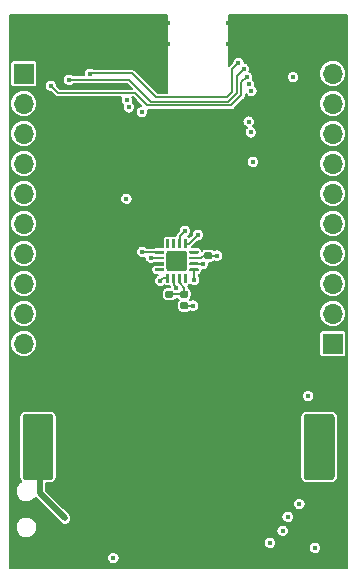
<source format=gbr>
G04 #@! TF.GenerationSoftware,KiCad,Pcbnew,(5.1.4)-1*
G04 #@! TF.CreationDate,2020-09-18T13:05:13-04:00*
G04 #@! TF.ProjectId,nRF52832_DEMO_V01,6e524635-3238-4333-925f-44454d4f5f56,rev?*
G04 #@! TF.SameCoordinates,Original*
G04 #@! TF.FileFunction,Copper,L4,Bot*
G04 #@! TF.FilePolarity,Positive*
%FSLAX46Y46*%
G04 Gerber Fmt 4.6, Leading zero omitted, Abs format (unit mm)*
G04 Created by KiCad (PCBNEW (5.1.4)-1) date 2020-09-18 13:05:13*
%MOMM*%
%LPD*%
G04 APERTURE LIST*
%ADD10C,0.100000*%
%ADD11C,0.590000*%
%ADD12O,1.700000X1.700000*%
%ADD13R,1.700000X1.700000*%
%ADD14C,1.750000*%
%ADD15C,0.250000*%
%ADD16C,2.600000*%
%ADD17C,6.000000*%
%ADD18C,0.500000*%
%ADD19C,4.100000*%
%ADD20C,0.450000*%
%ADD21C,0.500000*%
%ADD22C,0.150000*%
%ADD23C,0.200000*%
G04 APERTURE END LIST*
D10*
G36*
X118919258Y-77630510D02*
G01*
X118933576Y-77632634D01*
X118947617Y-77636151D01*
X118961246Y-77641028D01*
X118974331Y-77647217D01*
X118986747Y-77654658D01*
X118998373Y-77663281D01*
X119009098Y-77673002D01*
X119018819Y-77683727D01*
X119027442Y-77695353D01*
X119034883Y-77707769D01*
X119041072Y-77720854D01*
X119045949Y-77734483D01*
X119049466Y-77748524D01*
X119051590Y-77762842D01*
X119052300Y-77777300D01*
X119052300Y-78072300D01*
X119051590Y-78086758D01*
X119049466Y-78101076D01*
X119045949Y-78115117D01*
X119041072Y-78128746D01*
X119034883Y-78141831D01*
X119027442Y-78154247D01*
X119018819Y-78165873D01*
X119009098Y-78176598D01*
X118998373Y-78186319D01*
X118986747Y-78194942D01*
X118974331Y-78202383D01*
X118961246Y-78208572D01*
X118947617Y-78213449D01*
X118933576Y-78216966D01*
X118919258Y-78219090D01*
X118904800Y-78219800D01*
X118559800Y-78219800D01*
X118545342Y-78219090D01*
X118531024Y-78216966D01*
X118516983Y-78213449D01*
X118503354Y-78208572D01*
X118490269Y-78202383D01*
X118477853Y-78194942D01*
X118466227Y-78186319D01*
X118455502Y-78176598D01*
X118445781Y-78165873D01*
X118437158Y-78154247D01*
X118429717Y-78141831D01*
X118423528Y-78128746D01*
X118418651Y-78115117D01*
X118415134Y-78101076D01*
X118413010Y-78086758D01*
X118412300Y-78072300D01*
X118412300Y-77777300D01*
X118413010Y-77762842D01*
X118415134Y-77748524D01*
X118418651Y-77734483D01*
X118423528Y-77720854D01*
X118429717Y-77707769D01*
X118437158Y-77695353D01*
X118445781Y-77683727D01*
X118455502Y-77673002D01*
X118466227Y-77663281D01*
X118477853Y-77654658D01*
X118490269Y-77647217D01*
X118503354Y-77641028D01*
X118516983Y-77636151D01*
X118531024Y-77632634D01*
X118545342Y-77630510D01*
X118559800Y-77629800D01*
X118904800Y-77629800D01*
X118919258Y-77630510D01*
X118919258Y-77630510D01*
G37*
D11*
X118732300Y-77924800D03*
D10*
G36*
X118919258Y-78600510D02*
G01*
X118933576Y-78602634D01*
X118947617Y-78606151D01*
X118961246Y-78611028D01*
X118974331Y-78617217D01*
X118986747Y-78624658D01*
X118998373Y-78633281D01*
X119009098Y-78643002D01*
X119018819Y-78653727D01*
X119027442Y-78665353D01*
X119034883Y-78677769D01*
X119041072Y-78690854D01*
X119045949Y-78704483D01*
X119049466Y-78718524D01*
X119051590Y-78732842D01*
X119052300Y-78747300D01*
X119052300Y-79042300D01*
X119051590Y-79056758D01*
X119049466Y-79071076D01*
X119045949Y-79085117D01*
X119041072Y-79098746D01*
X119034883Y-79111831D01*
X119027442Y-79124247D01*
X119018819Y-79135873D01*
X119009098Y-79146598D01*
X118998373Y-79156319D01*
X118986747Y-79164942D01*
X118974331Y-79172383D01*
X118961246Y-79178572D01*
X118947617Y-79183449D01*
X118933576Y-79186966D01*
X118919258Y-79189090D01*
X118904800Y-79189800D01*
X118559800Y-79189800D01*
X118545342Y-79189090D01*
X118531024Y-79186966D01*
X118516983Y-79183449D01*
X118503354Y-79178572D01*
X118490269Y-79172383D01*
X118477853Y-79164942D01*
X118466227Y-79156319D01*
X118455502Y-79146598D01*
X118445781Y-79135873D01*
X118437158Y-79124247D01*
X118429717Y-79111831D01*
X118423528Y-79098746D01*
X118418651Y-79085117D01*
X118415134Y-79071076D01*
X118413010Y-79056758D01*
X118412300Y-79042300D01*
X118412300Y-78747300D01*
X118413010Y-78732842D01*
X118415134Y-78718524D01*
X118418651Y-78704483D01*
X118423528Y-78690854D01*
X118429717Y-78677769D01*
X118437158Y-78665353D01*
X118445781Y-78653727D01*
X118455502Y-78643002D01*
X118466227Y-78633281D01*
X118477853Y-78624658D01*
X118490269Y-78617217D01*
X118503354Y-78611028D01*
X118516983Y-78606151D01*
X118531024Y-78602634D01*
X118545342Y-78600510D01*
X118559800Y-78599800D01*
X118904800Y-78599800D01*
X118919258Y-78600510D01*
X118919258Y-78600510D01*
G37*
D11*
X118732300Y-78894800D03*
D12*
X129286000Y-63500000D03*
X129286000Y-66040000D03*
X129286000Y-68580000D03*
X129286000Y-71120000D03*
X129286000Y-73660000D03*
X129286000Y-76200000D03*
X129286000Y-78740000D03*
X129286000Y-81280000D03*
X129286000Y-83820000D03*
D13*
X129286000Y-86360000D03*
X103124000Y-63500000D03*
D12*
X103124000Y-66040000D03*
X103124000Y-68580000D03*
X103124000Y-71120000D03*
X103124000Y-73660000D03*
X103124000Y-76200000D03*
X103124000Y-78740000D03*
X103124000Y-81280000D03*
X103124000Y-83820000D03*
X103124000Y-86360000D03*
D10*
G36*
X115617258Y-81872310D02*
G01*
X115631576Y-81874434D01*
X115645617Y-81877951D01*
X115659246Y-81882828D01*
X115672331Y-81889017D01*
X115684747Y-81896458D01*
X115696373Y-81905081D01*
X115707098Y-81914802D01*
X115716819Y-81925527D01*
X115725442Y-81937153D01*
X115732883Y-81949569D01*
X115739072Y-81962654D01*
X115743949Y-81976283D01*
X115747466Y-81990324D01*
X115749590Y-82004642D01*
X115750300Y-82019100D01*
X115750300Y-82314100D01*
X115749590Y-82328558D01*
X115747466Y-82342876D01*
X115743949Y-82356917D01*
X115739072Y-82370546D01*
X115732883Y-82383631D01*
X115725442Y-82396047D01*
X115716819Y-82407673D01*
X115707098Y-82418398D01*
X115696373Y-82428119D01*
X115684747Y-82436742D01*
X115672331Y-82444183D01*
X115659246Y-82450372D01*
X115645617Y-82455249D01*
X115631576Y-82458766D01*
X115617258Y-82460890D01*
X115602800Y-82461600D01*
X115257800Y-82461600D01*
X115243342Y-82460890D01*
X115229024Y-82458766D01*
X115214983Y-82455249D01*
X115201354Y-82450372D01*
X115188269Y-82444183D01*
X115175853Y-82436742D01*
X115164227Y-82428119D01*
X115153502Y-82418398D01*
X115143781Y-82407673D01*
X115135158Y-82396047D01*
X115127717Y-82383631D01*
X115121528Y-82370546D01*
X115116651Y-82356917D01*
X115113134Y-82342876D01*
X115111010Y-82328558D01*
X115110300Y-82314100D01*
X115110300Y-82019100D01*
X115111010Y-82004642D01*
X115113134Y-81990324D01*
X115116651Y-81976283D01*
X115121528Y-81962654D01*
X115127717Y-81949569D01*
X115135158Y-81937153D01*
X115143781Y-81925527D01*
X115153502Y-81914802D01*
X115164227Y-81905081D01*
X115175853Y-81896458D01*
X115188269Y-81889017D01*
X115201354Y-81882828D01*
X115214983Y-81877951D01*
X115229024Y-81874434D01*
X115243342Y-81872310D01*
X115257800Y-81871600D01*
X115602800Y-81871600D01*
X115617258Y-81872310D01*
X115617258Y-81872310D01*
G37*
D11*
X115430300Y-82166600D03*
D10*
G36*
X115617258Y-82842310D02*
G01*
X115631576Y-82844434D01*
X115645617Y-82847951D01*
X115659246Y-82852828D01*
X115672331Y-82859017D01*
X115684747Y-82866458D01*
X115696373Y-82875081D01*
X115707098Y-82884802D01*
X115716819Y-82895527D01*
X115725442Y-82907153D01*
X115732883Y-82919569D01*
X115739072Y-82932654D01*
X115743949Y-82946283D01*
X115747466Y-82960324D01*
X115749590Y-82974642D01*
X115750300Y-82989100D01*
X115750300Y-83284100D01*
X115749590Y-83298558D01*
X115747466Y-83312876D01*
X115743949Y-83326917D01*
X115739072Y-83340546D01*
X115732883Y-83353631D01*
X115725442Y-83366047D01*
X115716819Y-83377673D01*
X115707098Y-83388398D01*
X115696373Y-83398119D01*
X115684747Y-83406742D01*
X115672331Y-83414183D01*
X115659246Y-83420372D01*
X115645617Y-83425249D01*
X115631576Y-83428766D01*
X115617258Y-83430890D01*
X115602800Y-83431600D01*
X115257800Y-83431600D01*
X115243342Y-83430890D01*
X115229024Y-83428766D01*
X115214983Y-83425249D01*
X115201354Y-83420372D01*
X115188269Y-83414183D01*
X115175853Y-83406742D01*
X115164227Y-83398119D01*
X115153502Y-83388398D01*
X115143781Y-83377673D01*
X115135158Y-83366047D01*
X115127717Y-83353631D01*
X115121528Y-83340546D01*
X115116651Y-83326917D01*
X115113134Y-83312876D01*
X115111010Y-83298558D01*
X115110300Y-83284100D01*
X115110300Y-82989100D01*
X115111010Y-82974642D01*
X115113134Y-82960324D01*
X115116651Y-82946283D01*
X115121528Y-82932654D01*
X115127717Y-82919569D01*
X115135158Y-82907153D01*
X115143781Y-82895527D01*
X115153502Y-82884802D01*
X115164227Y-82875081D01*
X115175853Y-82866458D01*
X115188269Y-82859017D01*
X115201354Y-82852828D01*
X115214983Y-82847951D01*
X115229024Y-82844434D01*
X115243342Y-82842310D01*
X115257800Y-82841600D01*
X115602800Y-82841600D01*
X115617258Y-82842310D01*
X115617258Y-82842310D01*
G37*
D11*
X115430300Y-83136600D03*
D10*
G36*
X116887258Y-82842310D02*
G01*
X116901576Y-82844434D01*
X116915617Y-82847951D01*
X116929246Y-82852828D01*
X116942331Y-82859017D01*
X116954747Y-82866458D01*
X116966373Y-82875081D01*
X116977098Y-82884802D01*
X116986819Y-82895527D01*
X116995442Y-82907153D01*
X117002883Y-82919569D01*
X117009072Y-82932654D01*
X117013949Y-82946283D01*
X117017466Y-82960324D01*
X117019590Y-82974642D01*
X117020300Y-82989100D01*
X117020300Y-83284100D01*
X117019590Y-83298558D01*
X117017466Y-83312876D01*
X117013949Y-83326917D01*
X117009072Y-83340546D01*
X117002883Y-83353631D01*
X116995442Y-83366047D01*
X116986819Y-83377673D01*
X116977098Y-83388398D01*
X116966373Y-83398119D01*
X116954747Y-83406742D01*
X116942331Y-83414183D01*
X116929246Y-83420372D01*
X116915617Y-83425249D01*
X116901576Y-83428766D01*
X116887258Y-83430890D01*
X116872800Y-83431600D01*
X116527800Y-83431600D01*
X116513342Y-83430890D01*
X116499024Y-83428766D01*
X116484983Y-83425249D01*
X116471354Y-83420372D01*
X116458269Y-83414183D01*
X116445853Y-83406742D01*
X116434227Y-83398119D01*
X116423502Y-83388398D01*
X116413781Y-83377673D01*
X116405158Y-83366047D01*
X116397717Y-83353631D01*
X116391528Y-83340546D01*
X116386651Y-83326917D01*
X116383134Y-83312876D01*
X116381010Y-83298558D01*
X116380300Y-83284100D01*
X116380300Y-82989100D01*
X116381010Y-82974642D01*
X116383134Y-82960324D01*
X116386651Y-82946283D01*
X116391528Y-82932654D01*
X116397717Y-82919569D01*
X116405158Y-82907153D01*
X116413781Y-82895527D01*
X116423502Y-82884802D01*
X116434227Y-82875081D01*
X116445853Y-82866458D01*
X116458269Y-82859017D01*
X116471354Y-82852828D01*
X116484983Y-82847951D01*
X116499024Y-82844434D01*
X116513342Y-82842310D01*
X116527800Y-82841600D01*
X116872800Y-82841600D01*
X116887258Y-82842310D01*
X116887258Y-82842310D01*
G37*
D11*
X116700300Y-83136600D03*
D10*
G36*
X116887258Y-81872310D02*
G01*
X116901576Y-81874434D01*
X116915617Y-81877951D01*
X116929246Y-81882828D01*
X116942331Y-81889017D01*
X116954747Y-81896458D01*
X116966373Y-81905081D01*
X116977098Y-81914802D01*
X116986819Y-81925527D01*
X116995442Y-81937153D01*
X117002883Y-81949569D01*
X117009072Y-81962654D01*
X117013949Y-81976283D01*
X117017466Y-81990324D01*
X117019590Y-82004642D01*
X117020300Y-82019100D01*
X117020300Y-82314100D01*
X117019590Y-82328558D01*
X117017466Y-82342876D01*
X117013949Y-82356917D01*
X117009072Y-82370546D01*
X117002883Y-82383631D01*
X116995442Y-82396047D01*
X116986819Y-82407673D01*
X116977098Y-82418398D01*
X116966373Y-82428119D01*
X116954747Y-82436742D01*
X116942331Y-82444183D01*
X116929246Y-82450372D01*
X116915617Y-82455249D01*
X116901576Y-82458766D01*
X116887258Y-82460890D01*
X116872800Y-82461600D01*
X116527800Y-82461600D01*
X116513342Y-82460890D01*
X116499024Y-82458766D01*
X116484983Y-82455249D01*
X116471354Y-82450372D01*
X116458269Y-82444183D01*
X116445853Y-82436742D01*
X116434227Y-82428119D01*
X116423502Y-82418398D01*
X116413781Y-82407673D01*
X116405158Y-82396047D01*
X116397717Y-82383631D01*
X116391528Y-82370546D01*
X116386651Y-82356917D01*
X116383134Y-82342876D01*
X116381010Y-82328558D01*
X116380300Y-82314100D01*
X116380300Y-82019100D01*
X116381010Y-82004642D01*
X116383134Y-81990324D01*
X116386651Y-81976283D01*
X116391528Y-81962654D01*
X116397717Y-81949569D01*
X116405158Y-81937153D01*
X116413781Y-81925527D01*
X116423502Y-81914802D01*
X116434227Y-81905081D01*
X116445853Y-81896458D01*
X116458269Y-81889017D01*
X116471354Y-81882828D01*
X116484983Y-81877951D01*
X116499024Y-81874434D01*
X116513342Y-81872310D01*
X116527800Y-81871600D01*
X116872800Y-81871600D01*
X116887258Y-81872310D01*
X116887258Y-81872310D01*
G37*
D11*
X116700300Y-82166600D03*
D10*
G36*
X116714805Y-78475804D02*
G01*
X116739073Y-78479404D01*
X116762872Y-78485365D01*
X116785971Y-78493630D01*
X116808150Y-78504120D01*
X116829193Y-78516732D01*
X116848899Y-78531347D01*
X116867077Y-78547823D01*
X116883553Y-78566001D01*
X116898168Y-78585707D01*
X116910780Y-78606750D01*
X116921270Y-78628929D01*
X116929535Y-78652028D01*
X116935496Y-78675827D01*
X116939096Y-78700095D01*
X116940300Y-78724599D01*
X116940300Y-79974601D01*
X116939096Y-79999105D01*
X116935496Y-80023373D01*
X116929535Y-80047172D01*
X116921270Y-80070271D01*
X116910780Y-80092450D01*
X116898168Y-80113493D01*
X116883553Y-80133199D01*
X116867077Y-80151377D01*
X116848899Y-80167853D01*
X116829193Y-80182468D01*
X116808150Y-80195080D01*
X116785971Y-80205570D01*
X116762872Y-80213835D01*
X116739073Y-80219796D01*
X116714805Y-80223396D01*
X116690301Y-80224600D01*
X115440299Y-80224600D01*
X115415795Y-80223396D01*
X115391527Y-80219796D01*
X115367728Y-80213835D01*
X115344629Y-80205570D01*
X115322450Y-80195080D01*
X115301407Y-80182468D01*
X115281701Y-80167853D01*
X115263523Y-80151377D01*
X115247047Y-80133199D01*
X115232432Y-80113493D01*
X115219820Y-80092450D01*
X115209330Y-80070271D01*
X115201065Y-80047172D01*
X115195104Y-80023373D01*
X115191504Y-79999105D01*
X115190300Y-79974601D01*
X115190300Y-78724599D01*
X115191504Y-78700095D01*
X115195104Y-78675827D01*
X115201065Y-78652028D01*
X115209330Y-78628929D01*
X115219820Y-78606750D01*
X115232432Y-78585707D01*
X115247047Y-78566001D01*
X115263523Y-78547823D01*
X115281701Y-78531347D01*
X115301407Y-78516732D01*
X115322450Y-78504120D01*
X115344629Y-78493630D01*
X115367728Y-78485365D01*
X115391527Y-78479404D01*
X115415795Y-78475804D01*
X115440299Y-78474600D01*
X116690301Y-78474600D01*
X116714805Y-78475804D01*
X116714805Y-78475804D01*
G37*
D14*
X116065300Y-79349600D03*
D10*
G36*
X116883926Y-80424901D02*
G01*
X116889993Y-80425801D01*
X116895943Y-80427291D01*
X116901718Y-80429358D01*
X116907262Y-80431980D01*
X116912523Y-80435133D01*
X116917450Y-80438787D01*
X116921994Y-80442906D01*
X116926113Y-80447450D01*
X116929767Y-80452377D01*
X116932920Y-80457638D01*
X116935542Y-80463182D01*
X116937609Y-80468957D01*
X116939099Y-80474907D01*
X116939999Y-80480974D01*
X116940300Y-80487100D01*
X116940300Y-81137100D01*
X116939999Y-81143226D01*
X116939099Y-81149293D01*
X116937609Y-81155243D01*
X116935542Y-81161018D01*
X116932920Y-81166562D01*
X116929767Y-81171823D01*
X116926113Y-81176750D01*
X116921994Y-81181294D01*
X116917450Y-81185413D01*
X116912523Y-81189067D01*
X116907262Y-81192220D01*
X116901718Y-81194842D01*
X116895943Y-81196909D01*
X116889993Y-81198399D01*
X116883926Y-81199299D01*
X116877800Y-81199600D01*
X116752800Y-81199600D01*
X116746674Y-81199299D01*
X116740607Y-81198399D01*
X116734657Y-81196909D01*
X116728882Y-81194842D01*
X116723338Y-81192220D01*
X116718077Y-81189067D01*
X116713150Y-81185413D01*
X116708606Y-81181294D01*
X116704487Y-81176750D01*
X116700833Y-81171823D01*
X116697680Y-81166562D01*
X116695058Y-81161018D01*
X116692991Y-81155243D01*
X116691501Y-81149293D01*
X116690601Y-81143226D01*
X116690300Y-81137100D01*
X116690300Y-80487100D01*
X116690601Y-80480974D01*
X116691501Y-80474907D01*
X116692991Y-80468957D01*
X116695058Y-80463182D01*
X116697680Y-80457638D01*
X116700833Y-80452377D01*
X116704487Y-80447450D01*
X116708606Y-80442906D01*
X116713150Y-80438787D01*
X116718077Y-80435133D01*
X116723338Y-80431980D01*
X116728882Y-80429358D01*
X116734657Y-80427291D01*
X116740607Y-80425801D01*
X116746674Y-80424901D01*
X116752800Y-80424600D01*
X116877800Y-80424600D01*
X116883926Y-80424901D01*
X116883926Y-80424901D01*
G37*
D15*
X116815300Y-80812100D03*
D10*
G36*
X116383926Y-80424901D02*
G01*
X116389993Y-80425801D01*
X116395943Y-80427291D01*
X116401718Y-80429358D01*
X116407262Y-80431980D01*
X116412523Y-80435133D01*
X116417450Y-80438787D01*
X116421994Y-80442906D01*
X116426113Y-80447450D01*
X116429767Y-80452377D01*
X116432920Y-80457638D01*
X116435542Y-80463182D01*
X116437609Y-80468957D01*
X116439099Y-80474907D01*
X116439999Y-80480974D01*
X116440300Y-80487100D01*
X116440300Y-81137100D01*
X116439999Y-81143226D01*
X116439099Y-81149293D01*
X116437609Y-81155243D01*
X116435542Y-81161018D01*
X116432920Y-81166562D01*
X116429767Y-81171823D01*
X116426113Y-81176750D01*
X116421994Y-81181294D01*
X116417450Y-81185413D01*
X116412523Y-81189067D01*
X116407262Y-81192220D01*
X116401718Y-81194842D01*
X116395943Y-81196909D01*
X116389993Y-81198399D01*
X116383926Y-81199299D01*
X116377800Y-81199600D01*
X116252800Y-81199600D01*
X116246674Y-81199299D01*
X116240607Y-81198399D01*
X116234657Y-81196909D01*
X116228882Y-81194842D01*
X116223338Y-81192220D01*
X116218077Y-81189067D01*
X116213150Y-81185413D01*
X116208606Y-81181294D01*
X116204487Y-81176750D01*
X116200833Y-81171823D01*
X116197680Y-81166562D01*
X116195058Y-81161018D01*
X116192991Y-81155243D01*
X116191501Y-81149293D01*
X116190601Y-81143226D01*
X116190300Y-81137100D01*
X116190300Y-80487100D01*
X116190601Y-80480974D01*
X116191501Y-80474907D01*
X116192991Y-80468957D01*
X116195058Y-80463182D01*
X116197680Y-80457638D01*
X116200833Y-80452377D01*
X116204487Y-80447450D01*
X116208606Y-80442906D01*
X116213150Y-80438787D01*
X116218077Y-80435133D01*
X116223338Y-80431980D01*
X116228882Y-80429358D01*
X116234657Y-80427291D01*
X116240607Y-80425801D01*
X116246674Y-80424901D01*
X116252800Y-80424600D01*
X116377800Y-80424600D01*
X116383926Y-80424901D01*
X116383926Y-80424901D01*
G37*
D15*
X116315300Y-80812100D03*
D10*
G36*
X115883926Y-80424901D02*
G01*
X115889993Y-80425801D01*
X115895943Y-80427291D01*
X115901718Y-80429358D01*
X115907262Y-80431980D01*
X115912523Y-80435133D01*
X115917450Y-80438787D01*
X115921994Y-80442906D01*
X115926113Y-80447450D01*
X115929767Y-80452377D01*
X115932920Y-80457638D01*
X115935542Y-80463182D01*
X115937609Y-80468957D01*
X115939099Y-80474907D01*
X115939999Y-80480974D01*
X115940300Y-80487100D01*
X115940300Y-81137100D01*
X115939999Y-81143226D01*
X115939099Y-81149293D01*
X115937609Y-81155243D01*
X115935542Y-81161018D01*
X115932920Y-81166562D01*
X115929767Y-81171823D01*
X115926113Y-81176750D01*
X115921994Y-81181294D01*
X115917450Y-81185413D01*
X115912523Y-81189067D01*
X115907262Y-81192220D01*
X115901718Y-81194842D01*
X115895943Y-81196909D01*
X115889993Y-81198399D01*
X115883926Y-81199299D01*
X115877800Y-81199600D01*
X115752800Y-81199600D01*
X115746674Y-81199299D01*
X115740607Y-81198399D01*
X115734657Y-81196909D01*
X115728882Y-81194842D01*
X115723338Y-81192220D01*
X115718077Y-81189067D01*
X115713150Y-81185413D01*
X115708606Y-81181294D01*
X115704487Y-81176750D01*
X115700833Y-81171823D01*
X115697680Y-81166562D01*
X115695058Y-81161018D01*
X115692991Y-81155243D01*
X115691501Y-81149293D01*
X115690601Y-81143226D01*
X115690300Y-81137100D01*
X115690300Y-80487100D01*
X115690601Y-80480974D01*
X115691501Y-80474907D01*
X115692991Y-80468957D01*
X115695058Y-80463182D01*
X115697680Y-80457638D01*
X115700833Y-80452377D01*
X115704487Y-80447450D01*
X115708606Y-80442906D01*
X115713150Y-80438787D01*
X115718077Y-80435133D01*
X115723338Y-80431980D01*
X115728882Y-80429358D01*
X115734657Y-80427291D01*
X115740607Y-80425801D01*
X115746674Y-80424901D01*
X115752800Y-80424600D01*
X115877800Y-80424600D01*
X115883926Y-80424901D01*
X115883926Y-80424901D01*
G37*
D15*
X115815300Y-80812100D03*
D10*
G36*
X115383926Y-80424901D02*
G01*
X115389993Y-80425801D01*
X115395943Y-80427291D01*
X115401718Y-80429358D01*
X115407262Y-80431980D01*
X115412523Y-80435133D01*
X115417450Y-80438787D01*
X115421994Y-80442906D01*
X115426113Y-80447450D01*
X115429767Y-80452377D01*
X115432920Y-80457638D01*
X115435542Y-80463182D01*
X115437609Y-80468957D01*
X115439099Y-80474907D01*
X115439999Y-80480974D01*
X115440300Y-80487100D01*
X115440300Y-81137100D01*
X115439999Y-81143226D01*
X115439099Y-81149293D01*
X115437609Y-81155243D01*
X115435542Y-81161018D01*
X115432920Y-81166562D01*
X115429767Y-81171823D01*
X115426113Y-81176750D01*
X115421994Y-81181294D01*
X115417450Y-81185413D01*
X115412523Y-81189067D01*
X115407262Y-81192220D01*
X115401718Y-81194842D01*
X115395943Y-81196909D01*
X115389993Y-81198399D01*
X115383926Y-81199299D01*
X115377800Y-81199600D01*
X115252800Y-81199600D01*
X115246674Y-81199299D01*
X115240607Y-81198399D01*
X115234657Y-81196909D01*
X115228882Y-81194842D01*
X115223338Y-81192220D01*
X115218077Y-81189067D01*
X115213150Y-81185413D01*
X115208606Y-81181294D01*
X115204487Y-81176750D01*
X115200833Y-81171823D01*
X115197680Y-81166562D01*
X115195058Y-81161018D01*
X115192991Y-81155243D01*
X115191501Y-81149293D01*
X115190601Y-81143226D01*
X115190300Y-81137100D01*
X115190300Y-80487100D01*
X115190601Y-80480974D01*
X115191501Y-80474907D01*
X115192991Y-80468957D01*
X115195058Y-80463182D01*
X115197680Y-80457638D01*
X115200833Y-80452377D01*
X115204487Y-80447450D01*
X115208606Y-80442906D01*
X115213150Y-80438787D01*
X115218077Y-80435133D01*
X115223338Y-80431980D01*
X115228882Y-80429358D01*
X115234657Y-80427291D01*
X115240607Y-80425801D01*
X115246674Y-80424901D01*
X115252800Y-80424600D01*
X115377800Y-80424600D01*
X115383926Y-80424901D01*
X115383926Y-80424901D01*
G37*
D15*
X115315300Y-80812100D03*
D10*
G36*
X114933926Y-79974901D02*
G01*
X114939993Y-79975801D01*
X114945943Y-79977291D01*
X114951718Y-79979358D01*
X114957262Y-79981980D01*
X114962523Y-79985133D01*
X114967450Y-79988787D01*
X114971994Y-79992906D01*
X114976113Y-79997450D01*
X114979767Y-80002377D01*
X114982920Y-80007638D01*
X114985542Y-80013182D01*
X114987609Y-80018957D01*
X114989099Y-80024907D01*
X114989999Y-80030974D01*
X114990300Y-80037100D01*
X114990300Y-80162100D01*
X114989999Y-80168226D01*
X114989099Y-80174293D01*
X114987609Y-80180243D01*
X114985542Y-80186018D01*
X114982920Y-80191562D01*
X114979767Y-80196823D01*
X114976113Y-80201750D01*
X114971994Y-80206294D01*
X114967450Y-80210413D01*
X114962523Y-80214067D01*
X114957262Y-80217220D01*
X114951718Y-80219842D01*
X114945943Y-80221909D01*
X114939993Y-80223399D01*
X114933926Y-80224299D01*
X114927800Y-80224600D01*
X114277800Y-80224600D01*
X114271674Y-80224299D01*
X114265607Y-80223399D01*
X114259657Y-80221909D01*
X114253882Y-80219842D01*
X114248338Y-80217220D01*
X114243077Y-80214067D01*
X114238150Y-80210413D01*
X114233606Y-80206294D01*
X114229487Y-80201750D01*
X114225833Y-80196823D01*
X114222680Y-80191562D01*
X114220058Y-80186018D01*
X114217991Y-80180243D01*
X114216501Y-80174293D01*
X114215601Y-80168226D01*
X114215300Y-80162100D01*
X114215300Y-80037100D01*
X114215601Y-80030974D01*
X114216501Y-80024907D01*
X114217991Y-80018957D01*
X114220058Y-80013182D01*
X114222680Y-80007638D01*
X114225833Y-80002377D01*
X114229487Y-79997450D01*
X114233606Y-79992906D01*
X114238150Y-79988787D01*
X114243077Y-79985133D01*
X114248338Y-79981980D01*
X114253882Y-79979358D01*
X114259657Y-79977291D01*
X114265607Y-79975801D01*
X114271674Y-79974901D01*
X114277800Y-79974600D01*
X114927800Y-79974600D01*
X114933926Y-79974901D01*
X114933926Y-79974901D01*
G37*
D15*
X114602800Y-80099600D03*
D10*
G36*
X114933926Y-79474901D02*
G01*
X114939993Y-79475801D01*
X114945943Y-79477291D01*
X114951718Y-79479358D01*
X114957262Y-79481980D01*
X114962523Y-79485133D01*
X114967450Y-79488787D01*
X114971994Y-79492906D01*
X114976113Y-79497450D01*
X114979767Y-79502377D01*
X114982920Y-79507638D01*
X114985542Y-79513182D01*
X114987609Y-79518957D01*
X114989099Y-79524907D01*
X114989999Y-79530974D01*
X114990300Y-79537100D01*
X114990300Y-79662100D01*
X114989999Y-79668226D01*
X114989099Y-79674293D01*
X114987609Y-79680243D01*
X114985542Y-79686018D01*
X114982920Y-79691562D01*
X114979767Y-79696823D01*
X114976113Y-79701750D01*
X114971994Y-79706294D01*
X114967450Y-79710413D01*
X114962523Y-79714067D01*
X114957262Y-79717220D01*
X114951718Y-79719842D01*
X114945943Y-79721909D01*
X114939993Y-79723399D01*
X114933926Y-79724299D01*
X114927800Y-79724600D01*
X114277800Y-79724600D01*
X114271674Y-79724299D01*
X114265607Y-79723399D01*
X114259657Y-79721909D01*
X114253882Y-79719842D01*
X114248338Y-79717220D01*
X114243077Y-79714067D01*
X114238150Y-79710413D01*
X114233606Y-79706294D01*
X114229487Y-79701750D01*
X114225833Y-79696823D01*
X114222680Y-79691562D01*
X114220058Y-79686018D01*
X114217991Y-79680243D01*
X114216501Y-79674293D01*
X114215601Y-79668226D01*
X114215300Y-79662100D01*
X114215300Y-79537100D01*
X114215601Y-79530974D01*
X114216501Y-79524907D01*
X114217991Y-79518957D01*
X114220058Y-79513182D01*
X114222680Y-79507638D01*
X114225833Y-79502377D01*
X114229487Y-79497450D01*
X114233606Y-79492906D01*
X114238150Y-79488787D01*
X114243077Y-79485133D01*
X114248338Y-79481980D01*
X114253882Y-79479358D01*
X114259657Y-79477291D01*
X114265607Y-79475801D01*
X114271674Y-79474901D01*
X114277800Y-79474600D01*
X114927800Y-79474600D01*
X114933926Y-79474901D01*
X114933926Y-79474901D01*
G37*
D15*
X114602800Y-79599600D03*
D10*
G36*
X114933926Y-78974901D02*
G01*
X114939993Y-78975801D01*
X114945943Y-78977291D01*
X114951718Y-78979358D01*
X114957262Y-78981980D01*
X114962523Y-78985133D01*
X114967450Y-78988787D01*
X114971994Y-78992906D01*
X114976113Y-78997450D01*
X114979767Y-79002377D01*
X114982920Y-79007638D01*
X114985542Y-79013182D01*
X114987609Y-79018957D01*
X114989099Y-79024907D01*
X114989999Y-79030974D01*
X114990300Y-79037100D01*
X114990300Y-79162100D01*
X114989999Y-79168226D01*
X114989099Y-79174293D01*
X114987609Y-79180243D01*
X114985542Y-79186018D01*
X114982920Y-79191562D01*
X114979767Y-79196823D01*
X114976113Y-79201750D01*
X114971994Y-79206294D01*
X114967450Y-79210413D01*
X114962523Y-79214067D01*
X114957262Y-79217220D01*
X114951718Y-79219842D01*
X114945943Y-79221909D01*
X114939993Y-79223399D01*
X114933926Y-79224299D01*
X114927800Y-79224600D01*
X114277800Y-79224600D01*
X114271674Y-79224299D01*
X114265607Y-79223399D01*
X114259657Y-79221909D01*
X114253882Y-79219842D01*
X114248338Y-79217220D01*
X114243077Y-79214067D01*
X114238150Y-79210413D01*
X114233606Y-79206294D01*
X114229487Y-79201750D01*
X114225833Y-79196823D01*
X114222680Y-79191562D01*
X114220058Y-79186018D01*
X114217991Y-79180243D01*
X114216501Y-79174293D01*
X114215601Y-79168226D01*
X114215300Y-79162100D01*
X114215300Y-79037100D01*
X114215601Y-79030974D01*
X114216501Y-79024907D01*
X114217991Y-79018957D01*
X114220058Y-79013182D01*
X114222680Y-79007638D01*
X114225833Y-79002377D01*
X114229487Y-78997450D01*
X114233606Y-78992906D01*
X114238150Y-78988787D01*
X114243077Y-78985133D01*
X114248338Y-78981980D01*
X114253882Y-78979358D01*
X114259657Y-78977291D01*
X114265607Y-78975801D01*
X114271674Y-78974901D01*
X114277800Y-78974600D01*
X114927800Y-78974600D01*
X114933926Y-78974901D01*
X114933926Y-78974901D01*
G37*
D15*
X114602800Y-79099600D03*
D10*
G36*
X114933926Y-78474901D02*
G01*
X114939993Y-78475801D01*
X114945943Y-78477291D01*
X114951718Y-78479358D01*
X114957262Y-78481980D01*
X114962523Y-78485133D01*
X114967450Y-78488787D01*
X114971994Y-78492906D01*
X114976113Y-78497450D01*
X114979767Y-78502377D01*
X114982920Y-78507638D01*
X114985542Y-78513182D01*
X114987609Y-78518957D01*
X114989099Y-78524907D01*
X114989999Y-78530974D01*
X114990300Y-78537100D01*
X114990300Y-78662100D01*
X114989999Y-78668226D01*
X114989099Y-78674293D01*
X114987609Y-78680243D01*
X114985542Y-78686018D01*
X114982920Y-78691562D01*
X114979767Y-78696823D01*
X114976113Y-78701750D01*
X114971994Y-78706294D01*
X114967450Y-78710413D01*
X114962523Y-78714067D01*
X114957262Y-78717220D01*
X114951718Y-78719842D01*
X114945943Y-78721909D01*
X114939993Y-78723399D01*
X114933926Y-78724299D01*
X114927800Y-78724600D01*
X114277800Y-78724600D01*
X114271674Y-78724299D01*
X114265607Y-78723399D01*
X114259657Y-78721909D01*
X114253882Y-78719842D01*
X114248338Y-78717220D01*
X114243077Y-78714067D01*
X114238150Y-78710413D01*
X114233606Y-78706294D01*
X114229487Y-78701750D01*
X114225833Y-78696823D01*
X114222680Y-78691562D01*
X114220058Y-78686018D01*
X114217991Y-78680243D01*
X114216501Y-78674293D01*
X114215601Y-78668226D01*
X114215300Y-78662100D01*
X114215300Y-78537100D01*
X114215601Y-78530974D01*
X114216501Y-78524907D01*
X114217991Y-78518957D01*
X114220058Y-78513182D01*
X114222680Y-78507638D01*
X114225833Y-78502377D01*
X114229487Y-78497450D01*
X114233606Y-78492906D01*
X114238150Y-78488787D01*
X114243077Y-78485133D01*
X114248338Y-78481980D01*
X114253882Y-78479358D01*
X114259657Y-78477291D01*
X114265607Y-78475801D01*
X114271674Y-78474901D01*
X114277800Y-78474600D01*
X114927800Y-78474600D01*
X114933926Y-78474901D01*
X114933926Y-78474901D01*
G37*
D15*
X114602800Y-78599600D03*
D10*
G36*
X115383926Y-77499901D02*
G01*
X115389993Y-77500801D01*
X115395943Y-77502291D01*
X115401718Y-77504358D01*
X115407262Y-77506980D01*
X115412523Y-77510133D01*
X115417450Y-77513787D01*
X115421994Y-77517906D01*
X115426113Y-77522450D01*
X115429767Y-77527377D01*
X115432920Y-77532638D01*
X115435542Y-77538182D01*
X115437609Y-77543957D01*
X115439099Y-77549907D01*
X115439999Y-77555974D01*
X115440300Y-77562100D01*
X115440300Y-78212100D01*
X115439999Y-78218226D01*
X115439099Y-78224293D01*
X115437609Y-78230243D01*
X115435542Y-78236018D01*
X115432920Y-78241562D01*
X115429767Y-78246823D01*
X115426113Y-78251750D01*
X115421994Y-78256294D01*
X115417450Y-78260413D01*
X115412523Y-78264067D01*
X115407262Y-78267220D01*
X115401718Y-78269842D01*
X115395943Y-78271909D01*
X115389993Y-78273399D01*
X115383926Y-78274299D01*
X115377800Y-78274600D01*
X115252800Y-78274600D01*
X115246674Y-78274299D01*
X115240607Y-78273399D01*
X115234657Y-78271909D01*
X115228882Y-78269842D01*
X115223338Y-78267220D01*
X115218077Y-78264067D01*
X115213150Y-78260413D01*
X115208606Y-78256294D01*
X115204487Y-78251750D01*
X115200833Y-78246823D01*
X115197680Y-78241562D01*
X115195058Y-78236018D01*
X115192991Y-78230243D01*
X115191501Y-78224293D01*
X115190601Y-78218226D01*
X115190300Y-78212100D01*
X115190300Y-77562100D01*
X115190601Y-77555974D01*
X115191501Y-77549907D01*
X115192991Y-77543957D01*
X115195058Y-77538182D01*
X115197680Y-77532638D01*
X115200833Y-77527377D01*
X115204487Y-77522450D01*
X115208606Y-77517906D01*
X115213150Y-77513787D01*
X115218077Y-77510133D01*
X115223338Y-77506980D01*
X115228882Y-77504358D01*
X115234657Y-77502291D01*
X115240607Y-77500801D01*
X115246674Y-77499901D01*
X115252800Y-77499600D01*
X115377800Y-77499600D01*
X115383926Y-77499901D01*
X115383926Y-77499901D01*
G37*
D15*
X115315300Y-77887100D03*
D10*
G36*
X115883926Y-77499901D02*
G01*
X115889993Y-77500801D01*
X115895943Y-77502291D01*
X115901718Y-77504358D01*
X115907262Y-77506980D01*
X115912523Y-77510133D01*
X115917450Y-77513787D01*
X115921994Y-77517906D01*
X115926113Y-77522450D01*
X115929767Y-77527377D01*
X115932920Y-77532638D01*
X115935542Y-77538182D01*
X115937609Y-77543957D01*
X115939099Y-77549907D01*
X115939999Y-77555974D01*
X115940300Y-77562100D01*
X115940300Y-78212100D01*
X115939999Y-78218226D01*
X115939099Y-78224293D01*
X115937609Y-78230243D01*
X115935542Y-78236018D01*
X115932920Y-78241562D01*
X115929767Y-78246823D01*
X115926113Y-78251750D01*
X115921994Y-78256294D01*
X115917450Y-78260413D01*
X115912523Y-78264067D01*
X115907262Y-78267220D01*
X115901718Y-78269842D01*
X115895943Y-78271909D01*
X115889993Y-78273399D01*
X115883926Y-78274299D01*
X115877800Y-78274600D01*
X115752800Y-78274600D01*
X115746674Y-78274299D01*
X115740607Y-78273399D01*
X115734657Y-78271909D01*
X115728882Y-78269842D01*
X115723338Y-78267220D01*
X115718077Y-78264067D01*
X115713150Y-78260413D01*
X115708606Y-78256294D01*
X115704487Y-78251750D01*
X115700833Y-78246823D01*
X115697680Y-78241562D01*
X115695058Y-78236018D01*
X115692991Y-78230243D01*
X115691501Y-78224293D01*
X115690601Y-78218226D01*
X115690300Y-78212100D01*
X115690300Y-77562100D01*
X115690601Y-77555974D01*
X115691501Y-77549907D01*
X115692991Y-77543957D01*
X115695058Y-77538182D01*
X115697680Y-77532638D01*
X115700833Y-77527377D01*
X115704487Y-77522450D01*
X115708606Y-77517906D01*
X115713150Y-77513787D01*
X115718077Y-77510133D01*
X115723338Y-77506980D01*
X115728882Y-77504358D01*
X115734657Y-77502291D01*
X115740607Y-77500801D01*
X115746674Y-77499901D01*
X115752800Y-77499600D01*
X115877800Y-77499600D01*
X115883926Y-77499901D01*
X115883926Y-77499901D01*
G37*
D15*
X115815300Y-77887100D03*
D10*
G36*
X116383926Y-77499901D02*
G01*
X116389993Y-77500801D01*
X116395943Y-77502291D01*
X116401718Y-77504358D01*
X116407262Y-77506980D01*
X116412523Y-77510133D01*
X116417450Y-77513787D01*
X116421994Y-77517906D01*
X116426113Y-77522450D01*
X116429767Y-77527377D01*
X116432920Y-77532638D01*
X116435542Y-77538182D01*
X116437609Y-77543957D01*
X116439099Y-77549907D01*
X116439999Y-77555974D01*
X116440300Y-77562100D01*
X116440300Y-78212100D01*
X116439999Y-78218226D01*
X116439099Y-78224293D01*
X116437609Y-78230243D01*
X116435542Y-78236018D01*
X116432920Y-78241562D01*
X116429767Y-78246823D01*
X116426113Y-78251750D01*
X116421994Y-78256294D01*
X116417450Y-78260413D01*
X116412523Y-78264067D01*
X116407262Y-78267220D01*
X116401718Y-78269842D01*
X116395943Y-78271909D01*
X116389993Y-78273399D01*
X116383926Y-78274299D01*
X116377800Y-78274600D01*
X116252800Y-78274600D01*
X116246674Y-78274299D01*
X116240607Y-78273399D01*
X116234657Y-78271909D01*
X116228882Y-78269842D01*
X116223338Y-78267220D01*
X116218077Y-78264067D01*
X116213150Y-78260413D01*
X116208606Y-78256294D01*
X116204487Y-78251750D01*
X116200833Y-78246823D01*
X116197680Y-78241562D01*
X116195058Y-78236018D01*
X116192991Y-78230243D01*
X116191501Y-78224293D01*
X116190601Y-78218226D01*
X116190300Y-78212100D01*
X116190300Y-77562100D01*
X116190601Y-77555974D01*
X116191501Y-77549907D01*
X116192991Y-77543957D01*
X116195058Y-77538182D01*
X116197680Y-77532638D01*
X116200833Y-77527377D01*
X116204487Y-77522450D01*
X116208606Y-77517906D01*
X116213150Y-77513787D01*
X116218077Y-77510133D01*
X116223338Y-77506980D01*
X116228882Y-77504358D01*
X116234657Y-77502291D01*
X116240607Y-77500801D01*
X116246674Y-77499901D01*
X116252800Y-77499600D01*
X116377800Y-77499600D01*
X116383926Y-77499901D01*
X116383926Y-77499901D01*
G37*
D15*
X116315300Y-77887100D03*
D10*
G36*
X116883926Y-77499901D02*
G01*
X116889993Y-77500801D01*
X116895943Y-77502291D01*
X116901718Y-77504358D01*
X116907262Y-77506980D01*
X116912523Y-77510133D01*
X116917450Y-77513787D01*
X116921994Y-77517906D01*
X116926113Y-77522450D01*
X116929767Y-77527377D01*
X116932920Y-77532638D01*
X116935542Y-77538182D01*
X116937609Y-77543957D01*
X116939099Y-77549907D01*
X116939999Y-77555974D01*
X116940300Y-77562100D01*
X116940300Y-78212100D01*
X116939999Y-78218226D01*
X116939099Y-78224293D01*
X116937609Y-78230243D01*
X116935542Y-78236018D01*
X116932920Y-78241562D01*
X116929767Y-78246823D01*
X116926113Y-78251750D01*
X116921994Y-78256294D01*
X116917450Y-78260413D01*
X116912523Y-78264067D01*
X116907262Y-78267220D01*
X116901718Y-78269842D01*
X116895943Y-78271909D01*
X116889993Y-78273399D01*
X116883926Y-78274299D01*
X116877800Y-78274600D01*
X116752800Y-78274600D01*
X116746674Y-78274299D01*
X116740607Y-78273399D01*
X116734657Y-78271909D01*
X116728882Y-78269842D01*
X116723338Y-78267220D01*
X116718077Y-78264067D01*
X116713150Y-78260413D01*
X116708606Y-78256294D01*
X116704487Y-78251750D01*
X116700833Y-78246823D01*
X116697680Y-78241562D01*
X116695058Y-78236018D01*
X116692991Y-78230243D01*
X116691501Y-78224293D01*
X116690601Y-78218226D01*
X116690300Y-78212100D01*
X116690300Y-77562100D01*
X116690601Y-77555974D01*
X116691501Y-77549907D01*
X116692991Y-77543957D01*
X116695058Y-77538182D01*
X116697680Y-77532638D01*
X116700833Y-77527377D01*
X116704487Y-77522450D01*
X116708606Y-77517906D01*
X116713150Y-77513787D01*
X116718077Y-77510133D01*
X116723338Y-77506980D01*
X116728882Y-77504358D01*
X116734657Y-77502291D01*
X116740607Y-77500801D01*
X116746674Y-77499901D01*
X116752800Y-77499600D01*
X116877800Y-77499600D01*
X116883926Y-77499901D01*
X116883926Y-77499901D01*
G37*
D15*
X116815300Y-77887100D03*
D10*
G36*
X117858926Y-78474901D02*
G01*
X117864993Y-78475801D01*
X117870943Y-78477291D01*
X117876718Y-78479358D01*
X117882262Y-78481980D01*
X117887523Y-78485133D01*
X117892450Y-78488787D01*
X117896994Y-78492906D01*
X117901113Y-78497450D01*
X117904767Y-78502377D01*
X117907920Y-78507638D01*
X117910542Y-78513182D01*
X117912609Y-78518957D01*
X117914099Y-78524907D01*
X117914999Y-78530974D01*
X117915300Y-78537100D01*
X117915300Y-78662100D01*
X117914999Y-78668226D01*
X117914099Y-78674293D01*
X117912609Y-78680243D01*
X117910542Y-78686018D01*
X117907920Y-78691562D01*
X117904767Y-78696823D01*
X117901113Y-78701750D01*
X117896994Y-78706294D01*
X117892450Y-78710413D01*
X117887523Y-78714067D01*
X117882262Y-78717220D01*
X117876718Y-78719842D01*
X117870943Y-78721909D01*
X117864993Y-78723399D01*
X117858926Y-78724299D01*
X117852800Y-78724600D01*
X117202800Y-78724600D01*
X117196674Y-78724299D01*
X117190607Y-78723399D01*
X117184657Y-78721909D01*
X117178882Y-78719842D01*
X117173338Y-78717220D01*
X117168077Y-78714067D01*
X117163150Y-78710413D01*
X117158606Y-78706294D01*
X117154487Y-78701750D01*
X117150833Y-78696823D01*
X117147680Y-78691562D01*
X117145058Y-78686018D01*
X117142991Y-78680243D01*
X117141501Y-78674293D01*
X117140601Y-78668226D01*
X117140300Y-78662100D01*
X117140300Y-78537100D01*
X117140601Y-78530974D01*
X117141501Y-78524907D01*
X117142991Y-78518957D01*
X117145058Y-78513182D01*
X117147680Y-78507638D01*
X117150833Y-78502377D01*
X117154487Y-78497450D01*
X117158606Y-78492906D01*
X117163150Y-78488787D01*
X117168077Y-78485133D01*
X117173338Y-78481980D01*
X117178882Y-78479358D01*
X117184657Y-78477291D01*
X117190607Y-78475801D01*
X117196674Y-78474901D01*
X117202800Y-78474600D01*
X117852800Y-78474600D01*
X117858926Y-78474901D01*
X117858926Y-78474901D01*
G37*
D15*
X117527800Y-78599600D03*
D10*
G36*
X117858926Y-78974901D02*
G01*
X117864993Y-78975801D01*
X117870943Y-78977291D01*
X117876718Y-78979358D01*
X117882262Y-78981980D01*
X117887523Y-78985133D01*
X117892450Y-78988787D01*
X117896994Y-78992906D01*
X117901113Y-78997450D01*
X117904767Y-79002377D01*
X117907920Y-79007638D01*
X117910542Y-79013182D01*
X117912609Y-79018957D01*
X117914099Y-79024907D01*
X117914999Y-79030974D01*
X117915300Y-79037100D01*
X117915300Y-79162100D01*
X117914999Y-79168226D01*
X117914099Y-79174293D01*
X117912609Y-79180243D01*
X117910542Y-79186018D01*
X117907920Y-79191562D01*
X117904767Y-79196823D01*
X117901113Y-79201750D01*
X117896994Y-79206294D01*
X117892450Y-79210413D01*
X117887523Y-79214067D01*
X117882262Y-79217220D01*
X117876718Y-79219842D01*
X117870943Y-79221909D01*
X117864993Y-79223399D01*
X117858926Y-79224299D01*
X117852800Y-79224600D01*
X117202800Y-79224600D01*
X117196674Y-79224299D01*
X117190607Y-79223399D01*
X117184657Y-79221909D01*
X117178882Y-79219842D01*
X117173338Y-79217220D01*
X117168077Y-79214067D01*
X117163150Y-79210413D01*
X117158606Y-79206294D01*
X117154487Y-79201750D01*
X117150833Y-79196823D01*
X117147680Y-79191562D01*
X117145058Y-79186018D01*
X117142991Y-79180243D01*
X117141501Y-79174293D01*
X117140601Y-79168226D01*
X117140300Y-79162100D01*
X117140300Y-79037100D01*
X117140601Y-79030974D01*
X117141501Y-79024907D01*
X117142991Y-79018957D01*
X117145058Y-79013182D01*
X117147680Y-79007638D01*
X117150833Y-79002377D01*
X117154487Y-78997450D01*
X117158606Y-78992906D01*
X117163150Y-78988787D01*
X117168077Y-78985133D01*
X117173338Y-78981980D01*
X117178882Y-78979358D01*
X117184657Y-78977291D01*
X117190607Y-78975801D01*
X117196674Y-78974901D01*
X117202800Y-78974600D01*
X117852800Y-78974600D01*
X117858926Y-78974901D01*
X117858926Y-78974901D01*
G37*
D15*
X117527800Y-79099600D03*
D10*
G36*
X117858926Y-79474901D02*
G01*
X117864993Y-79475801D01*
X117870943Y-79477291D01*
X117876718Y-79479358D01*
X117882262Y-79481980D01*
X117887523Y-79485133D01*
X117892450Y-79488787D01*
X117896994Y-79492906D01*
X117901113Y-79497450D01*
X117904767Y-79502377D01*
X117907920Y-79507638D01*
X117910542Y-79513182D01*
X117912609Y-79518957D01*
X117914099Y-79524907D01*
X117914999Y-79530974D01*
X117915300Y-79537100D01*
X117915300Y-79662100D01*
X117914999Y-79668226D01*
X117914099Y-79674293D01*
X117912609Y-79680243D01*
X117910542Y-79686018D01*
X117907920Y-79691562D01*
X117904767Y-79696823D01*
X117901113Y-79701750D01*
X117896994Y-79706294D01*
X117892450Y-79710413D01*
X117887523Y-79714067D01*
X117882262Y-79717220D01*
X117876718Y-79719842D01*
X117870943Y-79721909D01*
X117864993Y-79723399D01*
X117858926Y-79724299D01*
X117852800Y-79724600D01*
X117202800Y-79724600D01*
X117196674Y-79724299D01*
X117190607Y-79723399D01*
X117184657Y-79721909D01*
X117178882Y-79719842D01*
X117173338Y-79717220D01*
X117168077Y-79714067D01*
X117163150Y-79710413D01*
X117158606Y-79706294D01*
X117154487Y-79701750D01*
X117150833Y-79696823D01*
X117147680Y-79691562D01*
X117145058Y-79686018D01*
X117142991Y-79680243D01*
X117141501Y-79674293D01*
X117140601Y-79668226D01*
X117140300Y-79662100D01*
X117140300Y-79537100D01*
X117140601Y-79530974D01*
X117141501Y-79524907D01*
X117142991Y-79518957D01*
X117145058Y-79513182D01*
X117147680Y-79507638D01*
X117150833Y-79502377D01*
X117154487Y-79497450D01*
X117158606Y-79492906D01*
X117163150Y-79488787D01*
X117168077Y-79485133D01*
X117173338Y-79481980D01*
X117178882Y-79479358D01*
X117184657Y-79477291D01*
X117190607Y-79475801D01*
X117196674Y-79474901D01*
X117202800Y-79474600D01*
X117852800Y-79474600D01*
X117858926Y-79474901D01*
X117858926Y-79474901D01*
G37*
D15*
X117527800Y-79599600D03*
D10*
G36*
X117858926Y-79974901D02*
G01*
X117864993Y-79975801D01*
X117870943Y-79977291D01*
X117876718Y-79979358D01*
X117882262Y-79981980D01*
X117887523Y-79985133D01*
X117892450Y-79988787D01*
X117896994Y-79992906D01*
X117901113Y-79997450D01*
X117904767Y-80002377D01*
X117907920Y-80007638D01*
X117910542Y-80013182D01*
X117912609Y-80018957D01*
X117914099Y-80024907D01*
X117914999Y-80030974D01*
X117915300Y-80037100D01*
X117915300Y-80162100D01*
X117914999Y-80168226D01*
X117914099Y-80174293D01*
X117912609Y-80180243D01*
X117910542Y-80186018D01*
X117907920Y-80191562D01*
X117904767Y-80196823D01*
X117901113Y-80201750D01*
X117896994Y-80206294D01*
X117892450Y-80210413D01*
X117887523Y-80214067D01*
X117882262Y-80217220D01*
X117876718Y-80219842D01*
X117870943Y-80221909D01*
X117864993Y-80223399D01*
X117858926Y-80224299D01*
X117852800Y-80224600D01*
X117202800Y-80224600D01*
X117196674Y-80224299D01*
X117190607Y-80223399D01*
X117184657Y-80221909D01*
X117178882Y-80219842D01*
X117173338Y-80217220D01*
X117168077Y-80214067D01*
X117163150Y-80210413D01*
X117158606Y-80206294D01*
X117154487Y-80201750D01*
X117150833Y-80196823D01*
X117147680Y-80191562D01*
X117145058Y-80186018D01*
X117142991Y-80180243D01*
X117141501Y-80174293D01*
X117140601Y-80168226D01*
X117140300Y-80162100D01*
X117140300Y-80037100D01*
X117140601Y-80030974D01*
X117141501Y-80024907D01*
X117142991Y-80018957D01*
X117145058Y-80013182D01*
X117147680Y-80007638D01*
X117150833Y-80002377D01*
X117154487Y-79997450D01*
X117158606Y-79992906D01*
X117163150Y-79988787D01*
X117168077Y-79985133D01*
X117173338Y-79981980D01*
X117178882Y-79979358D01*
X117184657Y-79977291D01*
X117190607Y-79975801D01*
X117196674Y-79974901D01*
X117202800Y-79974600D01*
X117852800Y-79974600D01*
X117858926Y-79974901D01*
X117858926Y-79974901D01*
G37*
D15*
X117527800Y-80099600D03*
D10*
G36*
X105383284Y-92318852D02*
G01*
X105408523Y-92322596D01*
X105433274Y-92328796D01*
X105457298Y-92337391D01*
X105480363Y-92348300D01*
X105502248Y-92361418D01*
X105522742Y-92376617D01*
X105541648Y-92393752D01*
X105558783Y-92412658D01*
X105573982Y-92433152D01*
X105587100Y-92455037D01*
X105598009Y-92478102D01*
X105606604Y-92502126D01*
X105612804Y-92526877D01*
X105616548Y-92552116D01*
X105617800Y-92577600D01*
X105617800Y-97617600D01*
X105616548Y-97643084D01*
X105612804Y-97668323D01*
X105606604Y-97693074D01*
X105598009Y-97717098D01*
X105587100Y-97740163D01*
X105573982Y-97762048D01*
X105558783Y-97782542D01*
X105541648Y-97801448D01*
X105522742Y-97818583D01*
X105502248Y-97833782D01*
X105480363Y-97846900D01*
X105457298Y-97857809D01*
X105433274Y-97866404D01*
X105408523Y-97872604D01*
X105383284Y-97876348D01*
X105357800Y-97877600D01*
X103277800Y-97877600D01*
X103252316Y-97876348D01*
X103227077Y-97872604D01*
X103202326Y-97866404D01*
X103178302Y-97857809D01*
X103155237Y-97846900D01*
X103133352Y-97833782D01*
X103112858Y-97818583D01*
X103093952Y-97801448D01*
X103076817Y-97782542D01*
X103061618Y-97762048D01*
X103048500Y-97740163D01*
X103037591Y-97717098D01*
X103028996Y-97693074D01*
X103022796Y-97668323D01*
X103019052Y-97643084D01*
X103017800Y-97617600D01*
X103017800Y-92577600D01*
X103019052Y-92552116D01*
X103022796Y-92526877D01*
X103028996Y-92502126D01*
X103037591Y-92478102D01*
X103048500Y-92455037D01*
X103061618Y-92433152D01*
X103076817Y-92412658D01*
X103093952Y-92393752D01*
X103112858Y-92376617D01*
X103133352Y-92361418D01*
X103155237Y-92348300D01*
X103178302Y-92337391D01*
X103202326Y-92328796D01*
X103227077Y-92322596D01*
X103252316Y-92318852D01*
X103277800Y-92317600D01*
X105357800Y-92317600D01*
X105383284Y-92318852D01*
X105383284Y-92318852D01*
G37*
D16*
X104317800Y-95097600D03*
D10*
G36*
X129193284Y-92318852D02*
G01*
X129218523Y-92322596D01*
X129243274Y-92328796D01*
X129267298Y-92337391D01*
X129290363Y-92348300D01*
X129312248Y-92361418D01*
X129332742Y-92376617D01*
X129351648Y-92393752D01*
X129368783Y-92412658D01*
X129383982Y-92433152D01*
X129397100Y-92455037D01*
X129408009Y-92478102D01*
X129416604Y-92502126D01*
X129422804Y-92526877D01*
X129426548Y-92552116D01*
X129427800Y-92577600D01*
X129427800Y-97617600D01*
X129426548Y-97643084D01*
X129422804Y-97668323D01*
X129416604Y-97693074D01*
X129408009Y-97717098D01*
X129397100Y-97740163D01*
X129383982Y-97762048D01*
X129368783Y-97782542D01*
X129351648Y-97801448D01*
X129332742Y-97818583D01*
X129312248Y-97833782D01*
X129290363Y-97846900D01*
X129267298Y-97857809D01*
X129243274Y-97866404D01*
X129218523Y-97872604D01*
X129193284Y-97876348D01*
X129167800Y-97877600D01*
X127087800Y-97877600D01*
X127062316Y-97876348D01*
X127037077Y-97872604D01*
X127012326Y-97866404D01*
X126988302Y-97857809D01*
X126965237Y-97846900D01*
X126943352Y-97833782D01*
X126922858Y-97818583D01*
X126903952Y-97801448D01*
X126886817Y-97782542D01*
X126871618Y-97762048D01*
X126858500Y-97740163D01*
X126847591Y-97717098D01*
X126838996Y-97693074D01*
X126832796Y-97668323D01*
X126829052Y-97643084D01*
X126827800Y-97617600D01*
X126827800Y-92577600D01*
X126829052Y-92552116D01*
X126832796Y-92526877D01*
X126838996Y-92502126D01*
X126847591Y-92478102D01*
X126858500Y-92455037D01*
X126871618Y-92433152D01*
X126886817Y-92412658D01*
X126903952Y-92393752D01*
X126922858Y-92376617D01*
X126943352Y-92361418D01*
X126965237Y-92348300D01*
X126988302Y-92337391D01*
X127012326Y-92328796D01*
X127037077Y-92322596D01*
X127062316Y-92318852D01*
X127087800Y-92317600D01*
X129167800Y-92317600D01*
X129193284Y-92318852D01*
X129193284Y-92318852D01*
G37*
D16*
X128127800Y-95097600D03*
D10*
G36*
X119681610Y-92100489D02*
G01*
X119739854Y-92109129D01*
X119796971Y-92123436D01*
X119852410Y-92143272D01*
X119905638Y-92168447D01*
X119956142Y-92198718D01*
X120003436Y-92233794D01*
X120047064Y-92273336D01*
X120086606Y-92316964D01*
X120121682Y-92364258D01*
X120151953Y-92414762D01*
X120177128Y-92467990D01*
X120196964Y-92523429D01*
X120211271Y-92580546D01*
X120219911Y-92638790D01*
X120222800Y-92697600D01*
X120222800Y-97497600D01*
X120219911Y-97556410D01*
X120211271Y-97614654D01*
X120196964Y-97671771D01*
X120177128Y-97727210D01*
X120151953Y-97780438D01*
X120121682Y-97830942D01*
X120086606Y-97878236D01*
X120047064Y-97921864D01*
X120003436Y-97961406D01*
X119956142Y-97996482D01*
X119905638Y-98026753D01*
X119852410Y-98051928D01*
X119796971Y-98071764D01*
X119739854Y-98086071D01*
X119681610Y-98094711D01*
X119622800Y-98097600D01*
X112822800Y-98097600D01*
X112763990Y-98094711D01*
X112705746Y-98086071D01*
X112648629Y-98071764D01*
X112593190Y-98051928D01*
X112539962Y-98026753D01*
X112489458Y-97996482D01*
X112442164Y-97961406D01*
X112398536Y-97921864D01*
X112358994Y-97878236D01*
X112323918Y-97830942D01*
X112293647Y-97780438D01*
X112268472Y-97727210D01*
X112248636Y-97671771D01*
X112234329Y-97614654D01*
X112225689Y-97556410D01*
X112222800Y-97497600D01*
X112222800Y-92697600D01*
X112225689Y-92638790D01*
X112234329Y-92580546D01*
X112248636Y-92523429D01*
X112268472Y-92467990D01*
X112293647Y-92414762D01*
X112323918Y-92364258D01*
X112358994Y-92316964D01*
X112398536Y-92273336D01*
X112442164Y-92233794D01*
X112489458Y-92198718D01*
X112539962Y-92168447D01*
X112593190Y-92143272D01*
X112648629Y-92123436D01*
X112705746Y-92109129D01*
X112763990Y-92100489D01*
X112822800Y-92097600D01*
X119622800Y-92097600D01*
X119681610Y-92100489D01*
X119681610Y-92100489D01*
G37*
D17*
X116222800Y-95097600D03*
D18*
X115052700Y-70380000D03*
X115052700Y-69180000D03*
X115052700Y-67980000D03*
X115052700Y-66780000D03*
X116252700Y-70380000D03*
X116252700Y-69180000D03*
X116252700Y-67980000D03*
X116252700Y-66780000D03*
X117452700Y-70380000D03*
X117452700Y-69180000D03*
X117452700Y-67980000D03*
X117452700Y-66780000D03*
X118652700Y-70380000D03*
X118652700Y-69180000D03*
X118652700Y-67980000D03*
X118652700Y-66780000D03*
D10*
G36*
X118677203Y-66531204D02*
G01*
X118701472Y-66534804D01*
X118725270Y-66540765D01*
X118748370Y-66549030D01*
X118770549Y-66559520D01*
X118791592Y-66572133D01*
X118811298Y-66586748D01*
X118829476Y-66603224D01*
X118845952Y-66621402D01*
X118860567Y-66641108D01*
X118873180Y-66662151D01*
X118883670Y-66684330D01*
X118891935Y-66707430D01*
X118897896Y-66731228D01*
X118901496Y-66755497D01*
X118902700Y-66780001D01*
X118902700Y-70379999D01*
X118901496Y-70404503D01*
X118897896Y-70428772D01*
X118891935Y-70452570D01*
X118883670Y-70475670D01*
X118873180Y-70497849D01*
X118860567Y-70518892D01*
X118845952Y-70538598D01*
X118829476Y-70556776D01*
X118811298Y-70573252D01*
X118791592Y-70587867D01*
X118770549Y-70600480D01*
X118748370Y-70610970D01*
X118725270Y-70619235D01*
X118701472Y-70625196D01*
X118677203Y-70628796D01*
X118652699Y-70630000D01*
X115052701Y-70630000D01*
X115028197Y-70628796D01*
X115003928Y-70625196D01*
X114980130Y-70619235D01*
X114957030Y-70610970D01*
X114934851Y-70600480D01*
X114913808Y-70587867D01*
X114894102Y-70573252D01*
X114875924Y-70556776D01*
X114859448Y-70538598D01*
X114844833Y-70518892D01*
X114832220Y-70497849D01*
X114821730Y-70475670D01*
X114813465Y-70452570D01*
X114807504Y-70428772D01*
X114803904Y-70404503D01*
X114802700Y-70379999D01*
X114802700Y-66780001D01*
X114803904Y-66755497D01*
X114807504Y-66731228D01*
X114813465Y-66707430D01*
X114821730Y-66684330D01*
X114832220Y-66662151D01*
X114844833Y-66641108D01*
X114859448Y-66621402D01*
X114875924Y-66603224D01*
X114894102Y-66586748D01*
X114913808Y-66572133D01*
X114934851Y-66559520D01*
X114957030Y-66549030D01*
X114980130Y-66540765D01*
X115003928Y-66534804D01*
X115028197Y-66531204D01*
X115052701Y-66530000D01*
X118652699Y-66530000D01*
X118677203Y-66531204D01*
X118677203Y-66531204D01*
G37*
D19*
X116852700Y-68580000D03*
D20*
X115824000Y-103845360D03*
X119684800Y-103865680D03*
X106603800Y-101142800D03*
X114264440Y-72801480D03*
X117043200Y-91414600D03*
X118186200Y-91224100D03*
X121424700Y-91224100D03*
X126238000Y-104457500D03*
X119468900Y-77927200D03*
X111328200Y-80010000D03*
X121031000Y-80060800D03*
X121031000Y-86410800D03*
X111328200Y-86410800D03*
X107365800Y-71170800D03*
X125171200Y-66052700D03*
X109286040Y-65747900D03*
X106461560Y-67843400D03*
X113906300Y-90678000D03*
X116230400Y-87668100D03*
X119354600Y-87655400D03*
X120396000Y-60960000D03*
X120396000Y-59182000D03*
X115316000Y-59182000D03*
X115316000Y-60960000D03*
X125476000Y-59182000D03*
X113284000Y-61722000D03*
X114554000Y-61722000D03*
X125476000Y-62738000D03*
X105156000Y-62738000D03*
X121158000Y-93599000D03*
X109220000Y-73152000D03*
X105156000Y-86106000D03*
X105156000Y-89662000D03*
X105664000Y-103911400D03*
X110236000Y-75438000D03*
X110236000Y-78994000D03*
X110236000Y-82550000D03*
X105156000Y-59182000D03*
X110236000Y-59182000D03*
X125476000Y-69850000D03*
X110236000Y-89662000D03*
X110236000Y-93218000D03*
X110236000Y-96774000D03*
X110236000Y-99568000D03*
X102108000Y-61468000D03*
X107696000Y-61468000D03*
X122936000Y-61468000D03*
X128524000Y-61468000D03*
X128524000Y-87884000D03*
X128524000Y-90932000D03*
X128524000Y-99060000D03*
X128524000Y-104648000D03*
X123952000Y-80264000D03*
X123952000Y-84328000D03*
X123952000Y-88392000D03*
X107696000Y-95504000D03*
X107696000Y-91440000D03*
X107696000Y-87884000D03*
X107696000Y-84328000D03*
X107696000Y-80772000D03*
X107696000Y-77216000D03*
X107696000Y-74676000D03*
X107696000Y-98552000D03*
X107696000Y-101600000D03*
X128524000Y-102108000D03*
X123952000Y-93472000D03*
X123952000Y-97028000D03*
X123952000Y-104648000D03*
X120904000Y-104648000D03*
X121412000Y-96012000D03*
X121412000Y-98552000D03*
X112522000Y-100584000D03*
X112522000Y-103124000D03*
X120904000Y-102870000D03*
X102095300Y-91528900D03*
X115430300Y-83883498D03*
X122593100Y-70015100D03*
X111848900Y-60820300D03*
X109291120Y-64582040D03*
X113009680Y-69479160D03*
X113593880Y-79811880D03*
X114259360Y-75910440D03*
X114889280Y-75920600D03*
X127762000Y-103632000D03*
X119481600Y-78892400D03*
X111810800Y-74091800D03*
X122504200Y-70967600D03*
X110705900Y-104508300D03*
X125920500Y-63792100D03*
X117449600Y-83134200D03*
X127203200Y-90805000D03*
X111836200Y-65735200D03*
X122158760Y-64363600D03*
X123952000Y-103220520D03*
X122387360Y-64983360D03*
X125031500Y-102209600D03*
X125463300Y-101003100D03*
X122341640Y-68468240D03*
X126453900Y-99949000D03*
X122153680Y-67553840D03*
X105410000Y-64516000D03*
X122011440Y-63779400D03*
X118287800Y-79603600D03*
X106934000Y-64008000D03*
X121729500Y-63088317D03*
X108712000Y-63500000D03*
X116001800Y-81610200D03*
X121297700Y-62572900D03*
X113848797Y-79069910D03*
X112014000Y-66344800D03*
X116763800Y-76809600D03*
X113121440Y-66757990D03*
X117551200Y-80937100D03*
X114681000Y-81026000D03*
X113164190Y-78587600D03*
X117856000Y-77139800D03*
D21*
X104485440Y-99024440D02*
X106603800Y-101142800D01*
X104495600Y-96837500D02*
X104485440Y-96847660D01*
X104485440Y-96847660D02*
X104485440Y-99024440D01*
D22*
X119466500Y-77924800D02*
X119468900Y-77927200D01*
X119479200Y-78894800D02*
X119481600Y-78892400D01*
D23*
X118732300Y-78894800D02*
X119479200Y-78894800D01*
X118312300Y-78894800D02*
X118111500Y-79095600D01*
X118732300Y-78894800D02*
X118312300Y-78894800D01*
X118111500Y-79095600D02*
X117551200Y-79095600D01*
D22*
X116700300Y-83009600D02*
X116824900Y-83134200D01*
D23*
X117166758Y-83134200D02*
X117449600Y-83134200D01*
X116824900Y-83134200D02*
X117166758Y-83134200D01*
D22*
X122161300Y-64262000D02*
X122161300Y-64361060D01*
X122161300Y-64361060D02*
X122158760Y-64363600D01*
X122377200Y-64973200D02*
X122387360Y-64983360D01*
X121551700Y-65328800D02*
X121551700Y-64239140D01*
X113550700Y-66179700D02*
X120700800Y-66179700D01*
X112496600Y-65125600D02*
X113550700Y-66179700D01*
X106019600Y-65125600D02*
X112496600Y-65125600D01*
X105410000Y-64516000D02*
X106019600Y-65125600D01*
X120700800Y-66179700D02*
X121551700Y-65328800D01*
X121551700Y-64239140D02*
X122011440Y-63779400D01*
X118283800Y-79599600D02*
X118287800Y-79603600D01*
X117527800Y-79599600D02*
X118283800Y-79599600D01*
X121158000Y-63659817D02*
X121729500Y-63088317D01*
X121158000Y-65125600D02*
X121158000Y-63659817D01*
X120421400Y-65862200D02*
X121158000Y-65125600D01*
X113906300Y-65862200D02*
X120421400Y-65862200D01*
X106934000Y-64008000D02*
X112052100Y-64008000D01*
X112052100Y-64008000D02*
X113906300Y-65862200D01*
X115815300Y-80812100D02*
X115815300Y-81423700D01*
X115815300Y-81423700D02*
X116001800Y-81610200D01*
X108737400Y-63474600D02*
X112280700Y-63474600D01*
X108712000Y-63500000D02*
X108737400Y-63474600D01*
X120751600Y-63119000D02*
X121297700Y-62572900D01*
X112280700Y-63474600D02*
X114287300Y-65481200D01*
X114287300Y-65481200D02*
X120332500Y-65481200D01*
X120332500Y-65481200D02*
X120751600Y-65062100D01*
X120751600Y-65062100D02*
X120751600Y-63119000D01*
X113878487Y-79099600D02*
X113848797Y-79069910D01*
X114602800Y-79099600D02*
X113878487Y-79099600D01*
X116315300Y-77887100D02*
X116315300Y-77397800D01*
X116315300Y-77397800D02*
X116315300Y-77258100D01*
X116315300Y-77258100D02*
X116763800Y-76809600D01*
X115547000Y-82156300D02*
X116560600Y-82156300D01*
X115430300Y-82039600D02*
X115547000Y-82156300D01*
X116713000Y-81636354D02*
X116713000Y-82054700D01*
X116319300Y-80873600D02*
X116319300Y-81242654D01*
X116319300Y-81242654D02*
X116713000Y-81636354D01*
X117551200Y-80933658D02*
X117551200Y-80086200D01*
X115303300Y-81000600D02*
X115303300Y-80810100D01*
X115315300Y-80812100D02*
X114894900Y-80812100D01*
X114894900Y-80812100D02*
X114681000Y-81026000D01*
X114604800Y-78587600D02*
X113164190Y-78587600D01*
X116815300Y-77887100D02*
X117108700Y-77887100D01*
X117108700Y-77887100D02*
X117856000Y-77139800D01*
D23*
G36*
X115222032Y-65106200D02*
G01*
X114442630Y-65106200D01*
X112558895Y-63222466D01*
X112547148Y-63208152D01*
X112490047Y-63161291D01*
X112424900Y-63126469D01*
X112354213Y-63105026D01*
X112299119Y-63099600D01*
X112299116Y-63099600D01*
X112280700Y-63097786D01*
X112262284Y-63099600D01*
X109054062Y-63099600D01*
X109046668Y-63092206D01*
X108960681Y-63034751D01*
X108865137Y-62995176D01*
X108763708Y-62975000D01*
X108660292Y-62975000D01*
X108558863Y-62995176D01*
X108463319Y-63034751D01*
X108377332Y-63092206D01*
X108304206Y-63165332D01*
X108246751Y-63251319D01*
X108207176Y-63346863D01*
X108187000Y-63448292D01*
X108187000Y-63551708D01*
X108203170Y-63633000D01*
X107301462Y-63633000D01*
X107268668Y-63600206D01*
X107182681Y-63542751D01*
X107087137Y-63503176D01*
X106985708Y-63483000D01*
X106882292Y-63483000D01*
X106780863Y-63503176D01*
X106685319Y-63542751D01*
X106599332Y-63600206D01*
X106526206Y-63673332D01*
X106468751Y-63759319D01*
X106429176Y-63854863D01*
X106409000Y-63956292D01*
X106409000Y-64059708D01*
X106429176Y-64161137D01*
X106468751Y-64256681D01*
X106526206Y-64342668D01*
X106599332Y-64415794D01*
X106685319Y-64473249D01*
X106780863Y-64512824D01*
X106882292Y-64533000D01*
X106985708Y-64533000D01*
X107087137Y-64512824D01*
X107182681Y-64473249D01*
X107268668Y-64415794D01*
X107301462Y-64383000D01*
X111896771Y-64383000D01*
X112264371Y-64750600D01*
X106174930Y-64750600D01*
X105935000Y-64510671D01*
X105935000Y-64464292D01*
X105914824Y-64362863D01*
X105875249Y-64267319D01*
X105817794Y-64181332D01*
X105744668Y-64108206D01*
X105658681Y-64050751D01*
X105563137Y-64011176D01*
X105461708Y-63991000D01*
X105358292Y-63991000D01*
X105256863Y-64011176D01*
X105161319Y-64050751D01*
X105075332Y-64108206D01*
X105002206Y-64181332D01*
X104944751Y-64267319D01*
X104905176Y-64362863D01*
X104885000Y-64464292D01*
X104885000Y-64567708D01*
X104905176Y-64669137D01*
X104944751Y-64764681D01*
X105002206Y-64850668D01*
X105075332Y-64923794D01*
X105161319Y-64981249D01*
X105256863Y-65020824D01*
X105358292Y-65041000D01*
X105404671Y-65041000D01*
X105741409Y-65377739D01*
X105753152Y-65392048D01*
X105772210Y-65407688D01*
X105810253Y-65438910D01*
X105854707Y-65462670D01*
X105875400Y-65473731D01*
X105946087Y-65495174D01*
X106001181Y-65500600D01*
X106001184Y-65500600D01*
X106019600Y-65502414D01*
X106038016Y-65500600D01*
X111365119Y-65500600D01*
X111331376Y-65582063D01*
X111311200Y-65683492D01*
X111311200Y-65786908D01*
X111331376Y-65888337D01*
X111370951Y-65983881D01*
X111428406Y-66069868D01*
X111501532Y-66142994D01*
X111523308Y-66157544D01*
X111509176Y-66191663D01*
X111489000Y-66293092D01*
X111489000Y-66396508D01*
X111509176Y-66497937D01*
X111548751Y-66593481D01*
X111606206Y-66679468D01*
X111679332Y-66752594D01*
X111765319Y-66810049D01*
X111860863Y-66849624D01*
X111962292Y-66869800D01*
X112065708Y-66869800D01*
X112167137Y-66849624D01*
X112262681Y-66810049D01*
X112348668Y-66752594D01*
X112421794Y-66679468D01*
X112479249Y-66593481D01*
X112518824Y-66497937D01*
X112539000Y-66396508D01*
X112539000Y-66293092D01*
X112518824Y-66191663D01*
X112479249Y-66096119D01*
X112421794Y-66010132D01*
X112348668Y-65937006D01*
X112326892Y-65922456D01*
X112341024Y-65888337D01*
X112361200Y-65786908D01*
X112361200Y-65683492D01*
X112341024Y-65582063D01*
X112307281Y-65500600D01*
X112341271Y-65500600D01*
X113073660Y-66232990D01*
X113069732Y-66232990D01*
X112968303Y-66253166D01*
X112872759Y-66292741D01*
X112786772Y-66350196D01*
X112713646Y-66423322D01*
X112656191Y-66509309D01*
X112616616Y-66604853D01*
X112596440Y-66706282D01*
X112596440Y-66809698D01*
X112616616Y-66911127D01*
X112656191Y-67006671D01*
X112713646Y-67092658D01*
X112786772Y-67165784D01*
X112872759Y-67223239D01*
X112968303Y-67262814D01*
X113069732Y-67282990D01*
X113173148Y-67282990D01*
X113274577Y-67262814D01*
X113370121Y-67223239D01*
X113456108Y-67165784D01*
X113529234Y-67092658D01*
X113586689Y-67006671D01*
X113626264Y-66911127D01*
X113646440Y-66809698D01*
X113646440Y-66706282D01*
X113626264Y-66604853D01*
X113605490Y-66554700D01*
X120682384Y-66554700D01*
X120700800Y-66556514D01*
X120719216Y-66554700D01*
X120719219Y-66554700D01*
X120774313Y-66549274D01*
X120845000Y-66527831D01*
X120910147Y-66493009D01*
X120967248Y-66446148D01*
X120978995Y-66431834D01*
X121370829Y-66040000D01*
X128130436Y-66040000D01*
X128152640Y-66265439D01*
X128218398Y-66482215D01*
X128325184Y-66681997D01*
X128468893Y-66857107D01*
X128644003Y-67000816D01*
X128843785Y-67107602D01*
X129060561Y-67173360D01*
X129229508Y-67190000D01*
X129342492Y-67190000D01*
X129511439Y-67173360D01*
X129728215Y-67107602D01*
X129927997Y-67000816D01*
X130103107Y-66857107D01*
X130246816Y-66681997D01*
X130353602Y-66482215D01*
X130419360Y-66265439D01*
X130441564Y-66040000D01*
X130419360Y-65814561D01*
X130353602Y-65597785D01*
X130246816Y-65398003D01*
X130103107Y-65222893D01*
X129927997Y-65079184D01*
X129728215Y-64972398D01*
X129511439Y-64906640D01*
X129342492Y-64890000D01*
X129229508Y-64890000D01*
X129060561Y-64906640D01*
X128843785Y-64972398D01*
X128644003Y-65079184D01*
X128468893Y-65222893D01*
X128325184Y-65398003D01*
X128218398Y-65597785D01*
X128152640Y-65814561D01*
X128130436Y-66040000D01*
X121370829Y-66040000D01*
X121803846Y-65606985D01*
X121818148Y-65595248D01*
X121829886Y-65580945D01*
X121829889Y-65580942D01*
X121865009Y-65538147D01*
X121899830Y-65473002D01*
X121899831Y-65472999D01*
X121921274Y-65402313D01*
X121926700Y-65347219D01*
X121926700Y-65347217D01*
X121928514Y-65328801D01*
X121926700Y-65310385D01*
X121926700Y-65238909D01*
X121979566Y-65318028D01*
X122052692Y-65391154D01*
X122138679Y-65448609D01*
X122234223Y-65488184D01*
X122335652Y-65508360D01*
X122439068Y-65508360D01*
X122540497Y-65488184D01*
X122636041Y-65448609D01*
X122722028Y-65391154D01*
X122795154Y-65318028D01*
X122852609Y-65232041D01*
X122892184Y-65136497D01*
X122912360Y-65035068D01*
X122912360Y-64931652D01*
X122892184Y-64830223D01*
X122852609Y-64734679D01*
X122795154Y-64648692D01*
X122722028Y-64575566D01*
X122657168Y-64532228D01*
X122663584Y-64516737D01*
X122683760Y-64415308D01*
X122683760Y-64311892D01*
X122663584Y-64210463D01*
X122624009Y-64114919D01*
X122566554Y-64028932D01*
X122502760Y-63965138D01*
X122516264Y-63932537D01*
X122536440Y-63831108D01*
X122536440Y-63740392D01*
X125395500Y-63740392D01*
X125395500Y-63843808D01*
X125415676Y-63945237D01*
X125455251Y-64040781D01*
X125512706Y-64126768D01*
X125585832Y-64199894D01*
X125671819Y-64257349D01*
X125767363Y-64296924D01*
X125868792Y-64317100D01*
X125972208Y-64317100D01*
X126073637Y-64296924D01*
X126169181Y-64257349D01*
X126255168Y-64199894D01*
X126328294Y-64126768D01*
X126385749Y-64040781D01*
X126425324Y-63945237D01*
X126445500Y-63843808D01*
X126445500Y-63740392D01*
X126425324Y-63638963D01*
X126385749Y-63543419D01*
X126356738Y-63500000D01*
X128130436Y-63500000D01*
X128152640Y-63725439D01*
X128218398Y-63942215D01*
X128325184Y-64141997D01*
X128468893Y-64317107D01*
X128644003Y-64460816D01*
X128843785Y-64567602D01*
X129060561Y-64633360D01*
X129229508Y-64650000D01*
X129342492Y-64650000D01*
X129511439Y-64633360D01*
X129728215Y-64567602D01*
X129927997Y-64460816D01*
X130103107Y-64317107D01*
X130246816Y-64141997D01*
X130353602Y-63942215D01*
X130419360Y-63725439D01*
X130441564Y-63500000D01*
X130419360Y-63274561D01*
X130353602Y-63057785D01*
X130246816Y-62858003D01*
X130103107Y-62682893D01*
X129927997Y-62539184D01*
X129728215Y-62432398D01*
X129511439Y-62366640D01*
X129342492Y-62350000D01*
X129229508Y-62350000D01*
X129060561Y-62366640D01*
X128843785Y-62432398D01*
X128644003Y-62539184D01*
X128468893Y-62682893D01*
X128325184Y-62858003D01*
X128218398Y-63057785D01*
X128152640Y-63274561D01*
X128130436Y-63500000D01*
X126356738Y-63500000D01*
X126328294Y-63457432D01*
X126255168Y-63384306D01*
X126169181Y-63326851D01*
X126073637Y-63287276D01*
X125972208Y-63267100D01*
X125868792Y-63267100D01*
X125767363Y-63287276D01*
X125671819Y-63326851D01*
X125585832Y-63384306D01*
X125512706Y-63457432D01*
X125455251Y-63543419D01*
X125415676Y-63638963D01*
X125395500Y-63740392D01*
X122536440Y-63740392D01*
X122536440Y-63727692D01*
X122516264Y-63626263D01*
X122476689Y-63530719D01*
X122419234Y-63444732D01*
X122346108Y-63371606D01*
X122260121Y-63314151D01*
X122212400Y-63294385D01*
X122234324Y-63241454D01*
X122254500Y-63140025D01*
X122254500Y-63036609D01*
X122234324Y-62935180D01*
X122194749Y-62839636D01*
X122137294Y-62753649D01*
X122064168Y-62680523D01*
X121978181Y-62623068D01*
X121882637Y-62583493D01*
X121822700Y-62571570D01*
X121822700Y-62521192D01*
X121802524Y-62419763D01*
X121762949Y-62324219D01*
X121705494Y-62238232D01*
X121632368Y-62165106D01*
X121546381Y-62107651D01*
X121450837Y-62068076D01*
X121349408Y-62047900D01*
X121245992Y-62047900D01*
X121144563Y-62068076D01*
X121049019Y-62107651D01*
X120963032Y-62165106D01*
X120889906Y-62238232D01*
X120832451Y-62324219D01*
X120792876Y-62419763D01*
X120772700Y-62521192D01*
X120772700Y-62567570D01*
X120499461Y-62840810D01*
X120496000Y-62843650D01*
X120496000Y-58520000D01*
X130485001Y-58520000D01*
X130485000Y-105339000D01*
X101925000Y-105339000D01*
X101925000Y-104456592D01*
X110180900Y-104456592D01*
X110180900Y-104560008D01*
X110201076Y-104661437D01*
X110240651Y-104756981D01*
X110298106Y-104842968D01*
X110371232Y-104916094D01*
X110457219Y-104973549D01*
X110552763Y-105013124D01*
X110654192Y-105033300D01*
X110757608Y-105033300D01*
X110859037Y-105013124D01*
X110954581Y-104973549D01*
X111040568Y-104916094D01*
X111113694Y-104842968D01*
X111171149Y-104756981D01*
X111210724Y-104661437D01*
X111230900Y-104560008D01*
X111230900Y-104456592D01*
X111210724Y-104355163D01*
X111171149Y-104259619D01*
X111113694Y-104173632D01*
X111040568Y-104100506D01*
X110954581Y-104043051D01*
X110859037Y-104003476D01*
X110757608Y-103983300D01*
X110654192Y-103983300D01*
X110552763Y-104003476D01*
X110457219Y-104043051D01*
X110371232Y-104100506D01*
X110298106Y-104173632D01*
X110240651Y-104259619D01*
X110201076Y-104355163D01*
X110180900Y-104456592D01*
X101925000Y-104456592D01*
X101925000Y-103168812D01*
X123427000Y-103168812D01*
X123427000Y-103272228D01*
X123447176Y-103373657D01*
X123486751Y-103469201D01*
X123544206Y-103555188D01*
X123617332Y-103628314D01*
X123703319Y-103685769D01*
X123798863Y-103725344D01*
X123900292Y-103745520D01*
X124003708Y-103745520D01*
X124105137Y-103725344D01*
X124200681Y-103685769D01*
X124286668Y-103628314D01*
X124334690Y-103580292D01*
X127237000Y-103580292D01*
X127237000Y-103683708D01*
X127257176Y-103785137D01*
X127296751Y-103880681D01*
X127354206Y-103966668D01*
X127427332Y-104039794D01*
X127513319Y-104097249D01*
X127608863Y-104136824D01*
X127710292Y-104157000D01*
X127813708Y-104157000D01*
X127915137Y-104136824D01*
X128010681Y-104097249D01*
X128096668Y-104039794D01*
X128169794Y-103966668D01*
X128227249Y-103880681D01*
X128266824Y-103785137D01*
X128287000Y-103683708D01*
X128287000Y-103580292D01*
X128266824Y-103478863D01*
X128227249Y-103383319D01*
X128169794Y-103297332D01*
X128096668Y-103224206D01*
X128010681Y-103166751D01*
X127915137Y-103127176D01*
X127813708Y-103107000D01*
X127710292Y-103107000D01*
X127608863Y-103127176D01*
X127513319Y-103166751D01*
X127427332Y-103224206D01*
X127354206Y-103297332D01*
X127296751Y-103383319D01*
X127257176Y-103478863D01*
X127237000Y-103580292D01*
X124334690Y-103580292D01*
X124359794Y-103555188D01*
X124417249Y-103469201D01*
X124456824Y-103373657D01*
X124477000Y-103272228D01*
X124477000Y-103168812D01*
X124456824Y-103067383D01*
X124417249Y-102971839D01*
X124359794Y-102885852D01*
X124286668Y-102812726D01*
X124200681Y-102755271D01*
X124105137Y-102715696D01*
X124003708Y-102695520D01*
X123900292Y-102695520D01*
X123798863Y-102715696D01*
X123703319Y-102755271D01*
X123617332Y-102812726D01*
X123544206Y-102885852D01*
X123486751Y-102971839D01*
X123447176Y-103067383D01*
X123427000Y-103168812D01*
X101925000Y-103168812D01*
X101925000Y-101815467D01*
X102420192Y-101815467D01*
X102420192Y-101994133D01*
X102455047Y-102169365D01*
X102523420Y-102334430D01*
X102622681Y-102482984D01*
X102749016Y-102609319D01*
X102897570Y-102708580D01*
X103062635Y-102776953D01*
X103237867Y-102811808D01*
X103416533Y-102811808D01*
X103591765Y-102776953D01*
X103756830Y-102708580D01*
X103905384Y-102609319D01*
X104031719Y-102482984D01*
X104130980Y-102334430D01*
X104199353Y-102169365D01*
X104201635Y-102157892D01*
X124506500Y-102157892D01*
X124506500Y-102261308D01*
X124526676Y-102362737D01*
X124566251Y-102458281D01*
X124623706Y-102544268D01*
X124696832Y-102617394D01*
X124782819Y-102674849D01*
X124878363Y-102714424D01*
X124979792Y-102734600D01*
X125083208Y-102734600D01*
X125184637Y-102714424D01*
X125280181Y-102674849D01*
X125366168Y-102617394D01*
X125439294Y-102544268D01*
X125496749Y-102458281D01*
X125536324Y-102362737D01*
X125556500Y-102261308D01*
X125556500Y-102157892D01*
X125536324Y-102056463D01*
X125496749Y-101960919D01*
X125439294Y-101874932D01*
X125366168Y-101801806D01*
X125280181Y-101744351D01*
X125184637Y-101704776D01*
X125083208Y-101684600D01*
X124979792Y-101684600D01*
X124878363Y-101704776D01*
X124782819Y-101744351D01*
X124696832Y-101801806D01*
X124623706Y-101874932D01*
X124566251Y-101960919D01*
X124526676Y-102056463D01*
X124506500Y-102157892D01*
X104201635Y-102157892D01*
X104234208Y-101994133D01*
X104234208Y-101815467D01*
X104199353Y-101640235D01*
X104130980Y-101475170D01*
X104031719Y-101326616D01*
X103905384Y-101200281D01*
X103756830Y-101101020D01*
X103591765Y-101032647D01*
X103416533Y-100997792D01*
X103237867Y-100997792D01*
X103062635Y-101032647D01*
X102897570Y-101101020D01*
X102749016Y-101200281D01*
X102622681Y-101326616D01*
X102523420Y-101475170D01*
X102455047Y-101640235D01*
X102420192Y-101815467D01*
X101925000Y-101815467D01*
X101925000Y-98767467D01*
X102420192Y-98767467D01*
X102420192Y-98946133D01*
X102455047Y-99121365D01*
X102523420Y-99286430D01*
X102622681Y-99434984D01*
X102749016Y-99561319D01*
X102897570Y-99660580D01*
X103062635Y-99728953D01*
X103237867Y-99763808D01*
X103416533Y-99763808D01*
X103591765Y-99728953D01*
X103756830Y-99660580D01*
X103905384Y-99561319D01*
X104031719Y-99434984D01*
X104067237Y-99381828D01*
X104077427Y-99394244D01*
X104077433Y-99394250D01*
X104094651Y-99415230D01*
X104115631Y-99432448D01*
X106233995Y-101550813D01*
X106296757Y-101602320D01*
X106392305Y-101653391D01*
X106495980Y-101684841D01*
X106603799Y-101695460D01*
X106711618Y-101684841D01*
X106815293Y-101653391D01*
X106910841Y-101602320D01*
X106994590Y-101533590D01*
X107063320Y-101449841D01*
X107114391Y-101354293D01*
X107145841Y-101250618D01*
X107156460Y-101142799D01*
X107145841Y-101034980D01*
X107120485Y-100951392D01*
X124938300Y-100951392D01*
X124938300Y-101054808D01*
X124958476Y-101156237D01*
X124998051Y-101251781D01*
X125055506Y-101337768D01*
X125128632Y-101410894D01*
X125214619Y-101468349D01*
X125310163Y-101507924D01*
X125411592Y-101528100D01*
X125515008Y-101528100D01*
X125616437Y-101507924D01*
X125711981Y-101468349D01*
X125797968Y-101410894D01*
X125871094Y-101337768D01*
X125928549Y-101251781D01*
X125968124Y-101156237D01*
X125988300Y-101054808D01*
X125988300Y-100951392D01*
X125968124Y-100849963D01*
X125928549Y-100754419D01*
X125871094Y-100668432D01*
X125797968Y-100595306D01*
X125711981Y-100537851D01*
X125616437Y-100498276D01*
X125515008Y-100478100D01*
X125411592Y-100478100D01*
X125310163Y-100498276D01*
X125214619Y-100537851D01*
X125128632Y-100595306D01*
X125055506Y-100668432D01*
X124998051Y-100754419D01*
X124958476Y-100849963D01*
X124938300Y-100951392D01*
X107120485Y-100951392D01*
X107114391Y-100931305D01*
X107063320Y-100835757D01*
X107011813Y-100772995D01*
X106136110Y-99897292D01*
X125928900Y-99897292D01*
X125928900Y-100000708D01*
X125949076Y-100102137D01*
X125988651Y-100197681D01*
X126046106Y-100283668D01*
X126119232Y-100356794D01*
X126205219Y-100414249D01*
X126300763Y-100453824D01*
X126402192Y-100474000D01*
X126505608Y-100474000D01*
X126607037Y-100453824D01*
X126702581Y-100414249D01*
X126788568Y-100356794D01*
X126861694Y-100283668D01*
X126919149Y-100197681D01*
X126958724Y-100102137D01*
X126978900Y-100000708D01*
X126978900Y-99897292D01*
X126958724Y-99795863D01*
X126919149Y-99700319D01*
X126861694Y-99614332D01*
X126788568Y-99541206D01*
X126702581Y-99483751D01*
X126607037Y-99444176D01*
X126505608Y-99424000D01*
X126402192Y-99424000D01*
X126300763Y-99444176D01*
X126205219Y-99483751D01*
X126119232Y-99541206D01*
X126046106Y-99614332D01*
X125988651Y-99700319D01*
X125949076Y-99795863D01*
X125928900Y-99897292D01*
X106136110Y-99897292D01*
X105035440Y-98796623D01*
X105035440Y-98179051D01*
X105357800Y-98179051D01*
X105467334Y-98168263D01*
X105572658Y-98136313D01*
X105669725Y-98084429D01*
X105754806Y-98014606D01*
X105824629Y-97929525D01*
X105876513Y-97832458D01*
X105908463Y-97727134D01*
X105919251Y-97617600D01*
X105919251Y-92577600D01*
X126526349Y-92577600D01*
X126526349Y-97617600D01*
X126537137Y-97727134D01*
X126569087Y-97832458D01*
X126620971Y-97929525D01*
X126690794Y-98014606D01*
X126775875Y-98084429D01*
X126872942Y-98136313D01*
X126978266Y-98168263D01*
X127087800Y-98179051D01*
X129167800Y-98179051D01*
X129277334Y-98168263D01*
X129382658Y-98136313D01*
X129479725Y-98084429D01*
X129564806Y-98014606D01*
X129634629Y-97929525D01*
X129686513Y-97832458D01*
X129718463Y-97727134D01*
X129729251Y-97617600D01*
X129729251Y-92577600D01*
X129718463Y-92468066D01*
X129686513Y-92362742D01*
X129634629Y-92265675D01*
X129564806Y-92180594D01*
X129479725Y-92110771D01*
X129382658Y-92058887D01*
X129277334Y-92026937D01*
X129167800Y-92016149D01*
X127087800Y-92016149D01*
X126978266Y-92026937D01*
X126872942Y-92058887D01*
X126775875Y-92110771D01*
X126690794Y-92180594D01*
X126620971Y-92265675D01*
X126569087Y-92362742D01*
X126537137Y-92468066D01*
X126526349Y-92577600D01*
X105919251Y-92577600D01*
X105908463Y-92468066D01*
X105876513Y-92362742D01*
X105824629Y-92265675D01*
X105754806Y-92180594D01*
X105669725Y-92110771D01*
X105572658Y-92058887D01*
X105467334Y-92026937D01*
X105357800Y-92016149D01*
X103277800Y-92016149D01*
X103168266Y-92026937D01*
X103062942Y-92058887D01*
X102965875Y-92110771D01*
X102880794Y-92180594D01*
X102810971Y-92265675D01*
X102759087Y-92362742D01*
X102727137Y-92468066D01*
X102716349Y-92577600D01*
X102716349Y-97617600D01*
X102727137Y-97727134D01*
X102759087Y-97832458D01*
X102810971Y-97929525D01*
X102880794Y-98014606D01*
X102917529Y-98044753D01*
X102897570Y-98053020D01*
X102749016Y-98152281D01*
X102622681Y-98278616D01*
X102523420Y-98427170D01*
X102455047Y-98592235D01*
X102420192Y-98767467D01*
X101925000Y-98767467D01*
X101925000Y-90753292D01*
X126678200Y-90753292D01*
X126678200Y-90856708D01*
X126698376Y-90958137D01*
X126737951Y-91053681D01*
X126795406Y-91139668D01*
X126868532Y-91212794D01*
X126954519Y-91270249D01*
X127050063Y-91309824D01*
X127151492Y-91330000D01*
X127254908Y-91330000D01*
X127356337Y-91309824D01*
X127451881Y-91270249D01*
X127537868Y-91212794D01*
X127610994Y-91139668D01*
X127668449Y-91053681D01*
X127708024Y-90958137D01*
X127728200Y-90856708D01*
X127728200Y-90753292D01*
X127708024Y-90651863D01*
X127668449Y-90556319D01*
X127610994Y-90470332D01*
X127537868Y-90397206D01*
X127451881Y-90339751D01*
X127356337Y-90300176D01*
X127254908Y-90280000D01*
X127151492Y-90280000D01*
X127050063Y-90300176D01*
X126954519Y-90339751D01*
X126868532Y-90397206D01*
X126795406Y-90470332D01*
X126737951Y-90556319D01*
X126698376Y-90651863D01*
X126678200Y-90753292D01*
X101925000Y-90753292D01*
X101925000Y-86360000D01*
X101968436Y-86360000D01*
X101990640Y-86585439D01*
X102056398Y-86802215D01*
X102163184Y-87001997D01*
X102306893Y-87177107D01*
X102482003Y-87320816D01*
X102681785Y-87427602D01*
X102898561Y-87493360D01*
X103067508Y-87510000D01*
X103180492Y-87510000D01*
X103349439Y-87493360D01*
X103566215Y-87427602D01*
X103765997Y-87320816D01*
X103941107Y-87177107D01*
X104084816Y-87001997D01*
X104191602Y-86802215D01*
X104257360Y-86585439D01*
X104279564Y-86360000D01*
X104257360Y-86134561D01*
X104191602Y-85917785D01*
X104084816Y-85718003D01*
X103941107Y-85542893D01*
X103901027Y-85510000D01*
X128134549Y-85510000D01*
X128134549Y-87210000D01*
X128140341Y-87268810D01*
X128157496Y-87325360D01*
X128185353Y-87377477D01*
X128222842Y-87423158D01*
X128268523Y-87460647D01*
X128320640Y-87488504D01*
X128377190Y-87505659D01*
X128436000Y-87511451D01*
X130136000Y-87511451D01*
X130194810Y-87505659D01*
X130251360Y-87488504D01*
X130303477Y-87460647D01*
X130349158Y-87423158D01*
X130386647Y-87377477D01*
X130414504Y-87325360D01*
X130431659Y-87268810D01*
X130437451Y-87210000D01*
X130437451Y-85510000D01*
X130431659Y-85451190D01*
X130414504Y-85394640D01*
X130386647Y-85342523D01*
X130349158Y-85296842D01*
X130303477Y-85259353D01*
X130251360Y-85231496D01*
X130194810Y-85214341D01*
X130136000Y-85208549D01*
X128436000Y-85208549D01*
X128377190Y-85214341D01*
X128320640Y-85231496D01*
X128268523Y-85259353D01*
X128222842Y-85296842D01*
X128185353Y-85342523D01*
X128157496Y-85394640D01*
X128140341Y-85451190D01*
X128134549Y-85510000D01*
X103901027Y-85510000D01*
X103765997Y-85399184D01*
X103566215Y-85292398D01*
X103349439Y-85226640D01*
X103180492Y-85210000D01*
X103067508Y-85210000D01*
X102898561Y-85226640D01*
X102681785Y-85292398D01*
X102482003Y-85399184D01*
X102306893Y-85542893D01*
X102163184Y-85718003D01*
X102056398Y-85917785D01*
X101990640Y-86134561D01*
X101968436Y-86360000D01*
X101925000Y-86360000D01*
X101925000Y-83820000D01*
X101968436Y-83820000D01*
X101990640Y-84045439D01*
X102056398Y-84262215D01*
X102163184Y-84461997D01*
X102306893Y-84637107D01*
X102482003Y-84780816D01*
X102681785Y-84887602D01*
X102898561Y-84953360D01*
X103067508Y-84970000D01*
X103180492Y-84970000D01*
X103349439Y-84953360D01*
X103566215Y-84887602D01*
X103765997Y-84780816D01*
X103941107Y-84637107D01*
X104084816Y-84461997D01*
X104191602Y-84262215D01*
X104257360Y-84045439D01*
X104279564Y-83820000D01*
X128130436Y-83820000D01*
X128152640Y-84045439D01*
X128218398Y-84262215D01*
X128325184Y-84461997D01*
X128468893Y-84637107D01*
X128644003Y-84780816D01*
X128843785Y-84887602D01*
X129060561Y-84953360D01*
X129229508Y-84970000D01*
X129342492Y-84970000D01*
X129511439Y-84953360D01*
X129728215Y-84887602D01*
X129927997Y-84780816D01*
X130103107Y-84637107D01*
X130246816Y-84461997D01*
X130353602Y-84262215D01*
X130419360Y-84045439D01*
X130441564Y-83820000D01*
X130419360Y-83594561D01*
X130353602Y-83377785D01*
X130246816Y-83178003D01*
X130103107Y-83002893D01*
X129927997Y-82859184D01*
X129728215Y-82752398D01*
X129511439Y-82686640D01*
X129342492Y-82670000D01*
X129229508Y-82670000D01*
X129060561Y-82686640D01*
X128843785Y-82752398D01*
X128644003Y-82859184D01*
X128468893Y-83002893D01*
X128325184Y-83178003D01*
X128218398Y-83377785D01*
X128152640Y-83594561D01*
X128130436Y-83820000D01*
X104279564Y-83820000D01*
X104257360Y-83594561D01*
X104191602Y-83377785D01*
X104084816Y-83178003D01*
X103941107Y-83002893D01*
X103765997Y-82859184D01*
X103566215Y-82752398D01*
X103349439Y-82686640D01*
X103180492Y-82670000D01*
X103067508Y-82670000D01*
X102898561Y-82686640D01*
X102681785Y-82752398D01*
X102482003Y-82859184D01*
X102306893Y-83002893D01*
X102163184Y-83178003D01*
X102056398Y-83377785D01*
X101990640Y-83594561D01*
X101968436Y-83820000D01*
X101925000Y-83820000D01*
X101925000Y-81280000D01*
X101968436Y-81280000D01*
X101990640Y-81505439D01*
X102056398Y-81722215D01*
X102163184Y-81921997D01*
X102306893Y-82097107D01*
X102482003Y-82240816D01*
X102681785Y-82347602D01*
X102898561Y-82413360D01*
X103067508Y-82430000D01*
X103180492Y-82430000D01*
X103349439Y-82413360D01*
X103566215Y-82347602D01*
X103765997Y-82240816D01*
X103941107Y-82097107D01*
X104084816Y-81921997D01*
X104191602Y-81722215D01*
X104257360Y-81505439D01*
X104279564Y-81280000D01*
X104257360Y-81054561D01*
X104191602Y-80837785D01*
X104084816Y-80638003D01*
X103941107Y-80462893D01*
X103765997Y-80319184D01*
X103566215Y-80212398D01*
X103349439Y-80146640D01*
X103180492Y-80130000D01*
X103067508Y-80130000D01*
X102898561Y-80146640D01*
X102681785Y-80212398D01*
X102482003Y-80319184D01*
X102306893Y-80462893D01*
X102163184Y-80638003D01*
X102056398Y-80837785D01*
X101990640Y-81054561D01*
X101968436Y-81280000D01*
X101925000Y-81280000D01*
X101925000Y-78740000D01*
X101968436Y-78740000D01*
X101990640Y-78965439D01*
X102056398Y-79182215D01*
X102163184Y-79381997D01*
X102306893Y-79557107D01*
X102482003Y-79700816D01*
X102681785Y-79807602D01*
X102898561Y-79873360D01*
X103067508Y-79890000D01*
X103180492Y-79890000D01*
X103349439Y-79873360D01*
X103566215Y-79807602D01*
X103765997Y-79700816D01*
X103941107Y-79557107D01*
X104084816Y-79381997D01*
X104191602Y-79182215D01*
X104257360Y-78965439D01*
X104279564Y-78740000D01*
X104259461Y-78535892D01*
X112639190Y-78535892D01*
X112639190Y-78639308D01*
X112659366Y-78740737D01*
X112698941Y-78836281D01*
X112756396Y-78922268D01*
X112829522Y-78995394D01*
X112915509Y-79052849D01*
X113011053Y-79092424D01*
X113112482Y-79112600D01*
X113215898Y-79112600D01*
X113317327Y-79092424D01*
X113323797Y-79089744D01*
X113323797Y-79121618D01*
X113343973Y-79223047D01*
X113383548Y-79318591D01*
X113441003Y-79404578D01*
X113514129Y-79477704D01*
X113600116Y-79535159D01*
X113695660Y-79574734D01*
X113797089Y-79594910D01*
X113900505Y-79594910D01*
X114001934Y-79574734D01*
X114097478Y-79535159D01*
X114148184Y-79501278D01*
X114206797Y-79519058D01*
X114277800Y-79526051D01*
X114888849Y-79526051D01*
X114888849Y-79673149D01*
X114277800Y-79673149D01*
X114206797Y-79680142D01*
X114138522Y-79700853D01*
X114075600Y-79734486D01*
X114020448Y-79779748D01*
X113975186Y-79834900D01*
X113941553Y-79897822D01*
X113920842Y-79966097D01*
X113913849Y-80037100D01*
X113913849Y-80162100D01*
X113920842Y-80233103D01*
X113941553Y-80301378D01*
X113975186Y-80364300D01*
X114020448Y-80419452D01*
X114075600Y-80464714D01*
X114138522Y-80498347D01*
X114206797Y-80519058D01*
X114277800Y-80526051D01*
X114516094Y-80526051D01*
X114432319Y-80560751D01*
X114346332Y-80618206D01*
X114273206Y-80691332D01*
X114215751Y-80777319D01*
X114176176Y-80872863D01*
X114156000Y-80974292D01*
X114156000Y-81077708D01*
X114176176Y-81179137D01*
X114215751Y-81274681D01*
X114273206Y-81360668D01*
X114346332Y-81433794D01*
X114432319Y-81491249D01*
X114527863Y-81530824D01*
X114629292Y-81551000D01*
X114732708Y-81551000D01*
X114834137Y-81530824D01*
X114929681Y-81491249D01*
X115015668Y-81433794D01*
X115028162Y-81421300D01*
X115050600Y-81439714D01*
X115113522Y-81473347D01*
X115181797Y-81494058D01*
X115252800Y-81501051D01*
X115377800Y-81501051D01*
X115445449Y-81494388D01*
X115445727Y-81497213D01*
X115462043Y-81551000D01*
X115467170Y-81567900D01*
X115468372Y-81570149D01*
X115257800Y-81570149D01*
X115170214Y-81578775D01*
X115085994Y-81604323D01*
X115008376Y-81645811D01*
X114940344Y-81701644D01*
X114884511Y-81769676D01*
X114843023Y-81847294D01*
X114817475Y-81931514D01*
X114808849Y-82019100D01*
X114808849Y-82314100D01*
X114817475Y-82401686D01*
X114843023Y-82485906D01*
X114884511Y-82563524D01*
X114940344Y-82631556D01*
X115008376Y-82687389D01*
X115085994Y-82728877D01*
X115170214Y-82754425D01*
X115257800Y-82763051D01*
X115602800Y-82763051D01*
X115690386Y-82754425D01*
X115774606Y-82728877D01*
X115852224Y-82687389D01*
X115920256Y-82631556D01*
X115976089Y-82563524D01*
X115993313Y-82531300D01*
X116137287Y-82531300D01*
X116154511Y-82563524D01*
X116210344Y-82631556D01*
X116234767Y-82651600D01*
X116210344Y-82671644D01*
X116154511Y-82739676D01*
X116113023Y-82817294D01*
X116087475Y-82901514D01*
X116078849Y-82989100D01*
X116078849Y-83284100D01*
X116087475Y-83371686D01*
X116113023Y-83455906D01*
X116154511Y-83533524D01*
X116210344Y-83601556D01*
X116278376Y-83657389D01*
X116355994Y-83698877D01*
X116440214Y-83724425D01*
X116527800Y-83733051D01*
X116872800Y-83733051D01*
X116960386Y-83724425D01*
X117044606Y-83698877D01*
X117122224Y-83657389D01*
X117190256Y-83601556D01*
X117195149Y-83595594D01*
X117200919Y-83599449D01*
X117296463Y-83639024D01*
X117397892Y-83659200D01*
X117501308Y-83659200D01*
X117602737Y-83639024D01*
X117698281Y-83599449D01*
X117784268Y-83541994D01*
X117857394Y-83468868D01*
X117914849Y-83382881D01*
X117954424Y-83287337D01*
X117974600Y-83185908D01*
X117974600Y-83082492D01*
X117954424Y-82981063D01*
X117914849Y-82885519D01*
X117857394Y-82799532D01*
X117784268Y-82726406D01*
X117698281Y-82668951D01*
X117602737Y-82629376D01*
X117501308Y-82609200D01*
X117397892Y-82609200D01*
X117296463Y-82629376D01*
X117200919Y-82668951D01*
X117192605Y-82674506D01*
X117190256Y-82671644D01*
X117165833Y-82651600D01*
X117190256Y-82631556D01*
X117246089Y-82563524D01*
X117287577Y-82485906D01*
X117313125Y-82401686D01*
X117321751Y-82314100D01*
X117321751Y-82019100D01*
X117313125Y-81931514D01*
X117287577Y-81847294D01*
X117246089Y-81769676D01*
X117190256Y-81701644D01*
X117122224Y-81645811D01*
X117088996Y-81628050D01*
X117086659Y-81604323D01*
X117082574Y-81562841D01*
X117061131Y-81492154D01*
X117043523Y-81459212D01*
X117080000Y-81439714D01*
X117135152Y-81394452D01*
X117180414Y-81339300D01*
X117191046Y-81319408D01*
X117216532Y-81344894D01*
X117302519Y-81402349D01*
X117398063Y-81441924D01*
X117499492Y-81462100D01*
X117602908Y-81462100D01*
X117704337Y-81441924D01*
X117799881Y-81402349D01*
X117885868Y-81344894D01*
X117950762Y-81280000D01*
X128130436Y-81280000D01*
X128152640Y-81505439D01*
X128218398Y-81722215D01*
X128325184Y-81921997D01*
X128468893Y-82097107D01*
X128644003Y-82240816D01*
X128843785Y-82347602D01*
X129060561Y-82413360D01*
X129229508Y-82430000D01*
X129342492Y-82430000D01*
X129511439Y-82413360D01*
X129728215Y-82347602D01*
X129927997Y-82240816D01*
X130103107Y-82097107D01*
X130246816Y-81921997D01*
X130353602Y-81722215D01*
X130419360Y-81505439D01*
X130441564Y-81280000D01*
X130419360Y-81054561D01*
X130353602Y-80837785D01*
X130246816Y-80638003D01*
X130103107Y-80462893D01*
X129927997Y-80319184D01*
X129728215Y-80212398D01*
X129511439Y-80146640D01*
X129342492Y-80130000D01*
X129229508Y-80130000D01*
X129060561Y-80146640D01*
X128843785Y-80212398D01*
X128644003Y-80319184D01*
X128468893Y-80462893D01*
X128325184Y-80638003D01*
X128218398Y-80837785D01*
X128152640Y-81054561D01*
X128130436Y-81280000D01*
X117950762Y-81280000D01*
X117958994Y-81271768D01*
X118016449Y-81185781D01*
X118056024Y-81090237D01*
X118076200Y-80988808D01*
X118076200Y-80885392D01*
X118056024Y-80783963D01*
X118016449Y-80688419D01*
X117958994Y-80602432D01*
X117926200Y-80569638D01*
X117926200Y-80518331D01*
X117992078Y-80498347D01*
X118055000Y-80464714D01*
X118110152Y-80419452D01*
X118155414Y-80364300D01*
X118189047Y-80301378D01*
X118209758Y-80233103D01*
X118216751Y-80162100D01*
X118216751Y-80124753D01*
X118236092Y-80128600D01*
X118339508Y-80128600D01*
X118440937Y-80108424D01*
X118536481Y-80068849D01*
X118622468Y-80011394D01*
X118695594Y-79938268D01*
X118753049Y-79852281D01*
X118792624Y-79756737D01*
X118812800Y-79655308D01*
X118812800Y-79551892D01*
X118800737Y-79491251D01*
X118904800Y-79491251D01*
X118992386Y-79482625D01*
X119076606Y-79457077D01*
X119154224Y-79415589D01*
X119222256Y-79359756D01*
X119227149Y-79353794D01*
X119232919Y-79357649D01*
X119328463Y-79397224D01*
X119429892Y-79417400D01*
X119533308Y-79417400D01*
X119634737Y-79397224D01*
X119730281Y-79357649D01*
X119816268Y-79300194D01*
X119889394Y-79227068D01*
X119946849Y-79141081D01*
X119986424Y-79045537D01*
X120006600Y-78944108D01*
X120006600Y-78840692D01*
X119986571Y-78740000D01*
X128130436Y-78740000D01*
X128152640Y-78965439D01*
X128218398Y-79182215D01*
X128325184Y-79381997D01*
X128468893Y-79557107D01*
X128644003Y-79700816D01*
X128843785Y-79807602D01*
X129060561Y-79873360D01*
X129229508Y-79890000D01*
X129342492Y-79890000D01*
X129511439Y-79873360D01*
X129728215Y-79807602D01*
X129927997Y-79700816D01*
X130103107Y-79557107D01*
X130246816Y-79381997D01*
X130353602Y-79182215D01*
X130419360Y-78965439D01*
X130441564Y-78740000D01*
X130419360Y-78514561D01*
X130353602Y-78297785D01*
X130246816Y-78098003D01*
X130103107Y-77922893D01*
X129927997Y-77779184D01*
X129728215Y-77672398D01*
X129511439Y-77606640D01*
X129342492Y-77590000D01*
X129229508Y-77590000D01*
X129060561Y-77606640D01*
X128843785Y-77672398D01*
X128644003Y-77779184D01*
X128468893Y-77922893D01*
X128325184Y-78098003D01*
X128218398Y-78297785D01*
X128152640Y-78514561D01*
X128130436Y-78740000D01*
X119986571Y-78740000D01*
X119986424Y-78739263D01*
X119946849Y-78643719D01*
X119889394Y-78557732D01*
X119816268Y-78484606D01*
X119730281Y-78427151D01*
X119634737Y-78387576D01*
X119533308Y-78367400D01*
X119429892Y-78367400D01*
X119328463Y-78387576D01*
X119232919Y-78427151D01*
X119224605Y-78432706D01*
X119222256Y-78429844D01*
X119154224Y-78374011D01*
X119076606Y-78332523D01*
X118992386Y-78306975D01*
X118904800Y-78298349D01*
X118559800Y-78298349D01*
X118472214Y-78306975D01*
X118387994Y-78332523D01*
X118310376Y-78374011D01*
X118242344Y-78429844D01*
X118210062Y-78469180D01*
X118209758Y-78466097D01*
X118189047Y-78397822D01*
X118155414Y-78334900D01*
X118110152Y-78279748D01*
X118055000Y-78234486D01*
X117992078Y-78200853D01*
X117923803Y-78180142D01*
X117852800Y-78173149D01*
X117351264Y-78173149D01*
X117375148Y-78153548D01*
X117386895Y-78139234D01*
X117861330Y-77664800D01*
X117907708Y-77664800D01*
X118009137Y-77644624D01*
X118104681Y-77605049D01*
X118190668Y-77547594D01*
X118263794Y-77474468D01*
X118321249Y-77388481D01*
X118360824Y-77292937D01*
X118381000Y-77191508D01*
X118381000Y-77088092D01*
X118360824Y-76986663D01*
X118321249Y-76891119D01*
X118263794Y-76805132D01*
X118190668Y-76732006D01*
X118104681Y-76674551D01*
X118009137Y-76634976D01*
X117907708Y-76614800D01*
X117804292Y-76614800D01*
X117702863Y-76634976D01*
X117607319Y-76674551D01*
X117521332Y-76732006D01*
X117448206Y-76805132D01*
X117390751Y-76891119D01*
X117351176Y-76986663D01*
X117331000Y-77088092D01*
X117331000Y-77134470D01*
X117146678Y-77318793D01*
X117135152Y-77304748D01*
X117080000Y-77259486D01*
X117055262Y-77246263D01*
X117098468Y-77217394D01*
X117171594Y-77144268D01*
X117229049Y-77058281D01*
X117268624Y-76962737D01*
X117288800Y-76861308D01*
X117288800Y-76757892D01*
X117268624Y-76656463D01*
X117229049Y-76560919D01*
X117171594Y-76474932D01*
X117098468Y-76401806D01*
X117012481Y-76344351D01*
X116916937Y-76304776D01*
X116815508Y-76284600D01*
X116712092Y-76284600D01*
X116610663Y-76304776D01*
X116515119Y-76344351D01*
X116429132Y-76401806D01*
X116356006Y-76474932D01*
X116298551Y-76560919D01*
X116258976Y-76656463D01*
X116238800Y-76757892D01*
X116238800Y-76804271D01*
X116063165Y-76979906D01*
X116048852Y-76991652D01*
X116001991Y-77048753D01*
X115967169Y-77113900D01*
X115945726Y-77184587D01*
X115943751Y-77204644D01*
X115877800Y-77198149D01*
X115752800Y-77198149D01*
X115681797Y-77205142D01*
X115613522Y-77225853D01*
X115565300Y-77251629D01*
X115517078Y-77225853D01*
X115448803Y-77205142D01*
X115377800Y-77198149D01*
X115252800Y-77198149D01*
X115181797Y-77205142D01*
X115113522Y-77225853D01*
X115050600Y-77259486D01*
X114995448Y-77304748D01*
X114950186Y-77359900D01*
X114916553Y-77422822D01*
X114895842Y-77491097D01*
X114888849Y-77562100D01*
X114888849Y-78173149D01*
X114277800Y-78173149D01*
X114206797Y-78180142D01*
X114138522Y-78200853D01*
X114116545Y-78212600D01*
X113531652Y-78212600D01*
X113498858Y-78179806D01*
X113412871Y-78122351D01*
X113317327Y-78082776D01*
X113215898Y-78062600D01*
X113112482Y-78062600D01*
X113011053Y-78082776D01*
X112915509Y-78122351D01*
X112829522Y-78179806D01*
X112756396Y-78252932D01*
X112698941Y-78338919D01*
X112659366Y-78434463D01*
X112639190Y-78535892D01*
X104259461Y-78535892D01*
X104257360Y-78514561D01*
X104191602Y-78297785D01*
X104084816Y-78098003D01*
X103941107Y-77922893D01*
X103765997Y-77779184D01*
X103566215Y-77672398D01*
X103349439Y-77606640D01*
X103180492Y-77590000D01*
X103067508Y-77590000D01*
X102898561Y-77606640D01*
X102681785Y-77672398D01*
X102482003Y-77779184D01*
X102306893Y-77922893D01*
X102163184Y-78098003D01*
X102056398Y-78297785D01*
X101990640Y-78514561D01*
X101968436Y-78740000D01*
X101925000Y-78740000D01*
X101925000Y-76200000D01*
X101968436Y-76200000D01*
X101990640Y-76425439D01*
X102056398Y-76642215D01*
X102163184Y-76841997D01*
X102306893Y-77017107D01*
X102482003Y-77160816D01*
X102681785Y-77267602D01*
X102898561Y-77333360D01*
X103067508Y-77350000D01*
X103180492Y-77350000D01*
X103349439Y-77333360D01*
X103566215Y-77267602D01*
X103765997Y-77160816D01*
X103941107Y-77017107D01*
X104084816Y-76841997D01*
X104191602Y-76642215D01*
X104257360Y-76425439D01*
X104279564Y-76200000D01*
X128130436Y-76200000D01*
X128152640Y-76425439D01*
X128218398Y-76642215D01*
X128325184Y-76841997D01*
X128468893Y-77017107D01*
X128644003Y-77160816D01*
X128843785Y-77267602D01*
X129060561Y-77333360D01*
X129229508Y-77350000D01*
X129342492Y-77350000D01*
X129511439Y-77333360D01*
X129728215Y-77267602D01*
X129927997Y-77160816D01*
X130103107Y-77017107D01*
X130246816Y-76841997D01*
X130353602Y-76642215D01*
X130419360Y-76425439D01*
X130441564Y-76200000D01*
X130419360Y-75974561D01*
X130353602Y-75757785D01*
X130246816Y-75558003D01*
X130103107Y-75382893D01*
X129927997Y-75239184D01*
X129728215Y-75132398D01*
X129511439Y-75066640D01*
X129342492Y-75050000D01*
X129229508Y-75050000D01*
X129060561Y-75066640D01*
X128843785Y-75132398D01*
X128644003Y-75239184D01*
X128468893Y-75382893D01*
X128325184Y-75558003D01*
X128218398Y-75757785D01*
X128152640Y-75974561D01*
X128130436Y-76200000D01*
X104279564Y-76200000D01*
X104257360Y-75974561D01*
X104191602Y-75757785D01*
X104084816Y-75558003D01*
X103941107Y-75382893D01*
X103765997Y-75239184D01*
X103566215Y-75132398D01*
X103349439Y-75066640D01*
X103180492Y-75050000D01*
X103067508Y-75050000D01*
X102898561Y-75066640D01*
X102681785Y-75132398D01*
X102482003Y-75239184D01*
X102306893Y-75382893D01*
X102163184Y-75558003D01*
X102056398Y-75757785D01*
X101990640Y-75974561D01*
X101968436Y-76200000D01*
X101925000Y-76200000D01*
X101925000Y-73660000D01*
X101968436Y-73660000D01*
X101990640Y-73885439D01*
X102056398Y-74102215D01*
X102163184Y-74301997D01*
X102306893Y-74477107D01*
X102482003Y-74620816D01*
X102681785Y-74727602D01*
X102898561Y-74793360D01*
X103067508Y-74810000D01*
X103180492Y-74810000D01*
X103349439Y-74793360D01*
X103566215Y-74727602D01*
X103765997Y-74620816D01*
X103941107Y-74477107D01*
X104084816Y-74301997D01*
X104191602Y-74102215D01*
X104210446Y-74040092D01*
X111285800Y-74040092D01*
X111285800Y-74143508D01*
X111305976Y-74244937D01*
X111345551Y-74340481D01*
X111403006Y-74426468D01*
X111476132Y-74499594D01*
X111562119Y-74557049D01*
X111657663Y-74596624D01*
X111759092Y-74616800D01*
X111862508Y-74616800D01*
X111963937Y-74596624D01*
X112059481Y-74557049D01*
X112145468Y-74499594D01*
X112218594Y-74426468D01*
X112276049Y-74340481D01*
X112315624Y-74244937D01*
X112335800Y-74143508D01*
X112335800Y-74040092D01*
X112315624Y-73938663D01*
X112276049Y-73843119D01*
X112218594Y-73757132D01*
X112145468Y-73684006D01*
X112109541Y-73660000D01*
X128130436Y-73660000D01*
X128152640Y-73885439D01*
X128218398Y-74102215D01*
X128325184Y-74301997D01*
X128468893Y-74477107D01*
X128644003Y-74620816D01*
X128843785Y-74727602D01*
X129060561Y-74793360D01*
X129229508Y-74810000D01*
X129342492Y-74810000D01*
X129511439Y-74793360D01*
X129728215Y-74727602D01*
X129927997Y-74620816D01*
X130103107Y-74477107D01*
X130246816Y-74301997D01*
X130353602Y-74102215D01*
X130419360Y-73885439D01*
X130441564Y-73660000D01*
X130419360Y-73434561D01*
X130353602Y-73217785D01*
X130246816Y-73018003D01*
X130103107Y-72842893D01*
X129927997Y-72699184D01*
X129728215Y-72592398D01*
X129511439Y-72526640D01*
X129342492Y-72510000D01*
X129229508Y-72510000D01*
X129060561Y-72526640D01*
X128843785Y-72592398D01*
X128644003Y-72699184D01*
X128468893Y-72842893D01*
X128325184Y-73018003D01*
X128218398Y-73217785D01*
X128152640Y-73434561D01*
X128130436Y-73660000D01*
X112109541Y-73660000D01*
X112059481Y-73626551D01*
X111963937Y-73586976D01*
X111862508Y-73566800D01*
X111759092Y-73566800D01*
X111657663Y-73586976D01*
X111562119Y-73626551D01*
X111476132Y-73684006D01*
X111403006Y-73757132D01*
X111345551Y-73843119D01*
X111305976Y-73938663D01*
X111285800Y-74040092D01*
X104210446Y-74040092D01*
X104257360Y-73885439D01*
X104279564Y-73660000D01*
X104257360Y-73434561D01*
X104191602Y-73217785D01*
X104084816Y-73018003D01*
X103941107Y-72842893D01*
X103765997Y-72699184D01*
X103566215Y-72592398D01*
X103349439Y-72526640D01*
X103180492Y-72510000D01*
X103067508Y-72510000D01*
X102898561Y-72526640D01*
X102681785Y-72592398D01*
X102482003Y-72699184D01*
X102306893Y-72842893D01*
X102163184Y-73018003D01*
X102056398Y-73217785D01*
X101990640Y-73434561D01*
X101968436Y-73660000D01*
X101925000Y-73660000D01*
X101925000Y-71120000D01*
X101968436Y-71120000D01*
X101990640Y-71345439D01*
X102056398Y-71562215D01*
X102163184Y-71761997D01*
X102306893Y-71937107D01*
X102482003Y-72080816D01*
X102681785Y-72187602D01*
X102898561Y-72253360D01*
X103067508Y-72270000D01*
X103180492Y-72270000D01*
X103349439Y-72253360D01*
X103566215Y-72187602D01*
X103765997Y-72080816D01*
X103941107Y-71937107D01*
X104084816Y-71761997D01*
X104191602Y-71562215D01*
X104257360Y-71345439D01*
X104279564Y-71120000D01*
X104259461Y-70915892D01*
X121979200Y-70915892D01*
X121979200Y-71019308D01*
X121999376Y-71120737D01*
X122038951Y-71216281D01*
X122096406Y-71302268D01*
X122169532Y-71375394D01*
X122255519Y-71432849D01*
X122351063Y-71472424D01*
X122452492Y-71492600D01*
X122555908Y-71492600D01*
X122657337Y-71472424D01*
X122752881Y-71432849D01*
X122838868Y-71375394D01*
X122911994Y-71302268D01*
X122969449Y-71216281D01*
X123009024Y-71120737D01*
X123009170Y-71120000D01*
X128130436Y-71120000D01*
X128152640Y-71345439D01*
X128218398Y-71562215D01*
X128325184Y-71761997D01*
X128468893Y-71937107D01*
X128644003Y-72080816D01*
X128843785Y-72187602D01*
X129060561Y-72253360D01*
X129229508Y-72270000D01*
X129342492Y-72270000D01*
X129511439Y-72253360D01*
X129728215Y-72187602D01*
X129927997Y-72080816D01*
X130103107Y-71937107D01*
X130246816Y-71761997D01*
X130353602Y-71562215D01*
X130419360Y-71345439D01*
X130441564Y-71120000D01*
X130419360Y-70894561D01*
X130353602Y-70677785D01*
X130246816Y-70478003D01*
X130103107Y-70302893D01*
X129927997Y-70159184D01*
X129728215Y-70052398D01*
X129511439Y-69986640D01*
X129342492Y-69970000D01*
X129229508Y-69970000D01*
X129060561Y-69986640D01*
X128843785Y-70052398D01*
X128644003Y-70159184D01*
X128468893Y-70302893D01*
X128325184Y-70478003D01*
X128218398Y-70677785D01*
X128152640Y-70894561D01*
X128130436Y-71120000D01*
X123009170Y-71120000D01*
X123029200Y-71019308D01*
X123029200Y-70915892D01*
X123009024Y-70814463D01*
X122969449Y-70718919D01*
X122911994Y-70632932D01*
X122838868Y-70559806D01*
X122752881Y-70502351D01*
X122657337Y-70462776D01*
X122555908Y-70442600D01*
X122452492Y-70442600D01*
X122351063Y-70462776D01*
X122255519Y-70502351D01*
X122169532Y-70559806D01*
X122096406Y-70632932D01*
X122038951Y-70718919D01*
X121999376Y-70814463D01*
X121979200Y-70915892D01*
X104259461Y-70915892D01*
X104257360Y-70894561D01*
X104191602Y-70677785D01*
X104084816Y-70478003D01*
X103941107Y-70302893D01*
X103765997Y-70159184D01*
X103566215Y-70052398D01*
X103349439Y-69986640D01*
X103180492Y-69970000D01*
X103067508Y-69970000D01*
X102898561Y-69986640D01*
X102681785Y-70052398D01*
X102482003Y-70159184D01*
X102306893Y-70302893D01*
X102163184Y-70478003D01*
X102056398Y-70677785D01*
X101990640Y-70894561D01*
X101968436Y-71120000D01*
X101925000Y-71120000D01*
X101925000Y-68580000D01*
X101968436Y-68580000D01*
X101990640Y-68805439D01*
X102056398Y-69022215D01*
X102163184Y-69221997D01*
X102306893Y-69397107D01*
X102482003Y-69540816D01*
X102681785Y-69647602D01*
X102898561Y-69713360D01*
X103067508Y-69730000D01*
X103180492Y-69730000D01*
X103349439Y-69713360D01*
X103566215Y-69647602D01*
X103765997Y-69540816D01*
X103941107Y-69397107D01*
X104084816Y-69221997D01*
X104191602Y-69022215D01*
X104257360Y-68805439D01*
X104279564Y-68580000D01*
X104257360Y-68354561D01*
X104191602Y-68137785D01*
X104084816Y-67938003D01*
X103941107Y-67762893D01*
X103765997Y-67619184D01*
X103566215Y-67512398D01*
X103532373Y-67502132D01*
X121628680Y-67502132D01*
X121628680Y-67605548D01*
X121648856Y-67706977D01*
X121688431Y-67802521D01*
X121745886Y-67888508D01*
X121819012Y-67961634D01*
X121904999Y-68019089D01*
X122000543Y-68058664D01*
X122007552Y-68060058D01*
X122006972Y-68060446D01*
X121933846Y-68133572D01*
X121876391Y-68219559D01*
X121836816Y-68315103D01*
X121816640Y-68416532D01*
X121816640Y-68519948D01*
X121836816Y-68621377D01*
X121876391Y-68716921D01*
X121933846Y-68802908D01*
X122006972Y-68876034D01*
X122092959Y-68933489D01*
X122188503Y-68973064D01*
X122289932Y-68993240D01*
X122393348Y-68993240D01*
X122494777Y-68973064D01*
X122590321Y-68933489D01*
X122676308Y-68876034D01*
X122749434Y-68802908D01*
X122806889Y-68716921D01*
X122846464Y-68621377D01*
X122854694Y-68580000D01*
X128130436Y-68580000D01*
X128152640Y-68805439D01*
X128218398Y-69022215D01*
X128325184Y-69221997D01*
X128468893Y-69397107D01*
X128644003Y-69540816D01*
X128843785Y-69647602D01*
X129060561Y-69713360D01*
X129229508Y-69730000D01*
X129342492Y-69730000D01*
X129511439Y-69713360D01*
X129728215Y-69647602D01*
X129927997Y-69540816D01*
X130103107Y-69397107D01*
X130246816Y-69221997D01*
X130353602Y-69022215D01*
X130419360Y-68805439D01*
X130441564Y-68580000D01*
X130419360Y-68354561D01*
X130353602Y-68137785D01*
X130246816Y-67938003D01*
X130103107Y-67762893D01*
X129927997Y-67619184D01*
X129728215Y-67512398D01*
X129511439Y-67446640D01*
X129342492Y-67430000D01*
X129229508Y-67430000D01*
X129060561Y-67446640D01*
X128843785Y-67512398D01*
X128644003Y-67619184D01*
X128468893Y-67762893D01*
X128325184Y-67938003D01*
X128218398Y-68137785D01*
X128152640Y-68354561D01*
X128130436Y-68580000D01*
X122854694Y-68580000D01*
X122866640Y-68519948D01*
X122866640Y-68416532D01*
X122846464Y-68315103D01*
X122806889Y-68219559D01*
X122749434Y-68133572D01*
X122676308Y-68060446D01*
X122590321Y-68002991D01*
X122494777Y-67963416D01*
X122487768Y-67962022D01*
X122488348Y-67961634D01*
X122561474Y-67888508D01*
X122618929Y-67802521D01*
X122658504Y-67706977D01*
X122678680Y-67605548D01*
X122678680Y-67502132D01*
X122658504Y-67400703D01*
X122618929Y-67305159D01*
X122561474Y-67219172D01*
X122488348Y-67146046D01*
X122402361Y-67088591D01*
X122306817Y-67049016D01*
X122205388Y-67028840D01*
X122101972Y-67028840D01*
X122000543Y-67049016D01*
X121904999Y-67088591D01*
X121819012Y-67146046D01*
X121745886Y-67219172D01*
X121688431Y-67305159D01*
X121648856Y-67400703D01*
X121628680Y-67502132D01*
X103532373Y-67502132D01*
X103349439Y-67446640D01*
X103180492Y-67430000D01*
X103067508Y-67430000D01*
X102898561Y-67446640D01*
X102681785Y-67512398D01*
X102482003Y-67619184D01*
X102306893Y-67762893D01*
X102163184Y-67938003D01*
X102056398Y-68137785D01*
X101990640Y-68354561D01*
X101968436Y-68580000D01*
X101925000Y-68580000D01*
X101925000Y-66040000D01*
X101968436Y-66040000D01*
X101990640Y-66265439D01*
X102056398Y-66482215D01*
X102163184Y-66681997D01*
X102306893Y-66857107D01*
X102482003Y-67000816D01*
X102681785Y-67107602D01*
X102898561Y-67173360D01*
X103067508Y-67190000D01*
X103180492Y-67190000D01*
X103349439Y-67173360D01*
X103566215Y-67107602D01*
X103765997Y-67000816D01*
X103941107Y-66857107D01*
X104084816Y-66681997D01*
X104191602Y-66482215D01*
X104257360Y-66265439D01*
X104279564Y-66040000D01*
X104257360Y-65814561D01*
X104191602Y-65597785D01*
X104084816Y-65398003D01*
X103941107Y-65222893D01*
X103765997Y-65079184D01*
X103566215Y-64972398D01*
X103349439Y-64906640D01*
X103180492Y-64890000D01*
X103067508Y-64890000D01*
X102898561Y-64906640D01*
X102681785Y-64972398D01*
X102482003Y-65079184D01*
X102306893Y-65222893D01*
X102163184Y-65398003D01*
X102056398Y-65597785D01*
X101990640Y-65814561D01*
X101968436Y-66040000D01*
X101925000Y-66040000D01*
X101925000Y-62650000D01*
X101972549Y-62650000D01*
X101972549Y-64350000D01*
X101978341Y-64408810D01*
X101995496Y-64465360D01*
X102023353Y-64517477D01*
X102060842Y-64563158D01*
X102106523Y-64600647D01*
X102158640Y-64628504D01*
X102215190Y-64645659D01*
X102274000Y-64651451D01*
X103974000Y-64651451D01*
X104032810Y-64645659D01*
X104089360Y-64628504D01*
X104141477Y-64600647D01*
X104187158Y-64563158D01*
X104224647Y-64517477D01*
X104252504Y-64465360D01*
X104269659Y-64408810D01*
X104275451Y-64350000D01*
X104275451Y-62650000D01*
X104269659Y-62591190D01*
X104252504Y-62534640D01*
X104224647Y-62482523D01*
X104187158Y-62436842D01*
X104141477Y-62399353D01*
X104089360Y-62371496D01*
X104032810Y-62354341D01*
X103974000Y-62348549D01*
X102274000Y-62348549D01*
X102215190Y-62354341D01*
X102158640Y-62371496D01*
X102106523Y-62399353D01*
X102060842Y-62436842D01*
X102023353Y-62482523D01*
X101995496Y-62534640D01*
X101978341Y-62591190D01*
X101972549Y-62650000D01*
X101925000Y-62650000D01*
X101925000Y-58520000D01*
X115209835Y-58520000D01*
X115222032Y-65106200D01*
X115222032Y-65106200D01*
G37*
X115222032Y-65106200D02*
X114442630Y-65106200D01*
X112558895Y-63222466D01*
X112547148Y-63208152D01*
X112490047Y-63161291D01*
X112424900Y-63126469D01*
X112354213Y-63105026D01*
X112299119Y-63099600D01*
X112299116Y-63099600D01*
X112280700Y-63097786D01*
X112262284Y-63099600D01*
X109054062Y-63099600D01*
X109046668Y-63092206D01*
X108960681Y-63034751D01*
X108865137Y-62995176D01*
X108763708Y-62975000D01*
X108660292Y-62975000D01*
X108558863Y-62995176D01*
X108463319Y-63034751D01*
X108377332Y-63092206D01*
X108304206Y-63165332D01*
X108246751Y-63251319D01*
X108207176Y-63346863D01*
X108187000Y-63448292D01*
X108187000Y-63551708D01*
X108203170Y-63633000D01*
X107301462Y-63633000D01*
X107268668Y-63600206D01*
X107182681Y-63542751D01*
X107087137Y-63503176D01*
X106985708Y-63483000D01*
X106882292Y-63483000D01*
X106780863Y-63503176D01*
X106685319Y-63542751D01*
X106599332Y-63600206D01*
X106526206Y-63673332D01*
X106468751Y-63759319D01*
X106429176Y-63854863D01*
X106409000Y-63956292D01*
X106409000Y-64059708D01*
X106429176Y-64161137D01*
X106468751Y-64256681D01*
X106526206Y-64342668D01*
X106599332Y-64415794D01*
X106685319Y-64473249D01*
X106780863Y-64512824D01*
X106882292Y-64533000D01*
X106985708Y-64533000D01*
X107087137Y-64512824D01*
X107182681Y-64473249D01*
X107268668Y-64415794D01*
X107301462Y-64383000D01*
X111896771Y-64383000D01*
X112264371Y-64750600D01*
X106174930Y-64750600D01*
X105935000Y-64510671D01*
X105935000Y-64464292D01*
X105914824Y-64362863D01*
X105875249Y-64267319D01*
X105817794Y-64181332D01*
X105744668Y-64108206D01*
X105658681Y-64050751D01*
X105563137Y-64011176D01*
X105461708Y-63991000D01*
X105358292Y-63991000D01*
X105256863Y-64011176D01*
X105161319Y-64050751D01*
X105075332Y-64108206D01*
X105002206Y-64181332D01*
X104944751Y-64267319D01*
X104905176Y-64362863D01*
X104885000Y-64464292D01*
X104885000Y-64567708D01*
X104905176Y-64669137D01*
X104944751Y-64764681D01*
X105002206Y-64850668D01*
X105075332Y-64923794D01*
X105161319Y-64981249D01*
X105256863Y-65020824D01*
X105358292Y-65041000D01*
X105404671Y-65041000D01*
X105741409Y-65377739D01*
X105753152Y-65392048D01*
X105772210Y-65407688D01*
X105810253Y-65438910D01*
X105854707Y-65462670D01*
X105875400Y-65473731D01*
X105946087Y-65495174D01*
X106001181Y-65500600D01*
X106001184Y-65500600D01*
X106019600Y-65502414D01*
X106038016Y-65500600D01*
X111365119Y-65500600D01*
X111331376Y-65582063D01*
X111311200Y-65683492D01*
X111311200Y-65786908D01*
X111331376Y-65888337D01*
X111370951Y-65983881D01*
X111428406Y-66069868D01*
X111501532Y-66142994D01*
X111523308Y-66157544D01*
X111509176Y-66191663D01*
X111489000Y-66293092D01*
X111489000Y-66396508D01*
X111509176Y-66497937D01*
X111548751Y-66593481D01*
X111606206Y-66679468D01*
X111679332Y-66752594D01*
X111765319Y-66810049D01*
X111860863Y-66849624D01*
X111962292Y-66869800D01*
X112065708Y-66869800D01*
X112167137Y-66849624D01*
X112262681Y-66810049D01*
X112348668Y-66752594D01*
X112421794Y-66679468D01*
X112479249Y-66593481D01*
X112518824Y-66497937D01*
X112539000Y-66396508D01*
X112539000Y-66293092D01*
X112518824Y-66191663D01*
X112479249Y-66096119D01*
X112421794Y-66010132D01*
X112348668Y-65937006D01*
X112326892Y-65922456D01*
X112341024Y-65888337D01*
X112361200Y-65786908D01*
X112361200Y-65683492D01*
X112341024Y-65582063D01*
X112307281Y-65500600D01*
X112341271Y-65500600D01*
X113073660Y-66232990D01*
X113069732Y-66232990D01*
X112968303Y-66253166D01*
X112872759Y-66292741D01*
X112786772Y-66350196D01*
X112713646Y-66423322D01*
X112656191Y-66509309D01*
X112616616Y-66604853D01*
X112596440Y-66706282D01*
X112596440Y-66809698D01*
X112616616Y-66911127D01*
X112656191Y-67006671D01*
X112713646Y-67092658D01*
X112786772Y-67165784D01*
X112872759Y-67223239D01*
X112968303Y-67262814D01*
X113069732Y-67282990D01*
X113173148Y-67282990D01*
X113274577Y-67262814D01*
X113370121Y-67223239D01*
X113456108Y-67165784D01*
X113529234Y-67092658D01*
X113586689Y-67006671D01*
X113626264Y-66911127D01*
X113646440Y-66809698D01*
X113646440Y-66706282D01*
X113626264Y-66604853D01*
X113605490Y-66554700D01*
X120682384Y-66554700D01*
X120700800Y-66556514D01*
X120719216Y-66554700D01*
X120719219Y-66554700D01*
X120774313Y-66549274D01*
X120845000Y-66527831D01*
X120910147Y-66493009D01*
X120967248Y-66446148D01*
X120978995Y-66431834D01*
X121370829Y-66040000D01*
X128130436Y-66040000D01*
X128152640Y-66265439D01*
X128218398Y-66482215D01*
X128325184Y-66681997D01*
X128468893Y-66857107D01*
X128644003Y-67000816D01*
X128843785Y-67107602D01*
X129060561Y-67173360D01*
X129229508Y-67190000D01*
X129342492Y-67190000D01*
X129511439Y-67173360D01*
X129728215Y-67107602D01*
X129927997Y-67000816D01*
X130103107Y-66857107D01*
X130246816Y-66681997D01*
X130353602Y-66482215D01*
X130419360Y-66265439D01*
X130441564Y-66040000D01*
X130419360Y-65814561D01*
X130353602Y-65597785D01*
X130246816Y-65398003D01*
X130103107Y-65222893D01*
X129927997Y-65079184D01*
X129728215Y-64972398D01*
X129511439Y-64906640D01*
X129342492Y-64890000D01*
X129229508Y-64890000D01*
X129060561Y-64906640D01*
X128843785Y-64972398D01*
X128644003Y-65079184D01*
X128468893Y-65222893D01*
X128325184Y-65398003D01*
X128218398Y-65597785D01*
X128152640Y-65814561D01*
X128130436Y-66040000D01*
X121370829Y-66040000D01*
X121803846Y-65606985D01*
X121818148Y-65595248D01*
X121829886Y-65580945D01*
X121829889Y-65580942D01*
X121865009Y-65538147D01*
X121899830Y-65473002D01*
X121899831Y-65472999D01*
X121921274Y-65402313D01*
X121926700Y-65347219D01*
X121926700Y-65347217D01*
X121928514Y-65328801D01*
X121926700Y-65310385D01*
X121926700Y-65238909D01*
X121979566Y-65318028D01*
X122052692Y-65391154D01*
X122138679Y-65448609D01*
X122234223Y-65488184D01*
X122335652Y-65508360D01*
X122439068Y-65508360D01*
X122540497Y-65488184D01*
X122636041Y-65448609D01*
X122722028Y-65391154D01*
X122795154Y-65318028D01*
X122852609Y-65232041D01*
X122892184Y-65136497D01*
X122912360Y-65035068D01*
X122912360Y-64931652D01*
X122892184Y-64830223D01*
X122852609Y-64734679D01*
X122795154Y-64648692D01*
X122722028Y-64575566D01*
X122657168Y-64532228D01*
X122663584Y-64516737D01*
X122683760Y-64415308D01*
X122683760Y-64311892D01*
X122663584Y-64210463D01*
X122624009Y-64114919D01*
X122566554Y-64028932D01*
X122502760Y-63965138D01*
X122516264Y-63932537D01*
X122536440Y-63831108D01*
X122536440Y-63740392D01*
X125395500Y-63740392D01*
X125395500Y-63843808D01*
X125415676Y-63945237D01*
X125455251Y-64040781D01*
X125512706Y-64126768D01*
X125585832Y-64199894D01*
X125671819Y-64257349D01*
X125767363Y-64296924D01*
X125868792Y-64317100D01*
X125972208Y-64317100D01*
X126073637Y-64296924D01*
X126169181Y-64257349D01*
X126255168Y-64199894D01*
X126328294Y-64126768D01*
X126385749Y-64040781D01*
X126425324Y-63945237D01*
X126445500Y-63843808D01*
X126445500Y-63740392D01*
X126425324Y-63638963D01*
X126385749Y-63543419D01*
X126356738Y-63500000D01*
X128130436Y-63500000D01*
X128152640Y-63725439D01*
X128218398Y-63942215D01*
X128325184Y-64141997D01*
X128468893Y-64317107D01*
X128644003Y-64460816D01*
X128843785Y-64567602D01*
X129060561Y-64633360D01*
X129229508Y-64650000D01*
X129342492Y-64650000D01*
X129511439Y-64633360D01*
X129728215Y-64567602D01*
X129927997Y-64460816D01*
X130103107Y-64317107D01*
X130246816Y-64141997D01*
X130353602Y-63942215D01*
X130419360Y-63725439D01*
X130441564Y-63500000D01*
X130419360Y-63274561D01*
X130353602Y-63057785D01*
X130246816Y-62858003D01*
X130103107Y-62682893D01*
X129927997Y-62539184D01*
X129728215Y-62432398D01*
X129511439Y-62366640D01*
X129342492Y-62350000D01*
X129229508Y-62350000D01*
X129060561Y-62366640D01*
X128843785Y-62432398D01*
X128644003Y-62539184D01*
X128468893Y-62682893D01*
X128325184Y-62858003D01*
X128218398Y-63057785D01*
X128152640Y-63274561D01*
X128130436Y-63500000D01*
X126356738Y-63500000D01*
X126328294Y-63457432D01*
X126255168Y-63384306D01*
X126169181Y-63326851D01*
X126073637Y-63287276D01*
X125972208Y-63267100D01*
X125868792Y-63267100D01*
X125767363Y-63287276D01*
X125671819Y-63326851D01*
X125585832Y-63384306D01*
X125512706Y-63457432D01*
X125455251Y-63543419D01*
X125415676Y-63638963D01*
X125395500Y-63740392D01*
X122536440Y-63740392D01*
X122536440Y-63727692D01*
X122516264Y-63626263D01*
X122476689Y-63530719D01*
X122419234Y-63444732D01*
X122346108Y-63371606D01*
X122260121Y-63314151D01*
X122212400Y-63294385D01*
X122234324Y-63241454D01*
X122254500Y-63140025D01*
X122254500Y-63036609D01*
X122234324Y-62935180D01*
X122194749Y-62839636D01*
X122137294Y-62753649D01*
X122064168Y-62680523D01*
X121978181Y-62623068D01*
X121882637Y-62583493D01*
X121822700Y-62571570D01*
X121822700Y-62521192D01*
X121802524Y-62419763D01*
X121762949Y-62324219D01*
X121705494Y-62238232D01*
X121632368Y-62165106D01*
X121546381Y-62107651D01*
X121450837Y-62068076D01*
X121349408Y-62047900D01*
X121245992Y-62047900D01*
X121144563Y-62068076D01*
X121049019Y-62107651D01*
X120963032Y-62165106D01*
X120889906Y-62238232D01*
X120832451Y-62324219D01*
X120792876Y-62419763D01*
X120772700Y-62521192D01*
X120772700Y-62567570D01*
X120499461Y-62840810D01*
X120496000Y-62843650D01*
X120496000Y-58520000D01*
X130485001Y-58520000D01*
X130485000Y-105339000D01*
X101925000Y-105339000D01*
X101925000Y-104456592D01*
X110180900Y-104456592D01*
X110180900Y-104560008D01*
X110201076Y-104661437D01*
X110240651Y-104756981D01*
X110298106Y-104842968D01*
X110371232Y-104916094D01*
X110457219Y-104973549D01*
X110552763Y-105013124D01*
X110654192Y-105033300D01*
X110757608Y-105033300D01*
X110859037Y-105013124D01*
X110954581Y-104973549D01*
X111040568Y-104916094D01*
X111113694Y-104842968D01*
X111171149Y-104756981D01*
X111210724Y-104661437D01*
X111230900Y-104560008D01*
X111230900Y-104456592D01*
X111210724Y-104355163D01*
X111171149Y-104259619D01*
X111113694Y-104173632D01*
X111040568Y-104100506D01*
X110954581Y-104043051D01*
X110859037Y-104003476D01*
X110757608Y-103983300D01*
X110654192Y-103983300D01*
X110552763Y-104003476D01*
X110457219Y-104043051D01*
X110371232Y-104100506D01*
X110298106Y-104173632D01*
X110240651Y-104259619D01*
X110201076Y-104355163D01*
X110180900Y-104456592D01*
X101925000Y-104456592D01*
X101925000Y-103168812D01*
X123427000Y-103168812D01*
X123427000Y-103272228D01*
X123447176Y-103373657D01*
X123486751Y-103469201D01*
X123544206Y-103555188D01*
X123617332Y-103628314D01*
X123703319Y-103685769D01*
X123798863Y-103725344D01*
X123900292Y-103745520D01*
X124003708Y-103745520D01*
X124105137Y-103725344D01*
X124200681Y-103685769D01*
X124286668Y-103628314D01*
X124334690Y-103580292D01*
X127237000Y-103580292D01*
X127237000Y-103683708D01*
X127257176Y-103785137D01*
X127296751Y-103880681D01*
X127354206Y-103966668D01*
X127427332Y-104039794D01*
X127513319Y-104097249D01*
X127608863Y-104136824D01*
X127710292Y-104157000D01*
X127813708Y-104157000D01*
X127915137Y-104136824D01*
X128010681Y-104097249D01*
X128096668Y-104039794D01*
X128169794Y-103966668D01*
X128227249Y-103880681D01*
X128266824Y-103785137D01*
X128287000Y-103683708D01*
X128287000Y-103580292D01*
X128266824Y-103478863D01*
X128227249Y-103383319D01*
X128169794Y-103297332D01*
X128096668Y-103224206D01*
X128010681Y-103166751D01*
X127915137Y-103127176D01*
X127813708Y-103107000D01*
X127710292Y-103107000D01*
X127608863Y-103127176D01*
X127513319Y-103166751D01*
X127427332Y-103224206D01*
X127354206Y-103297332D01*
X127296751Y-103383319D01*
X127257176Y-103478863D01*
X127237000Y-103580292D01*
X124334690Y-103580292D01*
X124359794Y-103555188D01*
X124417249Y-103469201D01*
X124456824Y-103373657D01*
X124477000Y-103272228D01*
X124477000Y-103168812D01*
X124456824Y-103067383D01*
X124417249Y-102971839D01*
X124359794Y-102885852D01*
X124286668Y-102812726D01*
X124200681Y-102755271D01*
X124105137Y-102715696D01*
X124003708Y-102695520D01*
X123900292Y-102695520D01*
X123798863Y-102715696D01*
X123703319Y-102755271D01*
X123617332Y-102812726D01*
X123544206Y-102885852D01*
X123486751Y-102971839D01*
X123447176Y-103067383D01*
X123427000Y-103168812D01*
X101925000Y-103168812D01*
X101925000Y-101815467D01*
X102420192Y-101815467D01*
X102420192Y-101994133D01*
X102455047Y-102169365D01*
X102523420Y-102334430D01*
X102622681Y-102482984D01*
X102749016Y-102609319D01*
X102897570Y-102708580D01*
X103062635Y-102776953D01*
X103237867Y-102811808D01*
X103416533Y-102811808D01*
X103591765Y-102776953D01*
X103756830Y-102708580D01*
X103905384Y-102609319D01*
X104031719Y-102482984D01*
X104130980Y-102334430D01*
X104199353Y-102169365D01*
X104201635Y-102157892D01*
X124506500Y-102157892D01*
X124506500Y-102261308D01*
X124526676Y-102362737D01*
X124566251Y-102458281D01*
X124623706Y-102544268D01*
X124696832Y-102617394D01*
X124782819Y-102674849D01*
X124878363Y-102714424D01*
X124979792Y-102734600D01*
X125083208Y-102734600D01*
X125184637Y-102714424D01*
X125280181Y-102674849D01*
X125366168Y-102617394D01*
X125439294Y-102544268D01*
X125496749Y-102458281D01*
X125536324Y-102362737D01*
X125556500Y-102261308D01*
X125556500Y-102157892D01*
X125536324Y-102056463D01*
X125496749Y-101960919D01*
X125439294Y-101874932D01*
X125366168Y-101801806D01*
X125280181Y-101744351D01*
X125184637Y-101704776D01*
X125083208Y-101684600D01*
X124979792Y-101684600D01*
X124878363Y-101704776D01*
X124782819Y-101744351D01*
X124696832Y-101801806D01*
X124623706Y-101874932D01*
X124566251Y-101960919D01*
X124526676Y-102056463D01*
X124506500Y-102157892D01*
X104201635Y-102157892D01*
X104234208Y-101994133D01*
X104234208Y-101815467D01*
X104199353Y-101640235D01*
X104130980Y-101475170D01*
X104031719Y-101326616D01*
X103905384Y-101200281D01*
X103756830Y-101101020D01*
X103591765Y-101032647D01*
X103416533Y-100997792D01*
X103237867Y-100997792D01*
X103062635Y-101032647D01*
X102897570Y-101101020D01*
X102749016Y-101200281D01*
X102622681Y-101326616D01*
X102523420Y-101475170D01*
X102455047Y-101640235D01*
X102420192Y-101815467D01*
X101925000Y-101815467D01*
X101925000Y-98767467D01*
X102420192Y-98767467D01*
X102420192Y-98946133D01*
X102455047Y-99121365D01*
X102523420Y-99286430D01*
X102622681Y-99434984D01*
X102749016Y-99561319D01*
X102897570Y-99660580D01*
X103062635Y-99728953D01*
X103237867Y-99763808D01*
X103416533Y-99763808D01*
X103591765Y-99728953D01*
X103756830Y-99660580D01*
X103905384Y-99561319D01*
X104031719Y-99434984D01*
X104067237Y-99381828D01*
X104077427Y-99394244D01*
X104077433Y-99394250D01*
X104094651Y-99415230D01*
X104115631Y-99432448D01*
X106233995Y-101550813D01*
X106296757Y-101602320D01*
X106392305Y-101653391D01*
X106495980Y-101684841D01*
X106603799Y-101695460D01*
X106711618Y-101684841D01*
X106815293Y-101653391D01*
X106910841Y-101602320D01*
X106994590Y-101533590D01*
X107063320Y-101449841D01*
X107114391Y-101354293D01*
X107145841Y-101250618D01*
X107156460Y-101142799D01*
X107145841Y-101034980D01*
X107120485Y-100951392D01*
X124938300Y-100951392D01*
X124938300Y-101054808D01*
X124958476Y-101156237D01*
X124998051Y-101251781D01*
X125055506Y-101337768D01*
X125128632Y-101410894D01*
X125214619Y-101468349D01*
X125310163Y-101507924D01*
X125411592Y-101528100D01*
X125515008Y-101528100D01*
X125616437Y-101507924D01*
X125711981Y-101468349D01*
X125797968Y-101410894D01*
X125871094Y-101337768D01*
X125928549Y-101251781D01*
X125968124Y-101156237D01*
X125988300Y-101054808D01*
X125988300Y-100951392D01*
X125968124Y-100849963D01*
X125928549Y-100754419D01*
X125871094Y-100668432D01*
X125797968Y-100595306D01*
X125711981Y-100537851D01*
X125616437Y-100498276D01*
X125515008Y-100478100D01*
X125411592Y-100478100D01*
X125310163Y-100498276D01*
X125214619Y-100537851D01*
X125128632Y-100595306D01*
X125055506Y-100668432D01*
X124998051Y-100754419D01*
X124958476Y-100849963D01*
X124938300Y-100951392D01*
X107120485Y-100951392D01*
X107114391Y-100931305D01*
X107063320Y-100835757D01*
X107011813Y-100772995D01*
X106136110Y-99897292D01*
X125928900Y-99897292D01*
X125928900Y-100000708D01*
X125949076Y-100102137D01*
X125988651Y-100197681D01*
X126046106Y-100283668D01*
X126119232Y-100356794D01*
X126205219Y-100414249D01*
X126300763Y-100453824D01*
X126402192Y-100474000D01*
X126505608Y-100474000D01*
X126607037Y-100453824D01*
X126702581Y-100414249D01*
X126788568Y-100356794D01*
X126861694Y-100283668D01*
X126919149Y-100197681D01*
X126958724Y-100102137D01*
X126978900Y-100000708D01*
X126978900Y-99897292D01*
X126958724Y-99795863D01*
X126919149Y-99700319D01*
X126861694Y-99614332D01*
X126788568Y-99541206D01*
X126702581Y-99483751D01*
X126607037Y-99444176D01*
X126505608Y-99424000D01*
X126402192Y-99424000D01*
X126300763Y-99444176D01*
X126205219Y-99483751D01*
X126119232Y-99541206D01*
X126046106Y-99614332D01*
X125988651Y-99700319D01*
X125949076Y-99795863D01*
X125928900Y-99897292D01*
X106136110Y-99897292D01*
X105035440Y-98796623D01*
X105035440Y-98179051D01*
X105357800Y-98179051D01*
X105467334Y-98168263D01*
X105572658Y-98136313D01*
X105669725Y-98084429D01*
X105754806Y-98014606D01*
X105824629Y-97929525D01*
X105876513Y-97832458D01*
X105908463Y-97727134D01*
X105919251Y-97617600D01*
X105919251Y-92577600D01*
X126526349Y-92577600D01*
X126526349Y-97617600D01*
X126537137Y-97727134D01*
X126569087Y-97832458D01*
X126620971Y-97929525D01*
X126690794Y-98014606D01*
X126775875Y-98084429D01*
X126872942Y-98136313D01*
X126978266Y-98168263D01*
X127087800Y-98179051D01*
X129167800Y-98179051D01*
X129277334Y-98168263D01*
X129382658Y-98136313D01*
X129479725Y-98084429D01*
X129564806Y-98014606D01*
X129634629Y-97929525D01*
X129686513Y-97832458D01*
X129718463Y-97727134D01*
X129729251Y-97617600D01*
X129729251Y-92577600D01*
X129718463Y-92468066D01*
X129686513Y-92362742D01*
X129634629Y-92265675D01*
X129564806Y-92180594D01*
X129479725Y-92110771D01*
X129382658Y-92058887D01*
X129277334Y-92026937D01*
X129167800Y-92016149D01*
X127087800Y-92016149D01*
X126978266Y-92026937D01*
X126872942Y-92058887D01*
X126775875Y-92110771D01*
X126690794Y-92180594D01*
X126620971Y-92265675D01*
X126569087Y-92362742D01*
X126537137Y-92468066D01*
X126526349Y-92577600D01*
X105919251Y-92577600D01*
X105908463Y-92468066D01*
X105876513Y-92362742D01*
X105824629Y-92265675D01*
X105754806Y-92180594D01*
X105669725Y-92110771D01*
X105572658Y-92058887D01*
X105467334Y-92026937D01*
X105357800Y-92016149D01*
X103277800Y-92016149D01*
X103168266Y-92026937D01*
X103062942Y-92058887D01*
X102965875Y-92110771D01*
X102880794Y-92180594D01*
X102810971Y-92265675D01*
X102759087Y-92362742D01*
X102727137Y-92468066D01*
X102716349Y-92577600D01*
X102716349Y-97617600D01*
X102727137Y-97727134D01*
X102759087Y-97832458D01*
X102810971Y-97929525D01*
X102880794Y-98014606D01*
X102917529Y-98044753D01*
X102897570Y-98053020D01*
X102749016Y-98152281D01*
X102622681Y-98278616D01*
X102523420Y-98427170D01*
X102455047Y-98592235D01*
X102420192Y-98767467D01*
X101925000Y-98767467D01*
X101925000Y-90753292D01*
X126678200Y-90753292D01*
X126678200Y-90856708D01*
X126698376Y-90958137D01*
X126737951Y-91053681D01*
X126795406Y-91139668D01*
X126868532Y-91212794D01*
X126954519Y-91270249D01*
X127050063Y-91309824D01*
X127151492Y-91330000D01*
X127254908Y-91330000D01*
X127356337Y-91309824D01*
X127451881Y-91270249D01*
X127537868Y-91212794D01*
X127610994Y-91139668D01*
X127668449Y-91053681D01*
X127708024Y-90958137D01*
X127728200Y-90856708D01*
X127728200Y-90753292D01*
X127708024Y-90651863D01*
X127668449Y-90556319D01*
X127610994Y-90470332D01*
X127537868Y-90397206D01*
X127451881Y-90339751D01*
X127356337Y-90300176D01*
X127254908Y-90280000D01*
X127151492Y-90280000D01*
X127050063Y-90300176D01*
X126954519Y-90339751D01*
X126868532Y-90397206D01*
X126795406Y-90470332D01*
X126737951Y-90556319D01*
X126698376Y-90651863D01*
X126678200Y-90753292D01*
X101925000Y-90753292D01*
X101925000Y-86360000D01*
X101968436Y-86360000D01*
X101990640Y-86585439D01*
X102056398Y-86802215D01*
X102163184Y-87001997D01*
X102306893Y-87177107D01*
X102482003Y-87320816D01*
X102681785Y-87427602D01*
X102898561Y-87493360D01*
X103067508Y-87510000D01*
X103180492Y-87510000D01*
X103349439Y-87493360D01*
X103566215Y-87427602D01*
X103765997Y-87320816D01*
X103941107Y-87177107D01*
X104084816Y-87001997D01*
X104191602Y-86802215D01*
X104257360Y-86585439D01*
X104279564Y-86360000D01*
X104257360Y-86134561D01*
X104191602Y-85917785D01*
X104084816Y-85718003D01*
X103941107Y-85542893D01*
X103901027Y-85510000D01*
X128134549Y-85510000D01*
X128134549Y-87210000D01*
X128140341Y-87268810D01*
X128157496Y-87325360D01*
X128185353Y-87377477D01*
X128222842Y-87423158D01*
X128268523Y-87460647D01*
X128320640Y-87488504D01*
X128377190Y-87505659D01*
X128436000Y-87511451D01*
X130136000Y-87511451D01*
X130194810Y-87505659D01*
X130251360Y-87488504D01*
X130303477Y-87460647D01*
X130349158Y-87423158D01*
X130386647Y-87377477D01*
X130414504Y-87325360D01*
X130431659Y-87268810D01*
X130437451Y-87210000D01*
X130437451Y-85510000D01*
X130431659Y-85451190D01*
X130414504Y-85394640D01*
X130386647Y-85342523D01*
X130349158Y-85296842D01*
X130303477Y-85259353D01*
X130251360Y-85231496D01*
X130194810Y-85214341D01*
X130136000Y-85208549D01*
X128436000Y-85208549D01*
X128377190Y-85214341D01*
X128320640Y-85231496D01*
X128268523Y-85259353D01*
X128222842Y-85296842D01*
X128185353Y-85342523D01*
X128157496Y-85394640D01*
X128140341Y-85451190D01*
X128134549Y-85510000D01*
X103901027Y-85510000D01*
X103765997Y-85399184D01*
X103566215Y-85292398D01*
X103349439Y-85226640D01*
X103180492Y-85210000D01*
X103067508Y-85210000D01*
X102898561Y-85226640D01*
X102681785Y-85292398D01*
X102482003Y-85399184D01*
X102306893Y-85542893D01*
X102163184Y-85718003D01*
X102056398Y-85917785D01*
X101990640Y-86134561D01*
X101968436Y-86360000D01*
X101925000Y-86360000D01*
X101925000Y-83820000D01*
X101968436Y-83820000D01*
X101990640Y-84045439D01*
X102056398Y-84262215D01*
X102163184Y-84461997D01*
X102306893Y-84637107D01*
X102482003Y-84780816D01*
X102681785Y-84887602D01*
X102898561Y-84953360D01*
X103067508Y-84970000D01*
X103180492Y-84970000D01*
X103349439Y-84953360D01*
X103566215Y-84887602D01*
X103765997Y-84780816D01*
X103941107Y-84637107D01*
X104084816Y-84461997D01*
X104191602Y-84262215D01*
X104257360Y-84045439D01*
X104279564Y-83820000D01*
X128130436Y-83820000D01*
X128152640Y-84045439D01*
X128218398Y-84262215D01*
X128325184Y-84461997D01*
X128468893Y-84637107D01*
X128644003Y-84780816D01*
X128843785Y-84887602D01*
X129060561Y-84953360D01*
X129229508Y-84970000D01*
X129342492Y-84970000D01*
X129511439Y-84953360D01*
X129728215Y-84887602D01*
X129927997Y-84780816D01*
X130103107Y-84637107D01*
X130246816Y-84461997D01*
X130353602Y-84262215D01*
X130419360Y-84045439D01*
X130441564Y-83820000D01*
X130419360Y-83594561D01*
X130353602Y-83377785D01*
X130246816Y-83178003D01*
X130103107Y-83002893D01*
X129927997Y-82859184D01*
X129728215Y-82752398D01*
X129511439Y-82686640D01*
X129342492Y-82670000D01*
X129229508Y-82670000D01*
X129060561Y-82686640D01*
X128843785Y-82752398D01*
X128644003Y-82859184D01*
X128468893Y-83002893D01*
X128325184Y-83178003D01*
X128218398Y-83377785D01*
X128152640Y-83594561D01*
X128130436Y-83820000D01*
X104279564Y-83820000D01*
X104257360Y-83594561D01*
X104191602Y-83377785D01*
X104084816Y-83178003D01*
X103941107Y-83002893D01*
X103765997Y-82859184D01*
X103566215Y-82752398D01*
X103349439Y-82686640D01*
X103180492Y-82670000D01*
X103067508Y-82670000D01*
X102898561Y-82686640D01*
X102681785Y-82752398D01*
X102482003Y-82859184D01*
X102306893Y-83002893D01*
X102163184Y-83178003D01*
X102056398Y-83377785D01*
X101990640Y-83594561D01*
X101968436Y-83820000D01*
X101925000Y-83820000D01*
X101925000Y-81280000D01*
X101968436Y-81280000D01*
X101990640Y-81505439D01*
X102056398Y-81722215D01*
X102163184Y-81921997D01*
X102306893Y-82097107D01*
X102482003Y-82240816D01*
X102681785Y-82347602D01*
X102898561Y-82413360D01*
X103067508Y-82430000D01*
X103180492Y-82430000D01*
X103349439Y-82413360D01*
X103566215Y-82347602D01*
X103765997Y-82240816D01*
X103941107Y-82097107D01*
X104084816Y-81921997D01*
X104191602Y-81722215D01*
X104257360Y-81505439D01*
X104279564Y-81280000D01*
X104257360Y-81054561D01*
X104191602Y-80837785D01*
X104084816Y-80638003D01*
X103941107Y-80462893D01*
X103765997Y-80319184D01*
X103566215Y-80212398D01*
X103349439Y-80146640D01*
X103180492Y-80130000D01*
X103067508Y-80130000D01*
X102898561Y-80146640D01*
X102681785Y-80212398D01*
X102482003Y-80319184D01*
X102306893Y-80462893D01*
X102163184Y-80638003D01*
X102056398Y-80837785D01*
X101990640Y-81054561D01*
X101968436Y-81280000D01*
X101925000Y-81280000D01*
X101925000Y-78740000D01*
X101968436Y-78740000D01*
X101990640Y-78965439D01*
X102056398Y-79182215D01*
X102163184Y-79381997D01*
X102306893Y-79557107D01*
X102482003Y-79700816D01*
X102681785Y-79807602D01*
X102898561Y-79873360D01*
X103067508Y-79890000D01*
X103180492Y-79890000D01*
X103349439Y-79873360D01*
X103566215Y-79807602D01*
X103765997Y-79700816D01*
X103941107Y-79557107D01*
X104084816Y-79381997D01*
X104191602Y-79182215D01*
X104257360Y-78965439D01*
X104279564Y-78740000D01*
X104259461Y-78535892D01*
X112639190Y-78535892D01*
X112639190Y-78639308D01*
X112659366Y-78740737D01*
X112698941Y-78836281D01*
X112756396Y-78922268D01*
X112829522Y-78995394D01*
X112915509Y-79052849D01*
X113011053Y-79092424D01*
X113112482Y-79112600D01*
X113215898Y-79112600D01*
X113317327Y-79092424D01*
X113323797Y-79089744D01*
X113323797Y-79121618D01*
X113343973Y-79223047D01*
X113383548Y-79318591D01*
X113441003Y-79404578D01*
X113514129Y-79477704D01*
X113600116Y-79535159D01*
X113695660Y-79574734D01*
X113797089Y-79594910D01*
X113900505Y-79594910D01*
X114001934Y-79574734D01*
X114097478Y-79535159D01*
X114148184Y-79501278D01*
X114206797Y-79519058D01*
X114277800Y-79526051D01*
X114888849Y-79526051D01*
X114888849Y-79673149D01*
X114277800Y-79673149D01*
X114206797Y-79680142D01*
X114138522Y-79700853D01*
X114075600Y-79734486D01*
X114020448Y-79779748D01*
X113975186Y-79834900D01*
X113941553Y-79897822D01*
X113920842Y-79966097D01*
X113913849Y-80037100D01*
X113913849Y-80162100D01*
X113920842Y-80233103D01*
X113941553Y-80301378D01*
X113975186Y-80364300D01*
X114020448Y-80419452D01*
X114075600Y-80464714D01*
X114138522Y-80498347D01*
X114206797Y-80519058D01*
X114277800Y-80526051D01*
X114516094Y-80526051D01*
X114432319Y-80560751D01*
X114346332Y-80618206D01*
X114273206Y-80691332D01*
X114215751Y-80777319D01*
X114176176Y-80872863D01*
X114156000Y-80974292D01*
X114156000Y-81077708D01*
X114176176Y-81179137D01*
X114215751Y-81274681D01*
X114273206Y-81360668D01*
X114346332Y-81433794D01*
X114432319Y-81491249D01*
X114527863Y-81530824D01*
X114629292Y-81551000D01*
X114732708Y-81551000D01*
X114834137Y-81530824D01*
X114929681Y-81491249D01*
X115015668Y-81433794D01*
X115028162Y-81421300D01*
X115050600Y-81439714D01*
X115113522Y-81473347D01*
X115181797Y-81494058D01*
X115252800Y-81501051D01*
X115377800Y-81501051D01*
X115445449Y-81494388D01*
X115445727Y-81497213D01*
X115462043Y-81551000D01*
X115467170Y-81567900D01*
X115468372Y-81570149D01*
X115257800Y-81570149D01*
X115170214Y-81578775D01*
X115085994Y-81604323D01*
X115008376Y-81645811D01*
X114940344Y-81701644D01*
X114884511Y-81769676D01*
X114843023Y-81847294D01*
X114817475Y-81931514D01*
X114808849Y-82019100D01*
X114808849Y-82314100D01*
X114817475Y-82401686D01*
X114843023Y-82485906D01*
X114884511Y-82563524D01*
X114940344Y-82631556D01*
X115008376Y-82687389D01*
X115085994Y-82728877D01*
X115170214Y-82754425D01*
X115257800Y-82763051D01*
X115602800Y-82763051D01*
X115690386Y-82754425D01*
X115774606Y-82728877D01*
X115852224Y-82687389D01*
X115920256Y-82631556D01*
X115976089Y-82563524D01*
X115993313Y-82531300D01*
X116137287Y-82531300D01*
X116154511Y-82563524D01*
X116210344Y-82631556D01*
X116234767Y-82651600D01*
X116210344Y-82671644D01*
X116154511Y-82739676D01*
X116113023Y-82817294D01*
X116087475Y-82901514D01*
X116078849Y-82989100D01*
X116078849Y-83284100D01*
X116087475Y-83371686D01*
X116113023Y-83455906D01*
X116154511Y-83533524D01*
X116210344Y-83601556D01*
X116278376Y-83657389D01*
X116355994Y-83698877D01*
X116440214Y-83724425D01*
X116527800Y-83733051D01*
X116872800Y-83733051D01*
X116960386Y-83724425D01*
X117044606Y-83698877D01*
X117122224Y-83657389D01*
X117190256Y-83601556D01*
X117195149Y-83595594D01*
X117200919Y-83599449D01*
X117296463Y-83639024D01*
X117397892Y-83659200D01*
X117501308Y-83659200D01*
X117602737Y-83639024D01*
X117698281Y-83599449D01*
X117784268Y-83541994D01*
X117857394Y-83468868D01*
X117914849Y-83382881D01*
X117954424Y-83287337D01*
X117974600Y-83185908D01*
X117974600Y-83082492D01*
X117954424Y-82981063D01*
X117914849Y-82885519D01*
X117857394Y-82799532D01*
X117784268Y-82726406D01*
X117698281Y-82668951D01*
X117602737Y-82629376D01*
X117501308Y-82609200D01*
X117397892Y-82609200D01*
X117296463Y-82629376D01*
X117200919Y-82668951D01*
X117192605Y-82674506D01*
X117190256Y-82671644D01*
X117165833Y-82651600D01*
X117190256Y-82631556D01*
X117246089Y-82563524D01*
X117287577Y-82485906D01*
X117313125Y-82401686D01*
X117321751Y-82314100D01*
X117321751Y-82019100D01*
X117313125Y-81931514D01*
X117287577Y-81847294D01*
X117246089Y-81769676D01*
X117190256Y-81701644D01*
X117122224Y-81645811D01*
X117088996Y-81628050D01*
X117086659Y-81604323D01*
X117082574Y-81562841D01*
X117061131Y-81492154D01*
X117043523Y-81459212D01*
X117080000Y-81439714D01*
X117135152Y-81394452D01*
X117180414Y-81339300D01*
X117191046Y-81319408D01*
X117216532Y-81344894D01*
X117302519Y-81402349D01*
X117398063Y-81441924D01*
X117499492Y-81462100D01*
X117602908Y-81462100D01*
X117704337Y-81441924D01*
X117799881Y-81402349D01*
X117885868Y-81344894D01*
X117950762Y-81280000D01*
X128130436Y-81280000D01*
X128152640Y-81505439D01*
X128218398Y-81722215D01*
X128325184Y-81921997D01*
X128468893Y-82097107D01*
X128644003Y-82240816D01*
X128843785Y-82347602D01*
X129060561Y-82413360D01*
X129229508Y-82430000D01*
X129342492Y-82430000D01*
X129511439Y-82413360D01*
X129728215Y-82347602D01*
X129927997Y-82240816D01*
X130103107Y-82097107D01*
X130246816Y-81921997D01*
X130353602Y-81722215D01*
X130419360Y-81505439D01*
X130441564Y-81280000D01*
X130419360Y-81054561D01*
X130353602Y-80837785D01*
X130246816Y-80638003D01*
X130103107Y-80462893D01*
X129927997Y-80319184D01*
X129728215Y-80212398D01*
X129511439Y-80146640D01*
X129342492Y-80130000D01*
X129229508Y-80130000D01*
X129060561Y-80146640D01*
X128843785Y-80212398D01*
X128644003Y-80319184D01*
X128468893Y-80462893D01*
X128325184Y-80638003D01*
X128218398Y-80837785D01*
X128152640Y-81054561D01*
X128130436Y-81280000D01*
X117950762Y-81280000D01*
X117958994Y-81271768D01*
X118016449Y-81185781D01*
X118056024Y-81090237D01*
X118076200Y-80988808D01*
X118076200Y-80885392D01*
X118056024Y-80783963D01*
X118016449Y-80688419D01*
X117958994Y-80602432D01*
X117926200Y-80569638D01*
X117926200Y-80518331D01*
X117992078Y-80498347D01*
X118055000Y-80464714D01*
X118110152Y-80419452D01*
X118155414Y-80364300D01*
X118189047Y-80301378D01*
X118209758Y-80233103D01*
X118216751Y-80162100D01*
X118216751Y-80124753D01*
X118236092Y-80128600D01*
X118339508Y-80128600D01*
X118440937Y-80108424D01*
X118536481Y-80068849D01*
X118622468Y-80011394D01*
X118695594Y-79938268D01*
X118753049Y-79852281D01*
X118792624Y-79756737D01*
X118812800Y-79655308D01*
X118812800Y-79551892D01*
X118800737Y-79491251D01*
X118904800Y-79491251D01*
X118992386Y-79482625D01*
X119076606Y-79457077D01*
X119154224Y-79415589D01*
X119222256Y-79359756D01*
X119227149Y-79353794D01*
X119232919Y-79357649D01*
X119328463Y-79397224D01*
X119429892Y-79417400D01*
X119533308Y-79417400D01*
X119634737Y-79397224D01*
X119730281Y-79357649D01*
X119816268Y-79300194D01*
X119889394Y-79227068D01*
X119946849Y-79141081D01*
X119986424Y-79045537D01*
X120006600Y-78944108D01*
X120006600Y-78840692D01*
X119986571Y-78740000D01*
X128130436Y-78740000D01*
X128152640Y-78965439D01*
X128218398Y-79182215D01*
X128325184Y-79381997D01*
X128468893Y-79557107D01*
X128644003Y-79700816D01*
X128843785Y-79807602D01*
X129060561Y-79873360D01*
X129229508Y-79890000D01*
X129342492Y-79890000D01*
X129511439Y-79873360D01*
X129728215Y-79807602D01*
X129927997Y-79700816D01*
X130103107Y-79557107D01*
X130246816Y-79381997D01*
X130353602Y-79182215D01*
X130419360Y-78965439D01*
X130441564Y-78740000D01*
X130419360Y-78514561D01*
X130353602Y-78297785D01*
X130246816Y-78098003D01*
X130103107Y-77922893D01*
X129927997Y-77779184D01*
X129728215Y-77672398D01*
X129511439Y-77606640D01*
X129342492Y-77590000D01*
X129229508Y-77590000D01*
X129060561Y-77606640D01*
X128843785Y-77672398D01*
X128644003Y-77779184D01*
X128468893Y-77922893D01*
X128325184Y-78098003D01*
X128218398Y-78297785D01*
X128152640Y-78514561D01*
X128130436Y-78740000D01*
X119986571Y-78740000D01*
X119986424Y-78739263D01*
X119946849Y-78643719D01*
X119889394Y-78557732D01*
X119816268Y-78484606D01*
X119730281Y-78427151D01*
X119634737Y-78387576D01*
X119533308Y-78367400D01*
X119429892Y-78367400D01*
X119328463Y-78387576D01*
X119232919Y-78427151D01*
X119224605Y-78432706D01*
X119222256Y-78429844D01*
X119154224Y-78374011D01*
X119076606Y-78332523D01*
X118992386Y-78306975D01*
X118904800Y-78298349D01*
X118559800Y-78298349D01*
X118472214Y-78306975D01*
X118387994Y-78332523D01*
X118310376Y-78374011D01*
X118242344Y-78429844D01*
X118210062Y-78469180D01*
X118209758Y-78466097D01*
X118189047Y-78397822D01*
X118155414Y-78334900D01*
X118110152Y-78279748D01*
X118055000Y-78234486D01*
X117992078Y-78200853D01*
X117923803Y-78180142D01*
X117852800Y-78173149D01*
X117351264Y-78173149D01*
X117375148Y-78153548D01*
X117386895Y-78139234D01*
X117861330Y-77664800D01*
X117907708Y-77664800D01*
X118009137Y-77644624D01*
X118104681Y-77605049D01*
X118190668Y-77547594D01*
X118263794Y-77474468D01*
X118321249Y-77388481D01*
X118360824Y-77292937D01*
X118381000Y-77191508D01*
X118381000Y-77088092D01*
X118360824Y-76986663D01*
X118321249Y-76891119D01*
X118263794Y-76805132D01*
X118190668Y-76732006D01*
X118104681Y-76674551D01*
X118009137Y-76634976D01*
X117907708Y-76614800D01*
X117804292Y-76614800D01*
X117702863Y-76634976D01*
X117607319Y-76674551D01*
X117521332Y-76732006D01*
X117448206Y-76805132D01*
X117390751Y-76891119D01*
X117351176Y-76986663D01*
X117331000Y-77088092D01*
X117331000Y-77134470D01*
X117146678Y-77318793D01*
X117135152Y-77304748D01*
X117080000Y-77259486D01*
X117055262Y-77246263D01*
X117098468Y-77217394D01*
X117171594Y-77144268D01*
X117229049Y-77058281D01*
X117268624Y-76962737D01*
X117288800Y-76861308D01*
X117288800Y-76757892D01*
X117268624Y-76656463D01*
X117229049Y-76560919D01*
X117171594Y-76474932D01*
X117098468Y-76401806D01*
X117012481Y-76344351D01*
X116916937Y-76304776D01*
X116815508Y-76284600D01*
X116712092Y-76284600D01*
X116610663Y-76304776D01*
X116515119Y-76344351D01*
X116429132Y-76401806D01*
X116356006Y-76474932D01*
X116298551Y-76560919D01*
X116258976Y-76656463D01*
X116238800Y-76757892D01*
X116238800Y-76804271D01*
X116063165Y-76979906D01*
X116048852Y-76991652D01*
X116001991Y-77048753D01*
X115967169Y-77113900D01*
X115945726Y-77184587D01*
X115943751Y-77204644D01*
X115877800Y-77198149D01*
X115752800Y-77198149D01*
X115681797Y-77205142D01*
X115613522Y-77225853D01*
X115565300Y-77251629D01*
X115517078Y-77225853D01*
X115448803Y-77205142D01*
X115377800Y-77198149D01*
X115252800Y-77198149D01*
X115181797Y-77205142D01*
X115113522Y-77225853D01*
X115050600Y-77259486D01*
X114995448Y-77304748D01*
X114950186Y-77359900D01*
X114916553Y-77422822D01*
X114895842Y-77491097D01*
X114888849Y-77562100D01*
X114888849Y-78173149D01*
X114277800Y-78173149D01*
X114206797Y-78180142D01*
X114138522Y-78200853D01*
X114116545Y-78212600D01*
X113531652Y-78212600D01*
X113498858Y-78179806D01*
X113412871Y-78122351D01*
X113317327Y-78082776D01*
X113215898Y-78062600D01*
X113112482Y-78062600D01*
X113011053Y-78082776D01*
X112915509Y-78122351D01*
X112829522Y-78179806D01*
X112756396Y-78252932D01*
X112698941Y-78338919D01*
X112659366Y-78434463D01*
X112639190Y-78535892D01*
X104259461Y-78535892D01*
X104257360Y-78514561D01*
X104191602Y-78297785D01*
X104084816Y-78098003D01*
X103941107Y-77922893D01*
X103765997Y-77779184D01*
X103566215Y-77672398D01*
X103349439Y-77606640D01*
X103180492Y-77590000D01*
X103067508Y-77590000D01*
X102898561Y-77606640D01*
X102681785Y-77672398D01*
X102482003Y-77779184D01*
X102306893Y-77922893D01*
X102163184Y-78098003D01*
X102056398Y-78297785D01*
X101990640Y-78514561D01*
X101968436Y-78740000D01*
X101925000Y-78740000D01*
X101925000Y-76200000D01*
X101968436Y-76200000D01*
X101990640Y-76425439D01*
X102056398Y-76642215D01*
X102163184Y-76841997D01*
X102306893Y-77017107D01*
X102482003Y-77160816D01*
X102681785Y-77267602D01*
X102898561Y-77333360D01*
X103067508Y-77350000D01*
X103180492Y-77350000D01*
X103349439Y-77333360D01*
X103566215Y-77267602D01*
X103765997Y-77160816D01*
X103941107Y-77017107D01*
X104084816Y-76841997D01*
X104191602Y-76642215D01*
X104257360Y-76425439D01*
X104279564Y-76200000D01*
X128130436Y-76200000D01*
X128152640Y-76425439D01*
X128218398Y-76642215D01*
X128325184Y-76841997D01*
X128468893Y-77017107D01*
X128644003Y-77160816D01*
X128843785Y-77267602D01*
X129060561Y-77333360D01*
X129229508Y-77350000D01*
X129342492Y-77350000D01*
X129511439Y-77333360D01*
X129728215Y-77267602D01*
X129927997Y-77160816D01*
X130103107Y-77017107D01*
X130246816Y-76841997D01*
X130353602Y-76642215D01*
X130419360Y-76425439D01*
X130441564Y-76200000D01*
X130419360Y-75974561D01*
X130353602Y-75757785D01*
X130246816Y-75558003D01*
X130103107Y-75382893D01*
X129927997Y-75239184D01*
X129728215Y-75132398D01*
X129511439Y-75066640D01*
X129342492Y-75050000D01*
X129229508Y-75050000D01*
X129060561Y-75066640D01*
X128843785Y-75132398D01*
X128644003Y-75239184D01*
X128468893Y-75382893D01*
X128325184Y-75558003D01*
X128218398Y-75757785D01*
X128152640Y-75974561D01*
X128130436Y-76200000D01*
X104279564Y-76200000D01*
X104257360Y-75974561D01*
X104191602Y-75757785D01*
X104084816Y-75558003D01*
X103941107Y-75382893D01*
X103765997Y-75239184D01*
X103566215Y-75132398D01*
X103349439Y-75066640D01*
X103180492Y-75050000D01*
X103067508Y-75050000D01*
X102898561Y-75066640D01*
X102681785Y-75132398D01*
X102482003Y-75239184D01*
X102306893Y-75382893D01*
X102163184Y-75558003D01*
X102056398Y-75757785D01*
X101990640Y-75974561D01*
X101968436Y-76200000D01*
X101925000Y-76200000D01*
X101925000Y-73660000D01*
X101968436Y-73660000D01*
X101990640Y-73885439D01*
X102056398Y-74102215D01*
X102163184Y-74301997D01*
X102306893Y-74477107D01*
X102482003Y-74620816D01*
X102681785Y-74727602D01*
X102898561Y-74793360D01*
X103067508Y-74810000D01*
X103180492Y-74810000D01*
X103349439Y-74793360D01*
X103566215Y-74727602D01*
X103765997Y-74620816D01*
X103941107Y-74477107D01*
X104084816Y-74301997D01*
X104191602Y-74102215D01*
X104210446Y-74040092D01*
X111285800Y-74040092D01*
X111285800Y-74143508D01*
X111305976Y-74244937D01*
X111345551Y-74340481D01*
X111403006Y-74426468D01*
X111476132Y-74499594D01*
X111562119Y-74557049D01*
X111657663Y-74596624D01*
X111759092Y-74616800D01*
X111862508Y-74616800D01*
X111963937Y-74596624D01*
X112059481Y-74557049D01*
X112145468Y-74499594D01*
X112218594Y-74426468D01*
X112276049Y-74340481D01*
X112315624Y-74244937D01*
X112335800Y-74143508D01*
X112335800Y-74040092D01*
X112315624Y-73938663D01*
X112276049Y-73843119D01*
X112218594Y-73757132D01*
X112145468Y-73684006D01*
X112109541Y-73660000D01*
X128130436Y-73660000D01*
X128152640Y-73885439D01*
X128218398Y-74102215D01*
X128325184Y-74301997D01*
X128468893Y-74477107D01*
X128644003Y-74620816D01*
X128843785Y-74727602D01*
X129060561Y-74793360D01*
X129229508Y-74810000D01*
X129342492Y-74810000D01*
X129511439Y-74793360D01*
X129728215Y-74727602D01*
X129927997Y-74620816D01*
X130103107Y-74477107D01*
X130246816Y-74301997D01*
X130353602Y-74102215D01*
X130419360Y-73885439D01*
X130441564Y-73660000D01*
X130419360Y-73434561D01*
X130353602Y-73217785D01*
X130246816Y-73018003D01*
X130103107Y-72842893D01*
X129927997Y-72699184D01*
X129728215Y-72592398D01*
X129511439Y-72526640D01*
X129342492Y-72510000D01*
X129229508Y-72510000D01*
X129060561Y-72526640D01*
X128843785Y-72592398D01*
X128644003Y-72699184D01*
X128468893Y-72842893D01*
X128325184Y-73018003D01*
X128218398Y-73217785D01*
X128152640Y-73434561D01*
X128130436Y-73660000D01*
X112109541Y-73660000D01*
X112059481Y-73626551D01*
X111963937Y-73586976D01*
X111862508Y-73566800D01*
X111759092Y-73566800D01*
X111657663Y-73586976D01*
X111562119Y-73626551D01*
X111476132Y-73684006D01*
X111403006Y-73757132D01*
X111345551Y-73843119D01*
X111305976Y-73938663D01*
X111285800Y-74040092D01*
X104210446Y-74040092D01*
X104257360Y-73885439D01*
X104279564Y-73660000D01*
X104257360Y-73434561D01*
X104191602Y-73217785D01*
X104084816Y-73018003D01*
X103941107Y-72842893D01*
X103765997Y-72699184D01*
X103566215Y-72592398D01*
X103349439Y-72526640D01*
X103180492Y-72510000D01*
X103067508Y-72510000D01*
X102898561Y-72526640D01*
X102681785Y-72592398D01*
X102482003Y-72699184D01*
X102306893Y-72842893D01*
X102163184Y-73018003D01*
X102056398Y-73217785D01*
X101990640Y-73434561D01*
X101968436Y-73660000D01*
X101925000Y-73660000D01*
X101925000Y-71120000D01*
X101968436Y-71120000D01*
X101990640Y-71345439D01*
X102056398Y-71562215D01*
X102163184Y-71761997D01*
X102306893Y-71937107D01*
X102482003Y-72080816D01*
X102681785Y-72187602D01*
X102898561Y-72253360D01*
X103067508Y-72270000D01*
X103180492Y-72270000D01*
X103349439Y-72253360D01*
X103566215Y-72187602D01*
X103765997Y-72080816D01*
X103941107Y-71937107D01*
X104084816Y-71761997D01*
X104191602Y-71562215D01*
X104257360Y-71345439D01*
X104279564Y-71120000D01*
X104259461Y-70915892D01*
X121979200Y-70915892D01*
X121979200Y-71019308D01*
X121999376Y-71120737D01*
X122038951Y-71216281D01*
X122096406Y-71302268D01*
X122169532Y-71375394D01*
X122255519Y-71432849D01*
X122351063Y-71472424D01*
X122452492Y-71492600D01*
X122555908Y-71492600D01*
X122657337Y-71472424D01*
X122752881Y-71432849D01*
X122838868Y-71375394D01*
X122911994Y-71302268D01*
X122969449Y-71216281D01*
X123009024Y-71120737D01*
X123009170Y-71120000D01*
X128130436Y-71120000D01*
X128152640Y-71345439D01*
X128218398Y-71562215D01*
X128325184Y-71761997D01*
X128468893Y-71937107D01*
X128644003Y-72080816D01*
X128843785Y-72187602D01*
X129060561Y-72253360D01*
X129229508Y-72270000D01*
X129342492Y-72270000D01*
X129511439Y-72253360D01*
X129728215Y-72187602D01*
X129927997Y-72080816D01*
X130103107Y-71937107D01*
X130246816Y-71761997D01*
X130353602Y-71562215D01*
X130419360Y-71345439D01*
X130441564Y-71120000D01*
X130419360Y-70894561D01*
X130353602Y-70677785D01*
X130246816Y-70478003D01*
X130103107Y-70302893D01*
X129927997Y-70159184D01*
X129728215Y-70052398D01*
X129511439Y-69986640D01*
X129342492Y-69970000D01*
X129229508Y-69970000D01*
X129060561Y-69986640D01*
X128843785Y-70052398D01*
X128644003Y-70159184D01*
X128468893Y-70302893D01*
X128325184Y-70478003D01*
X128218398Y-70677785D01*
X128152640Y-70894561D01*
X128130436Y-71120000D01*
X123009170Y-71120000D01*
X123029200Y-71019308D01*
X123029200Y-70915892D01*
X123009024Y-70814463D01*
X122969449Y-70718919D01*
X122911994Y-70632932D01*
X122838868Y-70559806D01*
X122752881Y-70502351D01*
X122657337Y-70462776D01*
X122555908Y-70442600D01*
X122452492Y-70442600D01*
X122351063Y-70462776D01*
X122255519Y-70502351D01*
X122169532Y-70559806D01*
X122096406Y-70632932D01*
X122038951Y-70718919D01*
X121999376Y-70814463D01*
X121979200Y-70915892D01*
X104259461Y-70915892D01*
X104257360Y-70894561D01*
X104191602Y-70677785D01*
X104084816Y-70478003D01*
X103941107Y-70302893D01*
X103765997Y-70159184D01*
X103566215Y-70052398D01*
X103349439Y-69986640D01*
X103180492Y-69970000D01*
X103067508Y-69970000D01*
X102898561Y-69986640D01*
X102681785Y-70052398D01*
X102482003Y-70159184D01*
X102306893Y-70302893D01*
X102163184Y-70478003D01*
X102056398Y-70677785D01*
X101990640Y-70894561D01*
X101968436Y-71120000D01*
X101925000Y-71120000D01*
X101925000Y-68580000D01*
X101968436Y-68580000D01*
X101990640Y-68805439D01*
X102056398Y-69022215D01*
X102163184Y-69221997D01*
X102306893Y-69397107D01*
X102482003Y-69540816D01*
X102681785Y-69647602D01*
X102898561Y-69713360D01*
X103067508Y-69730000D01*
X103180492Y-69730000D01*
X103349439Y-69713360D01*
X103566215Y-69647602D01*
X103765997Y-69540816D01*
X103941107Y-69397107D01*
X104084816Y-69221997D01*
X104191602Y-69022215D01*
X104257360Y-68805439D01*
X104279564Y-68580000D01*
X104257360Y-68354561D01*
X104191602Y-68137785D01*
X104084816Y-67938003D01*
X103941107Y-67762893D01*
X103765997Y-67619184D01*
X103566215Y-67512398D01*
X103532373Y-67502132D01*
X121628680Y-67502132D01*
X121628680Y-67605548D01*
X121648856Y-67706977D01*
X121688431Y-67802521D01*
X121745886Y-67888508D01*
X121819012Y-67961634D01*
X121904999Y-68019089D01*
X122000543Y-68058664D01*
X122007552Y-68060058D01*
X122006972Y-68060446D01*
X121933846Y-68133572D01*
X121876391Y-68219559D01*
X121836816Y-68315103D01*
X121816640Y-68416532D01*
X121816640Y-68519948D01*
X121836816Y-68621377D01*
X121876391Y-68716921D01*
X121933846Y-68802908D01*
X122006972Y-68876034D01*
X122092959Y-68933489D01*
X122188503Y-68973064D01*
X122289932Y-68993240D01*
X122393348Y-68993240D01*
X122494777Y-68973064D01*
X122590321Y-68933489D01*
X122676308Y-68876034D01*
X122749434Y-68802908D01*
X122806889Y-68716921D01*
X122846464Y-68621377D01*
X122854694Y-68580000D01*
X128130436Y-68580000D01*
X128152640Y-68805439D01*
X128218398Y-69022215D01*
X128325184Y-69221997D01*
X128468893Y-69397107D01*
X128644003Y-69540816D01*
X128843785Y-69647602D01*
X129060561Y-69713360D01*
X129229508Y-69730000D01*
X129342492Y-69730000D01*
X129511439Y-69713360D01*
X129728215Y-69647602D01*
X129927997Y-69540816D01*
X130103107Y-69397107D01*
X130246816Y-69221997D01*
X130353602Y-69022215D01*
X130419360Y-68805439D01*
X130441564Y-68580000D01*
X130419360Y-68354561D01*
X130353602Y-68137785D01*
X130246816Y-67938003D01*
X130103107Y-67762893D01*
X129927997Y-67619184D01*
X129728215Y-67512398D01*
X129511439Y-67446640D01*
X129342492Y-67430000D01*
X129229508Y-67430000D01*
X129060561Y-67446640D01*
X128843785Y-67512398D01*
X128644003Y-67619184D01*
X128468893Y-67762893D01*
X128325184Y-67938003D01*
X128218398Y-68137785D01*
X128152640Y-68354561D01*
X128130436Y-68580000D01*
X122854694Y-68580000D01*
X122866640Y-68519948D01*
X122866640Y-68416532D01*
X122846464Y-68315103D01*
X122806889Y-68219559D01*
X122749434Y-68133572D01*
X122676308Y-68060446D01*
X122590321Y-68002991D01*
X122494777Y-67963416D01*
X122487768Y-67962022D01*
X122488348Y-67961634D01*
X122561474Y-67888508D01*
X122618929Y-67802521D01*
X122658504Y-67706977D01*
X122678680Y-67605548D01*
X122678680Y-67502132D01*
X122658504Y-67400703D01*
X122618929Y-67305159D01*
X122561474Y-67219172D01*
X122488348Y-67146046D01*
X122402361Y-67088591D01*
X122306817Y-67049016D01*
X122205388Y-67028840D01*
X122101972Y-67028840D01*
X122000543Y-67049016D01*
X121904999Y-67088591D01*
X121819012Y-67146046D01*
X121745886Y-67219172D01*
X121688431Y-67305159D01*
X121648856Y-67400703D01*
X121628680Y-67502132D01*
X103532373Y-67502132D01*
X103349439Y-67446640D01*
X103180492Y-67430000D01*
X103067508Y-67430000D01*
X102898561Y-67446640D01*
X102681785Y-67512398D01*
X102482003Y-67619184D01*
X102306893Y-67762893D01*
X102163184Y-67938003D01*
X102056398Y-68137785D01*
X101990640Y-68354561D01*
X101968436Y-68580000D01*
X101925000Y-68580000D01*
X101925000Y-66040000D01*
X101968436Y-66040000D01*
X101990640Y-66265439D01*
X102056398Y-66482215D01*
X102163184Y-66681997D01*
X102306893Y-66857107D01*
X102482003Y-67000816D01*
X102681785Y-67107602D01*
X102898561Y-67173360D01*
X103067508Y-67190000D01*
X103180492Y-67190000D01*
X103349439Y-67173360D01*
X103566215Y-67107602D01*
X103765997Y-67000816D01*
X103941107Y-66857107D01*
X104084816Y-66681997D01*
X104191602Y-66482215D01*
X104257360Y-66265439D01*
X104279564Y-66040000D01*
X104257360Y-65814561D01*
X104191602Y-65597785D01*
X104084816Y-65398003D01*
X103941107Y-65222893D01*
X103765997Y-65079184D01*
X103566215Y-64972398D01*
X103349439Y-64906640D01*
X103180492Y-64890000D01*
X103067508Y-64890000D01*
X102898561Y-64906640D01*
X102681785Y-64972398D01*
X102482003Y-65079184D01*
X102306893Y-65222893D01*
X102163184Y-65398003D01*
X102056398Y-65597785D01*
X101990640Y-65814561D01*
X101968436Y-66040000D01*
X101925000Y-66040000D01*
X101925000Y-62650000D01*
X101972549Y-62650000D01*
X101972549Y-64350000D01*
X101978341Y-64408810D01*
X101995496Y-64465360D01*
X102023353Y-64517477D01*
X102060842Y-64563158D01*
X102106523Y-64600647D01*
X102158640Y-64628504D01*
X102215190Y-64645659D01*
X102274000Y-64651451D01*
X103974000Y-64651451D01*
X104032810Y-64645659D01*
X104089360Y-64628504D01*
X104141477Y-64600647D01*
X104187158Y-64563158D01*
X104224647Y-64517477D01*
X104252504Y-64465360D01*
X104269659Y-64408810D01*
X104275451Y-64350000D01*
X104275451Y-62650000D01*
X104269659Y-62591190D01*
X104252504Y-62534640D01*
X104224647Y-62482523D01*
X104187158Y-62436842D01*
X104141477Y-62399353D01*
X104089360Y-62371496D01*
X104032810Y-62354341D01*
X103974000Y-62348549D01*
X102274000Y-62348549D01*
X102215190Y-62354341D01*
X102158640Y-62371496D01*
X102106523Y-62399353D01*
X102060842Y-62436842D01*
X102023353Y-62482523D01*
X101995496Y-62534640D01*
X101978341Y-62591190D01*
X101972549Y-62650000D01*
X101925000Y-62650000D01*
X101925000Y-58520000D01*
X115209835Y-58520000D01*
X115222032Y-65106200D01*
M02*

</source>
